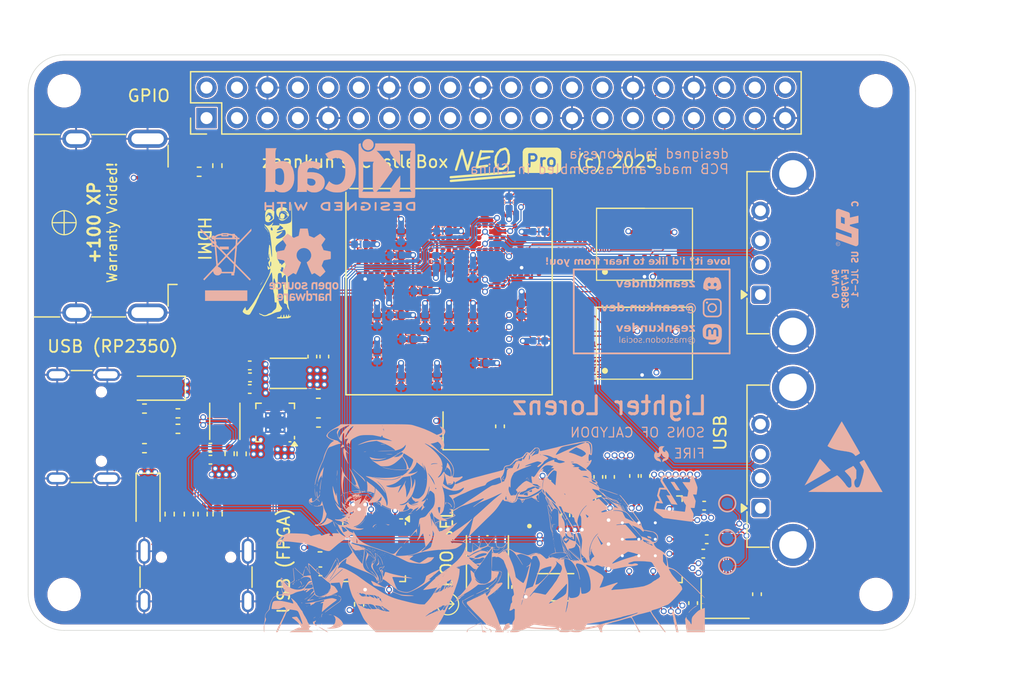
<source format=kicad_pcb>
(kicad_pcb (version 20241229) (generator "pcbnew") (generator_version "9.0")
  (layers (0 "F.Cu" signal) (4 "In1.Cu" signal) (6 "In2.Cu" signal) (2 "B.Cu" signal) (13 "F.Paste" user) (15 "B.Paste" user) (5 "F.SilkS" user "F.Silkscreen") (7 "B.SilkS" user "B.Silkscreen") (1 "F.Mask" user) (3 "B.Mask" user) (25 "Edge.Cuts" user))
  (net 0 "")
  (net 1 "GND")
  (net 2 "+5V")
  (net 3 "+3V3")
  (net 4 "+1V2")
  (net 5 "+1V1")
  (net 6 "/Microcontroller/VREG_AVDD")
  (net 7 "Net-(U3-XIN)")
  (net 8 "Net-(U3-XOUT)")
  (net 9 "VBUSA")
  (net 10 "VBUSB")
  (net 11 "Net-(J1-D+-PadA6)")
  (net 14 "Net-(J1-CC1)")
  (net 15 "Net-(J1-CC2)")
  (net 16 "Net-(J1-D--PadA7)")
  (net 17 "Net-(J2-CC1)")
  (net 18 "Net-(J2-D--PadA7)")
  (net 19 "Net-(J2-CC2)")
  (net 21 "Net-(J2-D+-PadA6)")
  (net 24 "Net-(U1-SW1)")
  (net 25 "Net-(U1-SW2)")
  (net 26 "/Microcontroller/VREG_LX")
  (net 27 "MCU_D-")
  (net 28 "MCU_D+")
  (net 29 "FTDI_D-")
  (net 30 "FTDI_D+")
  (net 31 "Net-(U1-FB1)")
  (net 32 "Net-(U1-FB2)")
  (net 33 "Net-(R14-Pad1)")
  (net 34 "/Microcontroller/FLASH_CS")
  (net 35 "Net-(U3-RUN)")
  (net 36 "Net-(U3-SWCLK)")
  (net 37 "Net-(U3-SWD)")
  (net 41 "/Peripherals/RAM1_DQ5")
  (net 42 "/Peripherals/RAM1_CS")
  (net 43 "/Peripherals/RAM1_DQ2")
  (net 49 "/Peripherals/RAM1_DQ3")
  (net 55 "/Peripherals/RAM1_CK")
  (net 56 "/Peripherals/RAM0_DQ1")
  (net 57 "/Peripherals/RAM1_RST")
  (net 67 "/Peripherals/RAM0_DQ0")
  (net 69 "/Peripherals/RAM0_DQ2")
  (net 80 "/Peripherals/RAM0_CK")
  (net 82 "/Peripherals/RAM0_DQ6")
  (net 83 "/Peripherals/RAM1_DQ1")
  (net 84 "/Peripherals/RAM0_DQ3")
  (net 85 "/Peripherals/RAM1_DQ7")
  (net 88 "/Peripherals/RAM1_DQ4")
  (net 91 "/Peripherals/RAM0_CS")
  (net 97 "/Peripherals/RAM1_DQ6")
  (net 98 "/Peripherals/RAM1_DQ0")
  (net 100 "/Peripherals/RAM0_DQ5")
  (net 101 "/Peripherals/RAM0_DQ4")
  (net 107 "/Peripherals/RAM0_RST")
  (net 113 "/Peripherals/RAM0_DQ7")
  (net 118 "/Microcontroller/FLASH_SD1")
  (net 121 "/Microcontroller/FLASH_CLK")
  (net 122 "/Microcontroller/FLASH_SD3")
  (net 123 "/Microcontroller/FLASH_SD2")
  (net 128 "/Microcontroller/FLASH_SD0")
  (net 132 "/Miscellaneous/OSC_OUT")
  (net 133 "HDMI_D1+")
  (net 134 "HDMI_CK+")
  (net 135 "HDMI_CK-")
  (net 136 "HDMI_D2-")
  (net 137 "HDMI_D0+")
  (net 138 "HDMI_D0-")
  (net 139 "HDMI_D2+")
  (net 140 "HDMI_D1-")
  (net 221 "Net-(U7-VCCD)")
  (net 222 "Net-(U7-~{XRES})")
  (net 223 "Net-(U7-WAKEUP)")
  (net 225 "/Miscellaneous/FPGA_TDO")
  (net 226 "/Miscellaneous/FPGA_TDI")
  (net 227 "/Miscellaneous/FPGA_TCK")
  (net 230 "/Miscellaneous/FPGA_TMS")
  (net 249 "/Peripherals/USB1_D-")
  (net 250 "/Peripherals/USB1_D+")
  (net 251 "/Peripherals/USB2_D-")
  (net 252 "/Peripherals/USB2_D+")
  (net 253 "Net-(J5-HPD)")
  (net 254 "HDMI_SDA")
  (net 255 "HDMI_SCL")
  (net 256 "HDMI_HPD")
  (net 257 "/Microcontroller/P19")
  (net 258 "FPGA_MISO")
  (net 259 "/Microcontroller/P22")
  (net 260 "FPGA_CS")
  (net 261 "/Microcontroller/P24")
  (net 262 "/Microcontroller/P17")
  (net 263 "/Microcontroller/P20")
  (net 264 "/Microcontroller/P12")
  (net 265 "/Microcontroller/P14")
  (net 266 "/Microcontroller/P8")
  (net 267 "/Microcontroller/P21")
  (net 268 "/Microcontroller/P9")
  (net 269 "/Microcontroller/P11")
  (net 270 "/Microcontroller/P16")
  (net 271 "/Microcontroller/P18")
  (net 272 "/Microcontroller/P10")
  (net 273 "FPGA_MOSI")
  (net 274 "/Microcontroller/P23")
  (net 275 "/Microcontroller/P25")
  (net 276 "FPGA_SCK")
  (net 277 "/Microcontroller/P13")
  (net 279 "PB14")
  (net 280 "PA11")
  (net 281 "PA12")
  (net 282 "PA13")
  (net 283 "PA10")
  (net 284 "PB10")
  (net 285 "PA14")
  (net 286 "PB12")
  (footprint "Capacitor_SMD:C_0402_1005Metric" (layer "F.Cu") (at 151.475 77.12 90)
    (property "Reference" "C24" (hide yes))
    (property "Value" "100n")
  )
  (footprint "Resistor_SMD:R_0402_1005Metric" (layer "F.Cu") (at 124.34 83.0725)
    (property "Reference" "R16" (hide yes))
    (property "Value" "10k")
  )
  (footprint "Resistor_SMD:R_0402_1005Metric" (layer "F.Cu") (at 109.7 74.8)
    (property "Reference" "R2" (hide yes))
    (property "Value" "5.1k")
  )
  (footprint "Capacitor_SMD:C_0402_1005Metric" (layer "F.Cu") (at 130.1 87.8225 -90)
    (property "Reference" "C49" (hide yes))
    (property "Value" "100n")
  )
  (footprint "Connector_Video:HDMI_A_Molex_208658-1001_Horizontal" (layer "F.Cu") (at 107.435 56.25 180)
    (property "Reference" "J5" (hide yes))
    (property "Value" "HDMI_A")
  )
  (footprint "Connector_PinHeader_2.54mm:PinHeader_2x20_P2.54mm_Vertical" (layer "F.Cu") (at 114.875 47.275 90)
    (property "Reference" "J6" (hide yes))
    (property "Value" "Conn_02x20_Odd_Even")
  )
  (footprint "Capacitor_SMD:C_0402_1005Metric" (layer "F.Cu") (at 145.8 80.4 90)
    (property "Reference" "C6" (hide yes))
    (property "Value" "4.7u")
  )
  (footprint "MountingHole:MountingHole_2.5mm" (layer "F.Cu") (at 170.7 45)
    (property "Reference" "H2" (hide yes))
    (property "Value" "MountingHole")
  )
  (footprint "Resistor_SMD:R_0402_1005Metric" (layer "F.Cu") (at 115.8 80.3 90)
    (property "Reference" "R4" (hide yes))
    (property "Value" "5.1k")
  )
  (footprint "HyperRAM:W955K8MBYA" (layer "F.Cu") (at 151.4 66.05 90)
    (property "Reference" "U6" (hide yes))
    (property "Value" "W955K8MBYA")
  )
  (footprint "Connector_USB:USB_C_Receptacle_GCT_USB4105-xx-A_16P_TopMnt_Horizontal" (layer "F.Cu") (at 103.5 73 -90)
    (property "Reference" "J1" (hide yes))
    (property "Value" "USB_RP2350A")
  )
  (footprint "Resistor_SMD:R_0402_1005Metric" (layer "F.Cu") (at 109.7 71.5)
    (property "Reference" "R1" (hide yes))
    (property "Value" "5.1k")
  )
  (footprint "Inductor_SMD:L_Changjiang_FNR252010S" (layer "F.Cu") (at 116.4 72.5625 90)
    (property "Reference" "L1" (hide yes))
    (property "Value" "2.2uH")
  )
  (footprint "Capacitor_SMD:C_0402_1005Metric" (layer "F.Cu") (at 115.2 74.7625 180)
    (property "Reference" "C4" (hide yes))
    (property "Value" "10uF")
  )
  (footprint "Resistor_SMD:R_0402_1005Metric" (layer "F.Cu") (at 112.49 71.9)
    (property "Reference" "R5" (hide yes))
    (property "Value" "27")
  )
  (footprint "Connector_USB:USB_A_Connfly_DS1095" (layer "F.Cu") (at 161.0675 79.8 90)
    (property "Reference" "J3" (hide yes))
    (property "Value" "USB_A")
  )
  (footprint "Crystal:Crystal_SMD_3225-4Pin_3.2x2.5mm" (layer "F.Cu") (at 158.125 87.345)
    (property "Reference" "Y1" (hide yes))
    (property "Value" "12MHz")
  )
  (footprint "Capacitor_SMD:C_0402_1005Metric" (layer "F.Cu") (at 115.2 75.7625 180)
    (property "Reference" "C7" (hide yes))
    (property "Value" "0.1uF")
  )
  (footprint "Connector_USB:USB_A_Connfly_DS1095" (layer "F.Cu") (at 161.0675 62 90)
    (property "Reference" "J4" (hide yes))
    (property "Value" "USB_A")
  )
  (footprint "Resistor_SMD:R_0402_1005Metric" (layer "F.Cu") (at 115.78 51.24 -90)
    (property "Reference" "R17" (hide yes))
    (property "Value" "100k")
  )
  (footprint "Capacitor_SMD:C_0402_1005Metric" (layer "F.Cu") (at 130.6 78.8425 90)
    (property "Reference" "C48" (hide yes))
    (property "Value" "100n")
  )
  (footprint "Capacitor_SMD:C_0402_1005Metric" (layer "F.Cu") (at 148.125 87.465 -90)
    (property "Reference" "C27" (hide yes))
    (property "Value" "100n")
  )
  (footprint "Capacitor_SMD:C_0402_1005Metric" (layer "F.Cu") (at 118.48 67.9 180)
    (property "Reference" "C3" (hide yes))
    (property "Value" "10u")
  )
  (footprint "Capacitor_SMD:C_0402_1005Metric" (layer "F.Cu") (at 152.125 87.445 -90)
    (property "Reference" "C26" (hide yes))
    (property "Value" "100n")
  )
  (footprint "Inductor_SMD:L_Changjiang_FNR252010S" (layer "F.Cu") (at 121.7 68.5625 180)
    (property "Reference" "L2" (hide yes))
    (property "Value" "2.2uH")
  )
  (footprint "Resistor_SMD:R_0402_1005Metric" (layer "F.Cu") (at 124.2 70.2625 180)
    (property "Reference" "R13" (hide yes))
    (property "Value" "500k")
  )
  (footprint "Connector_USB:USB_C_Receptacle_GCT_USB4105-xx-A_16P_TopMnt_Horizontal" (layer "F.Cu") (at 114 86.5)
    (property "Reference" "J2" (hide yes))
    (property "Value" "USB_FPGA")
  )
  (footprint "Diode_SMD:D_SOD-123" (layer "F.Cu") (at 110 79.25 -90)
    (property "Reference" "D2" (hide yes))
    (property "Value" "1N5819HW-7-F")
  )
  (footprint "MountingHole:MountingHole_2.5mm" (layer "F.Cu") (at 103 45)
    (property "Reference" "H3" (hide yes))
    (property "Value" "MountingHole")
  )
  (footprint "Button_Switch_SMD:SW_Push_1P1T_NO_Vertical_Wuerth_434133025816" (layer "F.Cu") (at 138.3 84.3 -90)
    (property "Reference" "SW1" (hide yes))
    (property "Value" "SW_Push")
  )
  (footprint "Resistor_SMD:R_0402_1005Metric" (layer "F.Cu") (at 117.8 75.2725 90)
    (property "Reference" "R9" (hide yes))
    (property "Value" "150k")
  )
  (footprint "RP2350_60QFN_minimal:RP2350-QFN-60-1EP_7x7_P0.4mm_EP3.4x3.4mm_ThermalVias" (layer "F.Cu") (at 150.925 82.4 90)
    (property "Reference" "U3" (hide yes))
    (property "Value" "RP2350_60QFN")
  )
  (footprint "Resistor_SMD:R_0402_1005Metric" (layer "F.Cu") (at 116.8 75.2625 90)
    (property "Reference" "R12" (hide yes))
    (property "Value" "680k")
  )
  (footprint "Capacitor_SMD:C_0402_1005Metric" (layer "F.Cu") (at 118.48 69.87 180)
    (property "Reference" "C1" (hide yes))
    (property "Value" "10u")
  )
  (footprint "Resistor_SMD:R_0402_1005Metric" (layer "F.Cu") (at 143.41 77.9)
    (property "Reference" "R11" (hide yes))
    (property "Value" "33")
  )
  (footprint "Resistor_SMD:R_0402_1005Metric" (layer "F.Cu") (at 112.49 73.19)
    (property "Reference" "R6" (hide yes))
    (property "Value" "27")
  )
  (footprint "Capacitor_SMD:C_0402_1005Metric" (layer "F.Cu") (at 124.7 67.1625 90)
    (property "Reference" "C8" (hide yes))
    (property "Value" "0.1uF")
  )
  (footprint "Capacitor_SMD:C_0402_1005Metric" (layer "F.Cu") (at 118.5 68.9 180)
    (property "Reference" "C2" (hide yes))
    (property "Value" "10u")
  )
  (footprint "Capacitor_SMD:C_0402_1005Metric" (layer "F.Cu") (at 156.375 79.6)
    (property "Reference" "C25" (hide yes))
    (property "Value" "100n")
  )
  (footprint "Capacitor_SMD:C_0402_1005Metric" (layer "F.Cu") (at 147.55 77.2 90)
    (property "Reference" "C28" (hide yes))
    (property "Value" "100n")
  )
  (footprint "MountingHole:MountingHole_2.5mm" (layer "F.Cu") (at 103 87)
    (property "Reference" "H4" (hide yes))
    (property "Value" "MountingHole")
  )
  (footprint "Resistor_SMD:R_0402_1005Metric" (layer "F.Cu") (at 114.55 80.3 90)
    (property "Reference" "R7" (hide yes))
    (property "Value" "27")
  )
  (footprint "Capacitor_SMD:C_0402_1005Metric" (layer "F.Cu") (at 144.8 80.4 90)
    (property "Reference" "C18" (hide yes))
    (property "Value" "4.7u")
  )
  (footprint "Capacitor_SMD:C_0402_1005Metric" (layer "F.Cu") (at 145.35 77.9)
    (property "Reference" "C20" (hide yes))
    (property "Value" "4.7u")
  )
  (footprint "Resistor_SMD:R_0402_1005Metric" (layer "F.Cu") (at 137.735 87.85)
    (property "Reference" "R14" (hide yes))
    (property "Value" "1k")
  )
  (footprint "LOGO" (layer "F.Cu") (at 120 59)
    (property "Reference" "G***" (hide yes))
    (property "Value" "LOGO" (hide yes))
  )
  (footprint "Capacitor_SMD:C_0402_1005Metric" (layer "F.Cu") (at 156.3 83.6)
    (property "Reference" "C29" (hide yes))
    (property "Value" "100n")
  )
  (footprint "Oscillator:Oscillator_SMD_Abracon_ASE-4Pin_3.2x2.5mm" (layer "F.Cu") (at 136.5 73.35)
    (property "Reference" "X1" (hide yes))
    (property "Value" "ASE-50MHz")
  )
  (footprint "Capacitor_SMD:C_0402_1005Metric" (layer "F.Cu") (at 150.53 77.12 90)
    (property "Reference" "C19" (hide yes))
    (property "Value" "100n")
  )
  (footprint "Package_DFN_QFN:WQFN-20-1EP_3x3mm_P0.4mm_EP1.7x1.7mm_ThermalVias" (layer "F.Cu") (at 120.6 72.6625 180)
    (property "Reference" "U1" (hide yes))
    (property "Value" "EA3036")
  )
  (footprint "Capacitor_SMD:C_0402_1005Metric" (layer "F.Cu") (at 139.35 72.98 -90)
    (property "Reference" "C47" (hide yes))
    (property "Value" "15p")
  )
  (footprint "MountingHole:MountingHole_2.5mm" (layer "F.Cu") (at 170.7 87)
    (property "Reference" "H1" (hide yes))
    (property "Value" "MountingHole")
  )
  (footprint "Diode_SMD:D_SOD-123" (layer "F.Cu") (at 110.75 69.8 180)
    (property "Reference" "D1" (hide yes))
    (property "Value" "1N5819HW-7-F")
  )
  (footprint "Capacitor_SMD:C_0402_1005Metric" (layer "F.Cu") (at 123.7 67.1625 90)
    (property "Reference" "C5" (hide yes))
    (property "Value" "10uF")
  )
  (footprint "Package_SON:Winbond_USON-8-1EP_3x2mm_P0.5mm_EP0.2x1.6mm" (layer "F.Cu") (at 144 86.4 180)
    (property "Reference" "U4" (hide yes))
    (property "Value" "ZD25WQ32CEIGR")
  )
  (footprint "Resistor_SMD:R_0402_1005Metric" (layer "F.Cu") (at 114.26 51.75 180)
    (property "Reference" "R18" (hide yes))
    (property "Value" "100k")
  )
  (footprint "Capacitor_SMD:C_0402_1005Metric" (layer "F.Cu") (at 124.37 85.0725 180)
    (property "Reference" "C50" (hide yes))
    (property "Value" "1u")
  )
  (footprint "Capacitor_SMD:C_0402_1005Metric" (layer "F.Cu") (at 160.78 86.98 -90)
    (property "Reference" "C32" (hide yes))
    (property "Value" "15p")
  )
  (footprint "Capacitor_SMD:C_0402_1005Metric" (layer "F.Cu") (at 148.525 77.2 90)
    (property "Reference" "C23" (hide yes))
    (property "Value" "100n")
  )
  (footprint "RP2350_60QFN_minimal:L_pol_2016" (layer "F.Cu") (at 143.1 80.4 90)
    (property "Reference" "L3" (hide yes))
    (property "Value" "3.3u")
  )
  (footprint "HyperRAM:W955K8MBYA" (layer "F.Cu") (at 151.4 57.8 90)
    (property "Reference" "U5" (hide yes))
    (property "Value" "W955K8MBYA")
  )
  (footprint "Capacitor_SMD:C_0402_1005Metric" (layer "F.Cu") (at 156.59 82.4)
    (property "Reference" "C21" (hide yes))
    (property "Value" "100n")
  )
  (footprint "Resistor_SMD:R_0402_1005Metric" (layer "F.Cu") (at 111.8 80.3 90)
    (property "Reference" "R3" (hide yes))
    (property "Value" "5.1k")
  )
  (footprint "Resistor_SMD:R_0402_1005Metric" (layer "F.Cu") (at 127.6 87.8225 90)
    (property "Reference" "R15" (hide yes))
    (property "Value" "10k")
  )
  (footprint "Package_DFN_QFN:QFN-32-1EP_5x5mm_P0.5mm_EP3.45x3.45mm" (layer "F.Cu") (at 128.85 83.3125 -90)
    (property "Reference" "U7" (hide yes))
    (property "Value" "CY7C65215-32LTXI")
  )
  (footprint "Capacitor_SMD:C_0402_1005Metric" (layer "F.Cu") (at 140.7 86.38 90)
    (property "Reference" "C30" (hide yes))
    (property "Value" "100n")
  )
  (footprint "Capacitor_SMD:C_0402_1005Metric" (layer "F.Cu") (at 155.455 87.72 90)
    (property "Reference" "C31" (hide yes))
    (property "Value" "15p")
  )
  (footprint "Capacitor_SMD:C_0402_1005Metric" (layer "F.Cu") (at 150.13 87.47 -90)
    (property "Reference" "C22" (hide yes))
    (property "Value" "4.7u")
  )
  (footprint "Package_BGA:BGA-256_17.0x17.0mm_Layout16x16_P1.0mm_Ball0.5mm_Pad0.4mm_NSMD" (layer "F.Cu") (at 135.1 61.75)
    (property "Reference" "U2" (hide yes))
    (property "Value" "XC6SLX9-FTG256")
  )
  (footprint "Resistor_SMD:R_0402_1005Metric" (layer "F.Cu") (at 124.21 72.6625 180)
    (property "Reference" "R10" (hide yes))
    (property "Value" "500k")
  )
  (footprint "Resistor_SMD:R_0402_1005Metric" (layer "F.Cu") (at 113.4 80.3 90)
    (property "Reference" "R8" (hide yes))
    (property "Value" "27")
  )
  (footprint "Capacitor_SMD:C_0402_1005Metric" (layer "B.Cu") (at 137.1 64.2 -90)
    (property "Reference" "C37" (hide yes))
    (property "Value" "4.7u")
  )
  (footprint "LOGO" (layer "B.Cu") (at 139 81.5 180)
    (property "Reference" "G***" (hide yes))
    (property "Value" "LOGO" (hide yes))
  )
  (footprint "Capacitor_SMD:C_0402_1005Metric" (layer "B.Cu") (at 129.1 64.1 -90)
    (property "Reference" "C14" (hide yes))
    (property "Value" "100u")
  )
  (footprint "Capacitor_SMD:C_0402_1005Metric" (layer "B.Cu") (at 134 59.2 90)
    (property "Reference" "C10" (hide yes))
    (property "Value" "4.7u")
  )
  (footprint "Capacitor_SMD:C_0402_1005Metric" (layer "B.Cu") (at 134.55 56.7 180)
    (property "Reference" "C34" (hide yes))
    (property "Value" "4.7u")
  )
  (footprint "Symbol:KiCad-Logo2_5mm_SilkScreen" (layer "B.Cu") (at 126 52 180)
    (property "Reference" "REF**" (hide yes))
    (property "Value" "KiCad-Logo2_5mm_SilkScreen" (hide yes))
  )
  (footprint "Capacitor_SMD:C_0402_1005Metric" (layer "B.Cu") (at 142.6 56.75)
    (property "Reference" "C36" (hide yes))
    (property "Value" "100u")
  )
  (footprint "Capacitor_SMD:C_0402_1005Metric" (layer "B.Cu") (at 135.1 59.2 90)
    (property "Reference" "C9" (hide yes))
    (property "Value" "100u")
  )
  (footprint "TestPoint:TestPoint_Pad_D1.0mm" (layer "B.Cu") (at 158.3 84.6 180)
    (property "Reference" "TP2" (hide yes))
    (property "Value" "TestPoint")
  )
  (footprint "Capacitor_SMD:C_0402_1005Metric" (layer "B.Cu") (at 131.1 69.2 -90)
    (property "Reference" "C16" (hide yes))
    (property "Value" "0.47u")
  )
  (footprint "Capacitor_SMD:C_0402_1005Metric" (layer "B.Cu") (at 132.65 61.7 180)
    (property "Reference" "C13" (hide yes))
    (property "Value" "0.47u")
  )
  (footprint "Capacitor_SMD:C_0402_1005Metric" (layer "B.Cu") (at 141.15 63.3 -90)
    (property "Reference" "C38" (hide yes))
    (property "Value" "0.47u")
  )
  (footprint "Capacitor_SMD:C_0402_1005Metric" (layer "B.Cu") (at 133.1 64.15 -90)
    (property "Reference" "C11" (hide yes))
    (property "Value" "4.7u")
  )
  (footprint "LOGO" (layer "B.Cu") (at 157.05 65.3 180)
    (property "Reference" "G***" (hide yes))
    (property "Value" "LOGO" (hide yes))
  )
  (footprint "Capacitor_SMD:C_0402_1005Metric" (layer "B.Cu") (at 130.1 61.1 90)
    (property "Reference" "C42" (hide yes))
    (property "Value" "100u")
  )
  (footprint "Capacitor_SMD:C_0402_1005Metric" (layer "B.Cu") (at 127.7 57.8 180)
    (property "Reference" "C44" (hide yes))
    (property "Value" "4.7u")
  )
  (footprint "Capacitor_SMD:C_0402_1005Metric" (layer "B.Cu") (at 129.1 67.08 -90)
    (property "Reference" "C41" (hide yes))
    (property "Value" "4.7u")
  )
  (footprint "Capacitor_SMD:C_0402_1005Metric" (layer "B.Cu") (at 140.1 54.3 90)
    (property "Reference" "C35" (hide yes))
    (property "Value" "100u")
  )
  (footprint "Capacitor_SMD:C_0402_1005Metric" (layer "B.Cu") (at 134.1 69.08 -90)
    (property "Reference" "C40" (hide yes))
    (property "Value" "0.47u")
  )
  (footprint "LOGO" (layer "B.Cu") (at 154 79 180)
    (property "Reference" "G***" (hide yes))
    (property "Value" "LOGO" (hide yes))
  )
  (footprint "Capacitor_SMD:C_0402_1005Metric" (layer "B.Cu") (at 130.7 63.7 180)
    (property "Reference" "C43" (hide yes))
    (property "Value" "100u")
  )
  (footprint "Symbol:WEEE-Logo_4.2x6mm_SilkScreen" (layer "B.Cu") (at 116.5 59.5 180)
    (property "Reference" "REF**" (hide yes))
    (property "Value" "WEEE-Logo_4.2x6mm_SilkScreen" (hide yes))
  )
  (footprint "LOGO" (layer "B.Cu") (at 157.05 63.1 180)
    (property "Reference" "G***" (hide yes))
    (property "Value" "LOGO" (hide yes))
  )
  (footprint "Symbol:ESD-Logo_6.6x6mm_SilkScreen" (layer "B.Cu") (at 168 75.5 180)
    (property "Reference" "REF**" (hide yes))
    (property "Value" "ESD-Logo_6.6x6mm_SilkScreen" (hide yes))
  )
  (footprint "Capacitor_SMD:C_0402_1005Metric" (layer "B.Cu") (at 135.1 64.15 -90)
    (property "Reference" "C12" (hide yes))
    (property "Value" "4.7u")
  )
  (footprint "Capacitor_SMD:C_0402_1005Metric" (layer "B.Cu") (at 142.6 65.85)
    (property "Reference" "C39" (hide yes))
    (property "Value" "0.47u")
  )
  (footprint "Capacitor_SMD:C_0402_1005Metric" (layer "B.Cu") (at 131.7 65.7 180)
    (property "Reference" "C15" (hide yes))
    (property "Value" "4.7u")
  )
  (footprint "Capacitor_SMD:C_0402_1005Metric" (layer "B.Cu") (at 131.1 57.1 -90)
    (property "Reference" "C33" (hide yes))
    (property "Value" "0.47u")
  )
  (footprint "TestPoint:TestPoint_Pad_D1.0mm" (layer "B.Cu") (at 158.3 82.3 180)
    (property "Reference" "TP3" (hide yes))
    (property "Value" "TestPoint")
  )
  (footprint "Symbol:OSHW-Logo_5.7x6mm_SilkScreen" (layer "B.Cu") (at 123 59.5 180)
    (property "Reference" "REF**" (hide yes))
    (property "Value" "OSHW-Logo_5.7x6mm_SilkScreen" (hide yes))
  )
  (footprint "Capacitor_SMD:C_0402_1005Metric" (layer "B.Cu") (at 137.75 67.7 180)
    (property "Reference" "C17" (hide yes))
    (property "Value" "0.47u")
  )
  (footprint "LOGO" (layer "B.Cu") (at 157.05 61.1 180)
    (property "Reference" "G***" (hide yes))
    (property "Value" "LOGO" (hide yes))
  )
  (footprint "TestPoint:TestPoint_Pad_D1.0mm" (layer "B.Cu") (at 158.3 79.4 180)
    (property "Reference" "TP1" (hide yes))
    (property "Value" "RUN")
  )
  (footprint "Capacitor_SMD:C_0402_1005Metric" (layer "B.Cu") (at 130.7 58.7 180)
    (property "Reference" "C45" (hide yes))
    (property "Value" "0.47u")
  )
  (footprint "LOGO" (layer "B.Cu") (at 168.3 56.4 -90)
    (property "Reference" "G***" (hide yes))
    (property "Value" "LOGO" (hide yes))
  )
  (footprint "Capacitor_SMD:C_0402_1005Metric" (layer "B.Cu") (at 137.1 60.1 -90)
    (property "Reference" "C46" (hide yes))
    (property "Value" "0.47u")
  )
  (gr_line (start 139.017645 50.495314) (end 138.97 50.94) (stroke (width 0.2)) (layer "F.SilkS"))
  (gr_line (start 138.97 50.94) (end 139.033527 51.273514) (stroke (width 0.2)) (layer "F.SilkS"))
  (gr_line (start 140.065833 50.320616) (end 139.970543 49.987102) (stroke (width 0.2)) (layer "F.SilkS"))
  (gr_line (start 137.76788 50.030393) (end 137.402602 51.380332) (stroke (width 0.2)) (layer "F.SilkS"))
  (gr_line (start 139.398805 49.939457) (end 139.192343 50.1618) (stroke (width 0.2)) (layer "F.SilkS"))
  (gr_line (start 135.5 87.8) (end 135.1 88.2) (stroke (width 0.1)) (layer "F.SilkS"))
  (gr_poly (pts (xy 144.1 49.8) (xy 144.312132 49.887868) (xy 144.4 50.1) (xy 141.3 50.1) (xy 141.387868 49.887868) (xy 141.6 49.8)) (stroke (width 0.1)) (fill yes) (layer "F.SilkS"))
  (gr_line (start 135.2525 52.513536) (end 140.5275 52.086464) (stroke (width 0.2)) (layer "F.SilkS"))
  (gr_line (start 140.081715 50.527078) (end 140.065833 50.320616) (stroke (width 0.2)) (layer "F.SilkS"))
  (gr_line (start 139.367041 51.511739) (end 139.589384 51.495857) (stroke (width 0.2)) (layer "F.SilkS"))
  (gr_arc (start 141.6 51.8) (mid 141.387868 51.712132) (end 141.3 51.5) (stroke (width 0.1)) (layer "F.SilkS"))
  (gr_line (start 139.827609 51.321159) (end 140.018188 51.067053) (stroke (width 0.2)) (layer "F.SilkS"))
  (gr_arc (start 144.1 49.8) (mid 144.312132 49.887868) (end 144.4 50.1) (stroke (width 0.1)) (layer "F.SilkS"))
  (gr_line (start 139.7482 49.828286) (end 139.398805 49.939457) (stroke (width 0.2)) (layer "F.SilkS"))
  (gr_line (start 134.4 87.8) (end 135.5 87.8) (stroke (width 0.1)) (layer "F.SilkS"))
  (gr_line (start 135.683774 51.573847) (end 136.183774 49.963847) (stroke (width 0.2)) (layer "F.SilkS"))
  (gr_line (start 135.5 87.8) (end 135.1 87.4) (stroke (width 0.1)) (layer "F.SilkS"))
  (gr_line (start 137.402602 51.380332) (end 138.276092 51.253279) (stroke (width 0.2)) (layer "F.SilkS"))
  (gr_circle (center 103 56) (end 104 56) (stroke (width 0.1)) (fill no) (layer "F.SilkS"))
  (gr_line (start 135.1 87.4) (end 135.5 87.8) (stroke (width 0.1)) (layer "F.SilkS"))
  (gr_line (start 139.208225 51.448212) (end 139.367041 51.511739) (stroke (width 0.2)) (layer "F.SilkS"))
  (gr_line (start 102 56) (end 104 56) (stroke (width 0.1)) (layer "F.SilkS"))
  (gr_line (start 140.081715 50.84471) (end 140.081715 50.527078) (stroke (width 0.2)) (layer "F.SilkS"))
  (gr_poly (pts (xy 141.3 50.1) (xy 141.6 50.1) (xy 141.6 51.5) (xy 141.3 51.5)) (stroke (width 0.1)) (fill yes) (layer "F.SilkS"))
  (gr_circle (center 135 87.8) (end 135.9 87.8) (stroke (width 0.1)) (fill no) (layer "F.SilkS"))
  (gr_line (start 137.585241 50.705362) (end 138.453774 50.533847) (stroke (width 0.2)) (layer "F.SilkS"))
  (gr_arc (start 141.3 50.1) (mid 141.387868 49.887868) (end 141.6 49.8) (stroke (width 0.1)) (layer "F.SilkS"))
  (gr_line (start 140.018188 51.067053) (end 140.081715 50.84471) (stroke (width 0.2)) (layer "F.SilkS"))
  (gr_line (start 144.1 51.8) (end 141.6 51.8) (stroke (width 0.1)) (layer "F.SilkS"))
  (gr_poly (pts (xy 141.3 51.5) (xy 144.4 51.5) (xy 144.312132 51.712132) (xy 144.1 51.8) (xy 141.6 51.8) (xy 141.387868 51.712132)) (stroke (width 0.1)) (fill yes) (layer "F.SilkS"))
  (gr_line (start 141.6 49.8) (end 144.1 49.8) (stroke (width 0.1)) (layer "F.SilkS"))
  (gr_line (start 144.4 50.1) (end 144.4 51.5) (stroke (width 0.1)) (layer "F.SilkS"))
  (gr_line (start 135.24 52.21) (end 140.515 51.782928) (stroke (width 0.2)) (layer "F.SilkS"))
  (gr_line (start 139.192343 50.1618) (end 139.017645 50.495314) (stroke (width 0.2)) (layer "F.SilkS"))
  (gr_line (start 103 55) (end 103 57) (stroke (width 0.1)) (layer "F.SilkS"))
  (gr_line (start 136.640284 51.570912) (end 137.053206 50.157446) (stroke (width 0.2)) (layer "F.SilkS"))
  (gr_line (start 139.033527 51.273514) (end 139.208225 51.448212) (stroke (width 0.2)) (layer "F.SilkS"))
  (gr_arc (start 144.4 51.5) (mid 144.312132 51.712132) (end 144.1 51.8) (stroke (width 0.1)) (layer "F.SilkS"))
  (gr_line (start 141.3 51.5) (end 141.3 50.1) (stroke (width 0.1)) (layer "F.SilkS"))
  (gr_line (start 136.183774 49.963847) (end 136.640284 51.570912) (stroke (width 0.2)) (layer "F.SilkS"))
  (gr_line (start 137.894933 50.062157) (end 138.736659 50.062157) (stroke (width 0.2)) (layer "F.SilkS"))
  (gr_line (start 139.970543 49.987102) (end 139.811727 49.828286) (stroke (width 0.2)) (layer "F.SilkS"))
  (gr_poly (pts (xy 144.1 50.1) (xy 144.4 50.1) (xy 144.4 51.5) (xy 144.1 51.5)) (stroke (width 0.1)) (fill yes) (layer "F.SilkS"))
  (gr_line (start 139.589384 51.495857) (end 139.827609 51.321159) (stroke (width 0.2)) (layer "F.SilkS"))
  (gr_line (start 145.5 59.9) (end 158.5 59.9) (stroke (width 0.15)) (layer "B.SilkS"))
  (gr_poly (pts (xy 152.76 75.97) (xy 152.64 75.89) (xy 152.52 75.87) (xy 152.4 75.82) (xy 152.3 75.72) (xy 152.23 75.61) (xy 152.2 75.5) (xy 152.2 75.37) (xy 152.22 75.28) (xy 152.3 75.13) (xy 152.35 75.08) (xy 152.42 75.02) (xy 152.41 75.07) (xy 152.41 75.14) (xy 152.43 75.18) (xy 152.49 75.21) (xy 152.54 75.21) (xy 152.6 75.18) (xy 152.62 75.14) (xy 152.62 75.07) (xy 152.58 74.89) (xy 152.59 74.8) (xy 152.62 74.73) (xy 152.69 74.68) (xy 152.76 74.64) (xy 152.88 74.63) (xy 153.09 74.65) (xy 153.04 74.68) (xy 152.98 74.73) (xy 152.94 74.78) (xy 152.91 74.83) (xy 152.9 74.89) (xy 152.91 74.98) (xy 152.94 75.04) (xy 152.99 75.09) (xy 153.08 75.12) (xy 153.14 75.08) (xy 153.14 75.02) (xy 153.12 74.95) (xy 153.24 75.03) (xy 153.33 75.11) (xy 153.4 75.25) (xy 153.43 75.38) (xy 153.42 75.53) (xy 153.38 75.67) (xy 153.27 75.78) (xy 153.12 75.85) (xy 153.02 75.88) (xy 152.89 75.97) (xy 152.89 75.83) (xy 152.92 75.73) (xy 153.01 75.67) (xy 153.1 75.63) (xy 153.19 75.6) (xy 153.1 75.59) (xy 153 75.54) (xy 152.91 75.46) (xy 152.86 75.36) (xy 152.82 75.22) (xy 152.78 75.32) (xy 152.74 75.41) (xy 152.7 75.48) (xy 152.62 75.55) (xy 152.54 75.56) (xy 152.44 75.58) (xy 152.53 75.63) (xy 152.65 75.69) (xy 152.72 75.77) (xy 152.75 75.86) (xy 152.76 75.96)) (fill yes) (layer "B.SilkS"))
  (gr_line (start 158.5 66.899999) (end 145.5 66.899999) (stroke (width 0.15)) (layer "B.SilkS"))
  (gr_line (start 158.5 59.9) (end 158.5 66.899999) (stroke (width 0.15)) (layer "B.SilkS"))
  (gr_line (start 145.5 66.899999) (end 145.5 59.9) (stroke (width 0.15)) (layer "B.SilkS"))
  (gr_line (start 171 90) (end 103 90) (stroke (width 0.05)) (layer "Edge.Cuts"))
  (gr_line (start 103 42) (end 171 42) (stroke (width 0.05)) (layer "Edge.Cuts"))
  (gr_arc (start 171 42) (mid 173.12132 42.87868) (end 174 45) (stroke (width 0.05)) (layer "Edge.Cuts"))
  (gr_line (start 174 45) (end 174 87) (stroke (width 0.05)) (layer "Edge.Cuts"))
  (gr_arc (start 103 90) (mid 100.87868 89.12132) (end 100 87) (stroke (width 0.05)) (layer "Edge.Cuts"))
  (gr_arc (start 100 45) (mid 100.87868 42.87868) (end 103 42) (stroke (width 0.05)) (layer "Edge.Cuts"))
  (gr_line (start 100 87) (end 100 45) (stroke (width 0.05)) (layer "Edge.Cuts"))
  (gr_arc (start 174 87) (mid 173.12132 89.12132) (end 171 90) (stroke (width 0.05)) (layer "Edge.Cuts"))
  (gr_text "Pro" (at 141.43 51.43 0) (layer "F.SilkS" knockout) (effects (font (size 1 1) (thickness 0.2) (bold yes)) (justify left bottom)))
  (gr_text "USB (RP2350)" (at 101.5 66.9 0) (layer "F.SilkS") (effects (font (size 1 1)) (justify left bottom)))
  (gr_text "USB (FPGA)" (at 121.9 88.7 90) (layer "F.SilkS") (effects (font (size 1 1)) (justify left bottom)))
  (gr_text "BOOTSEL" (at 135.5 86.5 90) (layer "F.SilkS") (effects (font (size 1 1)) (justify left bottom)))
  (gr_text "+100 XP" (at 105.5 56 90) (layer "F.SilkS") (effects (font (size 1 1) (thickness 0.2) (bold yes))))
  (gr_text "GPIO" (at 108.2 46 0) (layer "F.SilkS") (effects (font (size 1 1)) (justify left bottom)))
  (gr_text "USB" (at 158.3 75.1 90) (layer "F.SilkS") (effects (font (size 1 1)) (justify left bottom)))
  (gr_text "zeankun's CastleBox" (at 119.4 51.5 0) (layer "F.SilkS") (effects (font (size 1 1)) (justify left bottom)))
  (gr_text "Warranty Voided!" (at 107 56 90) (layer "F.SilkS") (effects (font (size 0.8 0.8) (thickness 0.125))))
  (gr_text "HDMI" (at 114.1 55.4 270) (layer "F.SilkS") (effects (font (size 1 1)) (justify left bottom)))
  (gr_text "(c) 2025" (at 145.6 51.5 0) (layer "F.SilkS") (effects (font (size 1 1)) (justify left bottom)))
  (gr_text "zeankundev" (at 155.65 64.8 0) (layer "B.SilkS") (effects (font (size 0.7 0.7) (thickness 0.14) (bold yes)) (justify left mirror)))
  (gr_text "FIRE" (at 156.5 75.25 0) (layer "B.SilkS") (effects (font (size 0.8 0.8) (thickness 0.1)) (justify left mirror)))
  (gr_text "zeankundev" (at 155.65 61.1 0) (layer "B.SilkS") (effects (font (size 0.7 0.7) (thickness 0.14) (bold yes)) (justify left mirror)))
  (gr_text "C" (at 169.26 54.09 90) (layer "B.SilkS") (effects (font (size 0.5 0.5) (thickness 0.125)) (justify left bottom mirror)))
  (gr_text "love it? i'd like to hear from you!" (at 158.57 59.6 0) (layer "B.SilkS") (effects (font (size 0.6 0.6) (thickness 0.15) (bold yes)) (justify left bottom mirror)))
  (gr_text "@zeankun.dev" (at 155.75 63.1 0) (layer "B.SilkS") (effects (font (size 0.7 0.7) (thickness 0.14) (bold yes)) (justify left mirror)))
  (gr_text "designed in Indonesia\nPCB made and assembled in China" (at 158.5 52 0) (layer "B.SilkS") (effects (font (size 0.8 0.8) (thickness 0.1)) (justify left bottom mirror)))
  (gr_text "Lighter Lorenz" (at 156.75 71.25 0) (layer "B.SilkS") (effects (font (size 1.5 1.5) (thickness 0.25) (bold yes)) (justify left mirror)))
  (gr_text "@mastodon.social" (at 155.65 65.8 0) (layer "B.SilkS") (effects (font (size 0.5 0.5) (thickness 0.0875)) (justify left mirror)))
  (gr_text "SONS OF CALYDON" (at 156.5 73.5 0) (layer "B.SilkS") (effects (font (size 0.8 0.8) (thickness 0.1)) (justify left mirror)))
  (gr_text "US" (at 169.25 58.28 90) (layer "B.SilkS") (effects (font (size 0.5 0.5) (thickness 0.125)) (justify left bottom mirror)))
  (gr_text "94V-0\nE479892\nJLC-1" (at 168.15 59.78 90) (layer "B.SilkS") (effects (font (size 0.5 0.5) (thickness 0.11) (bold yes)) (justify left mirror)))
  (segment (start 141.6 60.2) (end 141.15 59.75) (width 0.3) (layer "F.Cu") (net 1))
  (segment (start 151.4 68.5) (end 151.2 68.7) (width 0.3) (layer "F.Cu") (net 1))
  (segment (start 151.4 68.05) (end 151.4 68.5) (width 0.3) (layer "F.Cu") (net 1))
  (segment (start 129.125 68.055) (end 129.1 68.03) (width 0.1) (layer "F.Cu") (net 1))
  (segment (start 151.4 59.8) (end 151.4 60.5) (width 0.3) (layer "F.Cu") (net 1))
  (segment (start 128.6 60.2) (end 128.1 60.7) (width 0.3) (layer "F.Cu") (net 1))
  (via (at 141.15 59.75) (size 0.5) (drill 0.3) (layers "F.Cu" "B.Cu") (net 1))
  (via (at 151.4 60.5) (size 0.5) (drill 0.3) (layers "F.Cu" "B.Cu") (net 1))
  (via (at 128.1 60.7) (size 0.5) (drill 0.3) (layers "F.Cu" "B.Cu") (net 1))
  (via (at 151.2 68.7) (size 0.5) (drill 0.3) (layers "F.Cu" "B.Cu") (net 1))
  (segment (start 128.1 85.75) (end 128.1 86.6) (width 0.2) (layer "F.Cu") (net 2))
  (segment (start 110.72 52.25) (end 108.8 52.25) (width 0.3) (layer "F.Cu") (net 2))
  (via (at 113.2 69.8) (size 0.5) (drill 0.3) (layers "F.Cu" "B.Cu") (net 2))
  (via (at 119.8 68.4) (size 0.5) (drill 0.3) (layers "F.Cu" "B.Cu") (net 2))
  (via (at 119.8 70.2) (size 0.5) (drill 0.3) (layers "F.Cu" "B.Cu") (net 2))
  (via (at 122 75.5) (size 0.5) (drill 0.3) (layers "F.Cu" "B.Cu") (net 2))
  (via (at 122 74.9) (size 0.5) (drill 0.3) (layers "F.Cu" "B.Cu") (net 2))
  (via (at 121.4 75.5) (size 0.5) (drill 0.3) (layers "F.Cu" "B.Cu") (net 2))
  (via (at 120.8 75.5) (size 0.5) (drill 0.3) (layers "F.Cu" "B.Cu") (net 2))
  (via (at 128.1 86.6) (size 0.5) (drill 0.3) (layers "F.Cu" "B.Cu") (net 2))
  (via (at 119.4 74.1) (size 0.5) (drill 0.3) (layers "F.Cu" "B.Cu") (net 2))
  (via (at 109.4 76.8) (size 0.5) (drill 0.3) (layers "F.Cu" "B.Cu") (net 2))
  (via (at 119.4 75.3) (size 0.5) (drill 0.3) (layers "F.Cu" "B.Cu") (net 2))
  (via (at 110.6 76.8) (size 0.5) (drill 0.3) (layers "F.Cu" "B.Cu") (net 2))
  (via (at 113.2 70.4) (size 0.5) (drill 0.3) (layers "F.Cu" "B.Cu") (net 2))
  (via (at 119.8 69.6) (size 0.5) (drill 0.3) (layers "F.Cu" "B.Cu") (net 2))
  (via (at 110 76.8) (size 0.5) (drill 0.3) (layers "F.Cu" "B.Cu") (net 2))
  (via (at 118.8 74.7) (size 0.5) (drill 0.3) (layers "F.Cu" "B.Cu") (net 2))
  (via (at 119.8 67.8) (size 0.5) (drill 0.3) (layers "F.Cu" "B.Cu") (net 2))
  (via (at 113.2 69.2) (size 0.5) (drill 0.3) (layers "F.Cu" "B.Cu") (net 2))
  (via (at 118.8 75.3) (size 0.5) (drill 0.3) (layers "F.Cu" "B.Cu") (net 2))
  (via (at 121.4 74.9) (size 0.5) (drill 0.3) (layers "F.Cu" "B.Cu") (net 2))
  (via (at 108.8 52.25) (size 0.5) (drill 0.3) (layers "F.Cu" "B.Cu") (net 2))
  (via (at 119.8 69) (size 0.5) (drill 0.3) (layers "F.Cu" "B.Cu") (net 2))
  (via (at 120.8 74.9) (size 0.5) (drill 0.3) (layers "F.Cu" "B.Cu") (net 2))
  (via (at 118.8 74.1) (size 0.5) (drill 0.3) (layers "F.Cu" "B.Cu") (net 2))
  (via (at 119.4 74.7) (size 0.5) (drill 0.3) (layers "F.Cu" "B.Cu") (net 2))
  (segment (start 136.6 57.2) (end 136.1 56.7) (width 0.2) (layer "F.Cu") (net 3))
  (segment (start 150.14 56.8) (end 150.05 56.71) (width 0.3) (layer "F.Cu") (net 3))
  (segment (start 127.6 88.3325) (end 126.8325 88.3325) (width 0.3) (layer "F.Cu") (net 3))
  (segment (start 148.125 78.9625) (end 148.125 78.255) (width 0.2) (layer "F.Cu") (net 3))
  (segment (start 139.6 68.2) (end 139.1 67.7) (width 0.2) (layer "F.Cu") (net 3))
  (segment (start 141.16 86.86) (end 141.5 87.2) (width 0.2) (layer "F.Cu") (net 3))
  (segment (start 128.6 57.3) (end 129.1 57.8) (width 0.3) (layer "F.Cu") (net 3))
  (segment (start 136.6 66.2) (end 136.1 65.7) (width 0.2) (layer "F.Cu") (net 3))
  (segment (start 131.1 60.7) (end 130.6 60.2) (width 0.2) (layer "F.Cu") (net 3))
  (segment (start 135.45 72.525) (end 134.025 72.525) (width 0.5) (layer "F.Cu") (net 3))
  (segment (start 135.45 74.175) (end 135.45 72.525) (width 0.5) (layer "F.Cu") (net 3))
  (segment (start 130.6 68.2) (end 131.1 67.7) (width 0.2) (layer "F.Cu") (net 3))
  (segment (start 132.6 64.2) (end 132.1 63.7) (width 0.2) (layer "F.Cu") (net 3))
  (segment (start 148.125 78.9625) (end 148.525 78.9625) (width 0.2) (layer "F.Cu") (net 3))
  (segment (start 141.6 66.2) (end 141.25 65.85) (width 0.3) (layer "F.Cu") (net 3))
  (segment (start 148.525 78.9625) (end 148.525 77.68) (width 0.2) (layer "F.Cu") (net 3))
  (segment (start 130.1 87.3425) (end 130.1 86.6) (width 0.2) (layer "F.Cu") (net 3))
  (segment (start 147.4875 82.4) (end 147.4875 82.8) (width 0.2) (layer "F.Cu") (net 3))
  (segment (start 123.83 83.0725) (end 123.0275 83.0725) (width 0.3) (layer "F.Cu") (net 3))
  (segment (start 148.125 85.8375) (end 148.125 86.985) (width 0.2) (layer "F.Cu") (net 3))
  (segment (start 152.4 59.8) (end 152.4 60.2) (width 0.3) (layer "F.Cu") (net 3))
  (segment (start 134.1 58.7) (end 134.1 57.7) (width 0.2) (layer "F.Cu") (net 3))
  (segment (start 135.6 64.2) (end 136.1 64.7) (width 0.2) (layer "F.Cu") (net 3))
  (segment (start 132.6 61.2) (end 132.1 60.7) (width 0.2) (layer "F.Cu") (net 3))
  (segment (start 130.6 80) (end 130.6 79.3225) (width 0.2) (layer "F.Cu") (net 3))
  (segment (start 153.75 79.6) (end 153.475 79.875) (width 0.2) (layer "F.Cu") (net 3))
  (segment (start 136.1 55.7) (end 136.1 56.7) (width 0.2) (layer "F.Cu") (net 3))
  (segment (start 150.4 65.05) (end 150.8 65.05) (width 0.3) (layer "F.Cu") (net 3))
  (segment (start 140.1 62.75) (end 139.6 63.25) (width 0.2) (layer "F.Cu") (net 3))
  (segment (start 126.8325 88.3325) (end 126.8 88.3) (width 0.3) (layer "F.Cu") (net 3))
  (segment (start 141.6 62.2) (end 141.15 61.75) (width 0.3) (layer "F.Cu") (net 3))
  (segment (start 148.125 85.8375) (end 148.125 85.125) (width 0.2) (layer "F.Cu") (net 3))
  (segment (start 137.1 62.7) (end 139.1 62.7) (width 0.2) (layer "F.Cu") (net 3))
  (segment (start 155.82 83.6) (end 154.3625 83.6) (width 0.2) (layer "F.Cu") (net 3))
  (segment (start 130.1 86.6) (end 130.1 85.75) (width 0.2) (layer "F.Cu") (net 3))
  (segment (start 136.1 64.7) (end 136.1 65.7) (width 0.2) (layer "F.Cu") (net 3))
  (segment (start 148.125 78.255) (end 147.55 77.68) (width 0.2) (layer "F.Cu") (net 3))
  (segment (start 150.925 78.9625) (end 150.925 78.15) (width 0.2) (layer "F.Cu") (net 3))
  (segment (start 154.3625 83.6) (end 153.475 83.6) (width 0.2) (layer "F.Cu") (net 3))
  (segment (start 133.1 65.7) (end 136.1 65.7) (width 0.2) (layer "F.Cu") (net 3))
  (segment (start 152.125 85.8375) (end 152.125 86.965) (width 0.2) (layer "F.Cu") (net 3))
  (segment (start 133.6 57.2) (end 134.1 56.7) (width 0.2) (layer "F.Cu") (net 3))
  (segment (start 141.6 57.2) (end 141.15 56.75) (width 0.3) (layer "F.Cu") (net 3))
  (segment (start 139.6 63.2) (end 139.1 62.7) (width 0.2) (layer "F.Cu") (net 3))
  (segment (start 134.1 57.7) (end 133.6 57.2) (width 0.2) (layer "F.Cu") (net 3))
  (segment (start 147.4875 82.8) (end 148.4 82.8) (width 0.2) (layer "F.Cu") (net 3))
  (segment (start 154.3625 79.6) (end 153.75 79.6) (width 0.2) (layer "F.Cu") (net 3))
  (segment (start 152.125 85.8375) (end 152.125 85.05) (width 0.2) (layer "F.Cu") (net 3))
  (segment (start 130.6 80.875) (end 130.6 80) (width 0.2) (layer "F.Cu") (net 3))
  (segment (start 128.6 57.25) (end 128.6 57.3) (width 0.3) (layer "F.Cu") (net 3))
  (segment (start 128.6 62.2) (end 129.1 62.7) (width 0.2) (layer "F.Cu") (net 3))
  (segment (start 148.125 85.125) (end 148.175 85.075) (width 0.2) (layer "F.Cu") (net 3))
  (segment (start 154.3625 79.6) (end 155.895 79.6) (width 0.2) (layer "F.Cu") (net 3))
  (segment (start 142.575 87.15) (end 141.55 87.15) (width 0.2) (layer "F.Cu") (net 3))
  (segment (start 136.6 60.2) (end 137.6 59.2) (width 0.2) (layer "F.Cu") (net 3))
  (segment (start 135.6 55.2) (end 136.1 55.7) (width 0.2) (layer "F.Cu") (net 3))
  (segment (start 147.4875 80.8) (end 148.4 80.8) (width 0.2) (layer "F.Cu") (net 3))
  (segment (start 132.1 60.7) (end 131.1 60.7) (width 0.2) (layer "F.Cu") (net 3))
  (segment (start 141.55 87.15) (end 141.5 87.2) (width 0.2) (layer "F.Cu") (net 3))
  (segment (start 150.4 56.8) (end 150.14 56.8) (width 0.3) (layer "F.Cu") (net 3))
  (segment (start 130.6 55.2) (end 131.1 55.7) (width 0.2) (layer "F.Cu") (net 3))
  (segment (start 142.9 77.9) (end 142.9 77.1) (width 0.3) (layer "F.Cu") (net 3))
  (segment (start 153.4 65.05) (end 153.95 65.05) (width 0.3) (layer "F.Cu") (net 3))
  (segment (start 134.6 59.2) (end 134.1 58.7) (width 0.2) (layer "F.Cu") (net 3))
  (segment (start 152.4 68.484314) (end 152.392157 68.492157) (width 0.3) (layer "F.Cu") (net 3))
  (segment (start 152.4 60.2) (end 152.1 60.5) (width 0.3) (layer "F.Cu") (net 3))
  (segment (start 139.6 55.2) (end 140.1 55.7) (width 0.2) (layer "F.Cu") (net 3))
  (segment (start 132.1 60.7) (end 132.1 58.7) (width 0.2) (layer "F.Cu") (net 3))
  (segment (start 148.525 78.9625) (end 148.525 79.8) (width 0.2) (layer "F.Cu") (net 3))
  (segment (start 134.6 68.2) (end 134.1 67.7) (width 0.2) (layer "F.Cu") (net 3))
  (segment (start 150.925 78.9625) (end 150.925 79.8) (width 0.2) (layer "F.Cu") (net 3))
  (segment (start 134.1 56.7) (end 136.1 56.7) (width 0.2) (layer "F.Cu") (net 3))
  (segment (start 136.6 62.2) (end 137.1 62.7) (width 0.2) (layer "F.Cu") (net 3))
  (segment (start 153.95 65.05) (end 154 65.1) (width 0.3) (layer "F.Cu") (net 3))
  (segment (start 139.6 60.25) (end 140.1 60.75) (width 0.2) (layer "F.Cu") (net 3))
  (segment (start 150.925 78.15) (end 151.475 77.6) (width 0.2) (layer "F.Cu") (net 3))
  (segment (start 133.6 66.2) (end 133.1 65.7) (width 0.2) (layer "F.Cu") (net 3))
  (segment (start 148.175 85.075) (end 148.4 84.85) (width 0.2) (layer "F.Cu") (net 3))
  (segment (start 140.7 86.86) (end 141.16 86.86) (width 0.2) (layer "F.Cu") (net 3))
  (segment (start 153.4 56.8) (end 153.9 56.8) (width 0.3) (layer "F.Cu") (net 3))
  (segment (start 123.0275 83.0725) (end 123 83.1) (width 0.3) (layer "F.Cu") (net 3))
  (segment (start 128.6 66.2) (end 129.1 65.7) (width 0.2) (layer "F.Cu") (net 3))
  (segment (start 131.6 58.2) (end 132.1 58.7) (width 0.2) (layer "F.Cu") (net 3))
  (segment (start 137.6 59.2) (end 137.1 58.7) (width 0.2) (layer "F.Cu") (net 3))
  (segment (start 130.6 63.2) (end 130.1 62.7) (width 0.2) (layer "F.Cu") (net 3))
  (segment (start 152.4 68.05) (end 152.4 68.484314) (width 0.3) (layer "F.Cu") (net 3))
  (segment (start 140.1 60.75) (end 140.1 62.75) (width 0.2) (layer "F.Cu") (net 3))
  (via (at 141.15 56.75) (size 0.5) (drill 0.3) (layers "F.Cu" "B.Cu") (net 3))
  (via (at 129.1 65.7) (size 0.5) (drill 0.3) (layers "F.Cu" "B.Cu") (net 3))
  (via (at 148.525 79.8) (size 0.5) (drill 0.3) (layers "F.Cu" "B.Cu") (net 3))
  (via (at 132.1 63.7) (size 0.5) (drill 0.3) (layers "F.Cu" "B.Cu") (net 3))
  (via (at 131.1 67.7) (size 0.5) (drill 0.3) (layers "F.Cu" "B.Cu") (net 3))
  (via (at 150.8 65.05) (size 0.5) (drill 0.3) (layers "F.Cu" "B.Cu") (net 3))
  (via (at 115.9 77) (size 0.5) (drill 0.3) (layers "F.Cu" "B.Cu") (net 3))
  (via (at 139.1 67.7) (size 0.5) (drill 0.3) (layers "F.Cu" "B.Cu") (net 3))
  (via (at 154 65.1) (size 0.5) (drill 0.3) (layers "F.Cu" "B.Cu") (net 3))
  (via (at 152.1 60.5) (size 0.5) (drill 0.3) (layers "F.Cu" "B.Cu") (net 3))
  (via (at 115.6 76.5) (size 0.5) (drill 0.3) (layers "F.Cu" "B.Cu") (net 3))
  (via (at 142.9 77.1) (size 0.5) (drill 0.3) (layers "F.Cu" "B.Cu") (net 3))
  (via (at 150.925 79.8) (size 0.5) (drill 0.3) (layers "F.Cu" "B.Cu") (net 3))
  (via (at 131.1 55.7) (size 0.5) (drill 0.3) (layers "F.Cu" "B.Cu") (net 3))
  (via (at 137.1 58.7) (size 0.5) (drill 0.3) (layers "F.Cu" "B.Cu") (net 3))
  (via (at 123 83.1) (size 0.5) (drill 0.3) (layers "F.Cu" "B.Cu") (net 3))
  (via (at 150.05 56.71) (size 0.5) (drill 0.3) (layers "F.Cu" "B.Cu") (net 3))
  (via (at 130.1 86.6) (size 0.5) (drill 0.3) (layers "F.Cu" "B.Cu") (net 3))
  (via (at 116.8 76.5) (size 0.5) (drill 0.3) (layers "F.Cu" "B.Cu") (net 3))
  (via (at 148.4 80.8) (size 0.5) (drill 0.3) (layers "F.Cu" "B.Cu") (net 3))
  (via (at 140.1 55.7) (size 0.5) (drill 0.3) (layers "F.Cu" "B.Cu") (net 3))
  (via (at 116.2 76.5) (size 0.5) (drill 0.3) (layers "F.Cu" "B.Cu") (net 3))
  (via (at 132.1 58.7) (size 0.5) (drill 0.3) (layers "F.Cu" "B.Cu") (net 3))
  (via (at 153.9 56.8) (size 0.5) (drill 0.3) (layers "F.Cu" "B.Cu") (net 3))
  (via (at 148.4 84.85) (size 0.5) (drill 0.3) (layers "F.Cu" "B.Cu") (net 3))
  (via (at 129.1 57.8) (size 0.5) (drill 0.3) (layers "F.Cu" "B.Cu") (net 3))
  (via (at 130.1 62.7) (size 0.5) (drill 0.3) (layers "F.Cu" "B.Cu") (net 3))
  (via (at 141.25 65.85) (size 0.5) (drill 0.3) (layers "F.Cu" "B.Cu") (net 3))
  (via (at 126.8 88.3) (size 0.5) (drill 0.3) (layers "F.Cu" "B.Cu") (net 3))
  (via (at 129.1 62.7) (size 0.5) (drill 0.3) (layers "F.Cu" "B.Cu") (net 3))
  (via (at 152.392157 68.492157) (size 0.5) (drill 0.3) (layers "F.Cu" "B.Cu") (net 3))
  (via (at 141.5 87.2) (size 0.5) (drill 0.3) (layers "F.Cu" "B.Cu") (net 3))
  (via (at 134.025 72.525) (size 0.5) (drill 0.3) (layers "F.Cu" "B.Cu") (net 3))
  (via (at 117.1 77) (size 0.5) (drill 0.3) (layers "F.Cu" "B.Cu") (net 3))
  (via (at 153.475 83.6) (size 0.5) (drill 0.3) (layers "F.Cu" "B.Cu") (net 3))
  (via (at 148.4 82.8) (size 0.5) (drill 0.3) (layers "F.Cu" "B.Cu") (net 3))
  (via (at 133.1 65.7) (size 0.5) (drill 0.3) (layers "F.Cu" "B.Cu") (net 3))
  (via (at 141.15 61.75) (size 0.5) (drill 0.3) (layers "F.Cu" "B.Cu") (net 3))
  (via (at 130.6 80) (size 0.5) (drill 0.3) (layers "F.Cu" "B.Cu") (net 3))
  (via (at 134.1 67.7) (size 0.5) (drill 0.3) (layers "F.Cu" "B.Cu") (net 3))
  (via (at 115.3 77) (size 0.5) (drill 0.3) (layers "F.Cu" "B.Cu") (net 3))
  (via (at 137.1 62.7) (size 0.5) (drill 0.3) (layers "F.Cu" "B.Cu") (net 3))
  (via (at 152.125 85.05) (size 0.5) (drill 0.3) (layers "F.Cu" "B.Cu") (net 3))
  (via (at 116.5 77) (size 0.5) (drill 0.3) (layers "F.Cu" "B.Cu") (net 3))
  (via (at 153.475 79.875) (size 0.5) (drill 0.3) (layers "F.Cu" "B.Cu") (net 3))
  (via (at 136.1 56.7) (size 0.5) (drill 0.3) (layers "F.Cu" "B.Cu") (net 3))
  (segment (start 142.12 65.85) (end 141.25 65.85) (width 0.5) (layer "B.Cu") (net 3))
  (segment (start 134.1 68.6) (end 134.1 67.7) (width 0.5) (layer "B.Cu") (net 3))
  (segment (start 132.1 58.7) (end 131.18 58.7) (width 0.5) (layer "B.Cu") (net 3))
  (segment (start 131.1 56.62) (end 131.1 55.7) (width 0.5) (layer "B.Cu") (net 3))
  (segment (start 137.1 62.7) (end 137.1 63.72) (width 0.5) (layer "B.Cu") (net 3))
  (segment (start 138.23 67.7) (end 139.1 67.7) (width 0.5) (layer "B.Cu") (net 3))
  (segment (start 135.03 56.7) (end 136.1 56.7) (width 0.5) (layer "B.Cu") (net 3))
  (segment (start 137.1 59.62) (end 137.1 58.7) (width 0.5) (layer "B.Cu") (net 3))
  (segment (start 130.1 62.7) (end 130.1 61.58) (width 0.5) (layer "B.Cu") (net 3))
  (segment (start 140.1 54.78) (end 140.1 55.7) (width 0.5) (layer "B.Cu") (net 3))
  (segment (start 141.15 56.75) (end 142.12 56.75) (width 0.5) (layer "B.Cu") (net 3))
  (segment (start 141.15 62.82) (end 141.15 61.75) (width 0.5) (layer "B.Cu") (net 3))
  (segment (start 133.1 65.7) (end 132.18 65.7) (width 0.5) (layer "B.Cu") (net 3))
  (segment (start 129.1 66.6) (end 129.1 65.7) (width 0.5) (layer "B.Cu") (net 3))
  (segment (start 131.18 63.7) (end 132.1 63.7) (width 0.5) (layer "B.Cu") (net 3))
  (segment (start 129.1 57.8) (end 128.18 57.8) (width 0.5) (layer "B.Cu") (net 3))
  (segment (start 131.1 67.7) (end 131.1 68.72) (width 0.5) (layer "B.Cu") (net 3))
  (segment (start 129.1 63.62) (end 129.1 62.7) (width 0.5) (layer "B.Cu") (net 3))
  (segment (start 134.6 63.2) (end 133.6 62.2) (width 0.2) (layer "F.Cu") (net 4))
  (segment (start 133.6 62.2) (end 133.1 62.7) (width 0.2) (layer "F.Cu") (net 4))
  (segment (start 136.6 63.2) (end 135.6 62.2) (width 0.2) (layer "F.Cu") (net 4))
  (segment (start 135.6 62.2) (end 135.1 62.7) (width 0.2) (layer "F.Cu") (net 4))
  (segment (start 133.6 60.2) (end 134 60.6) (width 0.2) (layer "F.Cu") (net 4))
  (segment (start 134.6 61.2) (end 134.1 61.7) (width 0.2) (layer "F.Cu") (net 4))
  (segment (start 135.6 60.2) (end 135.1 60.7) (width 0.2) (layer "F.Cu") (net 4))
  (segment (start 136.6 61.2) (end 135.6 62.2) (width 0.2) (layer "F.Cu") (net 4))
  (via (at 124.1 68.3) (size 0.5) (drill 0.3) (layers "F.Cu" "B.Cu") (net 4))
  (via (at 124.7 68.3) (size 0.5) (drill 0.3) (layers "F.Cu" "B.Cu") (net 4))
  (via (at 134.1 61.7) (size 0.5) (drill 0.3) (layers "F.Cu" "B.Cu") (net 4))
  (via (at 123.5 69.5) (size 0.5) (drill 0.3) (layers "F.Cu" "B.Cu") (net 4))
  (via (at 135.1 60.7) (size 0.5) (drill 0.3) (layers "F.Cu" "B.Cu") (net 4))
  (via (at 135.1 62.7) (size 0.5) (drill 0.3) (layers "F.Cu" "B.Cu") (net 4))
  (via (at 123.5 68.9) (size 0.5) (drill 0.3) (layers "F.Cu" "B.Cu") (net 4))
  (via (at 124.7 68.9) (size 0.5) (drill 0.3) (layers "F.Cu" "B.Cu") (net 4))
  (via (at 133.1 62.7) (size 0.5) (drill 0.3) (layers "F.Cu" "B.Cu") (net 4))
  (via (at 124.1 69.5) (size 0.5) (drill 0.3) (layers "F.Cu" "B.Cu") (net 4))
  (via (at 124.1 68.9) (size 0.5) (drill 0.3) (layers "F.Cu" "B.Cu") (net 4))
  (via (at 123.5 68.3) (size 0.5) (drill 0.3) (layers "F.Cu" "B.Cu") (net 4))
  (via (at 134 60.6) (size 0.5) (drill 0.3) (layers "F.Cu" "B.Cu") (net 4))
  (via (at 124.7 69.5) (size 0.5) (drill 0.3) (layers "F.Cu" "B.Cu") (net 4))
  (segment (start 135.1 62.7) (end 135.1 63.67) (width 0.5) (layer "B.Cu") (net 4))
  (segment (start 133.1 62.7) (end 133.1 63.67) (width 0.5) (layer "B.Cu") (net 4))
  (segment (start 135.1 60.7) (end 135.1 59.68) (width 0.5) (layer "B.Cu") (net 4))
  (segment (start 134.1 61.7) (end 133.13 61.7) (width 0.5) (layer "B.Cu") (net 4))
  (segment (start 134 60.6) (end 134 59.68) (width 0.5) (layer "B.Cu") (net 4))
  (segment (start 150.474 79.650997) (end 150.324997 79.8) (width 0.2) (layer "F.Cu") (net 5))
  (segment (start 150.125 85.8375) (end 150.125 86.985) (width 0.2) (layer "F.Cu") (net 5))
  (segment (start 150.525 77.605) (end 150.53 77.6) (width 0.2) (layer "F.Cu") (net 5))
  (segment (start 150.125 86.985) (end 150.13 86.99) (width 0.2) (layer "F.Cu") (net 5))
  (segment (start 150.525 78.9625) (end 150.525 79.562189) (width 0.2) (layer "F.Cu") (net 5))
  (segment (start 150.13 85.8425) (end 150.125 85.8375) (width 0.2) (layer "F.Cu") (net 5))
  (segment (start 150.125 85.8375) (end 150.125 85.05) (width 0.2) (layer "F.Cu") (net 5))
  (segment (start 154.3625 82.4) (end 153.475 82.4) (width 0.2) (layer "F.Cu") (net 5))
  (segment (start 150.474 79.613189) (end 150.474 79.650997) (width 0.2) (layer "F.Cu") (net 5))
  (segment (start 150.525 78.9625) (end 150.525 77.605) (width 0.2) (layer "F.Cu") (net 5))
  (segment (start 150.525 79.562189) (end 150.474 79.613189) (width 0.2) (layer "F.Cu") (net 5))
  (segment (start 154.3625 82.4) (end 156.11 82.4) (width 0.2) (layer "F.Cu") (net 5))
  (via (at 145.6 81.6) (size 0.5) (drill 0.3) (layers "F.Cu" "B.Cu") (net 5))
  (via (at 153.475 82.4) (size 0.5) (drill 0.3) (layers "F.Cu" "B.Cu") (net 5))
  (via (at 144.4 81.59) (size 0.5) (drill 0.3) (layers "F.Cu" "B.Cu") (net 5))
  (via (at 150.324997 79.8) (size 0.5) (drill 0.3) (layers "F.Cu" "B.Cu") (net 5))
  (via (at 146.18 81.6) (size 0.5) (drill 0.3) (layers "F.Cu" "B.Cu") (net 5))
  (via (at 145 81.59) (size 0.5) (drill 0.3) (layers "F.Cu" "B.Cu") (net 5))
  (via (at 150.125 85.05) (size 0.5) (drill 0.3) (layers "F.Cu" "B.Cu") (net 5))
  (segment (start 146.8 79.6) (end 146.1 78.9) (width 0.1) (layer "F.Cu") (net 6))
  (segment (start 144.4 77.9) (end 144.87 77.9) (width 0.1) (layer "F.Cu") (net 6))
  (segment (start 146.1 78.9) (end 145 78.9) (width 0.1) (layer "F.Cu") (net 6))
  (segment (start 144.4 78.3) (end 144.4 77.9) (width 0.1) (layer "F.Cu") (net 6))
  (segment (start 143.92 77.9) (end 144.4 77.9) (width 0.1) (layer "F.Cu") (net 6))
  (segment (start 145 78.9) (end 144.4 78.3) (width 0.1) (layer "F.Cu") (net 6))
  (segment (start 147.4875 79.6) (end 146.8 79.6) (width 0.1) (layer "F.Cu") (net 6))
  (segment (start 155.1 83.2) (end 155.161 83.139) (width 0.1) (layer "F.Cu") (net 7))
  (segment (start 157.02 88.2) (end 157.025 88.195) (width 0.1) (layer "F.Cu") (net 7))
  (segment (start 157.305 88.195) (end 157.025 88.195) (width 0.1) (layer "F.Cu") (net 7))
  (segment (start 155.1 83.2) (end 154.3625 83.2) (width 0.1) (layer "F.Cu") (net 7))
  (segment (start 158.1 87.4) (end 157.305 88.195) (width 0.1) (layer "F.Cu") (net 7))
  (segment (start 155.161 83.139) (end 157.439 83.139) (width 0.1) (layer "F.Cu") (net 7))
  (segment (start 157.439 83.139) (end 158.1 83.8) (width 0.1) (layer "F.Cu") (net 7))
  (segment (start 158.1 83.8) (end 158.1 87.4) (width 0.1) (layer "F.Cu") (net 7))
  (segment (start 155.455 88.2) (end 157.02 88.2) (width 0.1) (layer "F.Cu") (net 7))
  (segment (start 157.522257 82.938) (end 158.301 83.716744) (width 0.1) (layer "F.Cu") (net 8))
  (segment (start 158.301 83.716744) (end 158.301 84.8) (width 0.1) (layer "F.Cu") (net 8))
  (segment (start 158.301 84.8) (end 159.225 85.724) (width 0.1) (layer "F.Cu") (net 8))
  (segment (start 159.23 86.5) (end 159.225 86.495) (width 0.1) (layer "F.Cu") (net 8))
  (segment (start 155.062 82.8) (end 155.2 82.938) (width 0.1) (layer "F.Cu") (net 8))
  (segment (start 159.225 85.724) (end 159.225 86.495) (width 0.1) (layer "F.Cu") (net 8))
  (segment (start 160.78 86.5) (end 159.23 86.5) (width 0.1) (layer "F.Cu") (net 8))
  (segment (start 155.2 82.938) (end 157.522257 82.938) (width 0.1) (layer "F.Cu") (net 8))
  (segment (start 154.3625 82.8) (end 155.062 82.8) (width 0.1) (layer "F.Cu") (net 8))
  (segment (start 107.9 72.75) (end 107.18 72.75) (width 0.1) (layer "F.Cu") (net 11))
  (segment (start 111.55 72.75) (end 111.98 73.18) (width 0.1) (layer "F.Cu") (net 11))
  (segment (start 111.98 73.18) (end 111.98 73.19) (width 0.1) (layer "F.Cu") (net 11))
  (segment (start 108.1 73.6) (end 108.1 72.95) (width 0.1) (layer "F.Cu") (net 11))
  (segment (start 107.95 73.75) (end 108.1 73.6) (width 0.1) (layer "F.Cu") (net 11))
  (segment (start 107.18 72.75) (end 111.55 72.75) (width 0.1) (layer "F.Cu") (net 11))
  (segment (start 107.18 73.75) (end 107.95 73.75) (width 0.1) (layer "F.Cu") (net 11))
  (segment (start 108.1 72.95) (end 107.9 72.75) (width 0.1) (layer "F.Cu") (net 11))
  (segment (start 107.18 71.75) (end 108.94 71.75) (width 0.1) (layer "F.Cu") (net 14))
  (segment (start 108.94 71.75) (end 109.19 71.5) (width 0.1) (layer "F.Cu") (net 14))
  (segment (start 107.18 74.75) (end 109.14 74.75) (width 0.1) (layer "F.Cu") (net 15))
  (segment (start 109.14 74.75) (end 109.19 74.8) (width 0.1) (layer "F.Cu") (net 15))
  (segment (start 107.18 73.25) (end 106.45 73.25) (width 0.1) (layer "F.Cu") (net 16))
  (segment (start 106.2 72.5) (end 106.45 72.25) (width 0.1) (layer "F.Cu") (net 16))
  (segment (start 106.2 73) (end 106.2 72.5) (width 0.1) (layer "F.Cu") (net 16))
  (segment (start 106.45 73.25) (end 106.2 73) (width 0.1) (layer "F.Cu") (net 16))
  (segment (start 111.63 72.25) (end 111.98 71.9) (width 0.1) (layer "F.Cu") (net 16))
  (segment (start 107.18 72.25) (end 111.63 72.25) (width 0.1) (layer "F.Cu") (net 16))
  (segment (start 106.45 72.25) (end 107.18 72.25) (width 0.1) (layer "F.Cu") (net 16))
  (segment (start 111.8 81.5) (end 111.8 80.81) (width 0.1) (layer "F.Cu") (net 17))
  (segment (start 112.75 82.05) (end 112.4 81.7) (width 0.1) (layer "F.Cu") (net 17))
  (segment (start 112.75 82.82) (end 112.75 82.05) (width 0.1) (layer "F.Cu") (net 17))
  (segment (start 112.4 81.7) (end 112 81.7) (width 0.1) (layer "F.Cu") (net 17))
  (segment (start 112 81.7) (end 111.8 81.5) (width 0.1) (layer "F.Cu") (net 17))
  (segment (start 113.15 81.35) (end 113.35 81.55) (width 0.1) (layer "F.Cu") (net 18))
  (segment (start 112.9 81.35) (end 113.15 81.35) (width 0.1) (layer "F.Cu") (net 18))
  (segment (start 114.1 81.85) (end 114.1 81.26) (width 0.1) (layer "F.Cu") (net 18))
  (segment (start 112.65 80.4) (end 112.65 81.1) (width 0.1) (layer "F.Cu") (net 18))
  (segment (start 114.1 81.26) (end 114.55 80.81) (width 0.1) (layer "F.Cu") (net 18))
  (segment (start 114.25 82) (end 114.1 81.85) (width 0.1) (layer "F.Cu") (net 18))
  (segment (start 113.35 81.55) (end 113.35 81.85) (width 0.1) (layer "F.Cu") (net 18))
  (segment (start 112.65 81.1) (end 112.9 81.35) (width 0.1) (layer "F.Cu") (net 18))
  (segment (start 112.75 80.3) (end 112.65 80.4) (width 0.1) (layer "F.Cu") (net 18))
  (segment (start 113.25 81.95) (end 113.25 82.82) (width 0.1) (layer "F.Cu") (net 18))
  (segment (start 113.35 81.85) (end 113.25 81.95) (width 0.1) (layer "F.Cu") (net 18))
  (segment (start 114.25 80.3) (end 112.75 80.3) (width 0.1) (layer "F.Cu") (net 18))
  (segment (start 114.55 80.6) (end 114.25 80.3) (width 0.1) (layer "F.Cu") (net 18))
  (segment (start 114.55 80.81) (end 114.55 80.6) (width 0.1) (layer "F.Cu") (net 18))
  (segment (start 114.25 82.82) (end 114.25 82) (width 0.1) (layer "F.Cu") (net 18))
  (segment (start 115.75 82.82) (end 115.75 80.86) (width 0.1) (layer "F.Cu") (net 19))
  (segment (start 115.75 80.86) (end 115.8 80.81) (width 0.1) (layer "F.Cu") (net 19))
  (segment (start 113.75 83.5) (end 114 83.75) (width 0.1) (layer "F.Cu") (net 21))
  (segment (start 114 83.75) (end 114.5 83.75) (width 0.1) (layer "F.Cu") (net 21))
  (segment (start 114.5 83.75) (end 114.75 83.5) (width 0.1) (layer "F.Cu") (net 21))
  (segment (start 113.75 81.95) (end 113.85 81.85) (width 0.1) (layer "F.Cu") (net 21))
  (segment (start 113.75 82.82) (end 113.75 81.95) (width 0.1) (layer "F.Cu") (net 21))
  (segment (start 114.75 83.5) (end 114.75 82.82) (width 0.1) (layer "F.Cu") (net 21))
  (segment (start 113.75 82.82) (end 113.75 83.5) (width 0.1) (layer "F.Cu") (net 21))
  (segment (start 113.85 81.85) (end 113.85 81.26) (width 0.1) (layer "F.Cu") (net 21))
  (segment (start 113.85 81.26) (end 113.4 80.81) (width 0.1) (layer "F.Cu") (net 21))
  (segment (start 114.394425 72.42) (end 114.594425 72.22) (width 0.1) (layer "F.Cu") (net 27))
  (segment (start 146.773222 81.675) (end 146.173222 82.275) (width 0.1) (layer "F.Cu") (net 27))
  (segment (start 113.57 72.42) (end 114.394425 72.42) (width 0.1) (layer "F.Cu") (net 27))
  (segment (start 147.4875 81.6) (end 147.15 81.6) (width 0.1) (layer "F.Cu") (net 27))
  (segment (start 147.15 81.6) (end 147.075 81.675) (width 0.1) (layer "F.Cu") (net 27))
  (segment (start 113 71.9) (end 113.05 71.9) (width 0.1) (layer "F.Cu") (net 27))
  (segment (start 147.075 81.675) (end 146.773222 81.675) (width 0.1) (layer "F.Cu") (net 27))
  (segment (start 142.862417 82.275) (end 142.662417 82.075) (width 0.1) (layer "F.Cu") (net 27))
  (segment (start 146.173222 82.275) (end 142.862417 82.275) (width 0.1) (layer "F.Cu") (net 27))
  (segment (start 113.05 71.9) (end 113.57 72.42) (width 0.1) (layer "F.Cu") (net 27))
  (via (at 114.594425 72.22) (size 0.5) (drill 0.3) (layers "F.Cu" "B.Cu") (net 27))
  (via (at 142.662417 82.075) (size 0.5) (drill 0.3) (layers "F.Cu" "B.Cu") (net 27))
  (segment (start 117.312611 74.164167) (end 116.551778 74.925) (width 0.1) (layer "B.Cu") (net 27))
  (segment (start 117.312611 73.235833) (end 117.312611 74.164167) (width 0.1) (layer "B.Cu") (net 27))
  (segment (start 116.496778 72.42) (end 117.312611 73.235833) (width 0.1) (layer "B.Cu") (net 27))
  (segment (start 125.451778 82.275) (end 142.462417 82.275) (width 0.1) (layer "B.Cu") (net 27))
  (segment (start 116.551778 74.925) (end 114.451778 74.925) (width 0.1) (layer "B.Cu") (net 27))
  (segment (start 113.625 75.751778) (end 113.625 78.048222) (width 0.1) (layer "B.Cu") (net 27))
  (segment (start 114.451778 74.925) (end 113.625 75.751778) (width 0.1) (layer "B.Cu") (net 27))
  (segment (start 122.851778 79.675) (end 125.451778 82.275) (width 0.1) (layer "B.Cu") (net 27))
  (segment (start 114.594425 72.22) (end 114.794425 72.42) (width 0.1) (layer "B.Cu") (net 27))
  (segment (start 115.251778 79.675) (end 122.851778 79.675) (width 0.1) (layer "B.Cu") (net 27))
  (segment (start 114.794425 72.42) (end 116.496778 72.42) (width 0.1) (layer "B.Cu") (net 27))
  (segment (start 142.462417 82.275) (end 142.662417 82.075) (width 0.1) (layer "B.Cu") (net 27))
  (segment (start 113.625 78.048222) (end 115.251778 79.675) (width 0.1) (layer "B.Cu") (net 27))
  (segment (start 114.394425 72.67) (end 114.594425 72.87) (width 0.1) (layer "F.Cu") (net 28))
  (segment (start 147.15 82) (end 147.075 81.925) (width 0.1) (layer "F.Cu") (net 28))
  (segment (start 147.075 81.925) (end 146.876778 81.925) (width 0.1) (layer "F.Cu") (net 28))
  (segment (start 142.862417 82.525) (end 142.662417 82.725) (width 0.1) (layer "F.Cu") (net 28))
  (segment (start 113.05 73.19) (end 113.57 72.67) (width 0.1) (layer "F.Cu") (net 28))
  (segment (start 113.57 72.67) (end 114.394425 72.67) (width 0.1) (layer "F.Cu") (net 28))
  (segment (start 146.276778 82.525) (end 142.862417 82.525) (width 0.1) (layer "F.Cu") (net 28))
  (segment (start 147.4875 82) (end 147.15 82) (width 0.1) (layer "F.Cu") (net 28))
  (segment (start 113 73.19) (end 113.05 73.19) (width 0.1) (layer "F.Cu") (net 28))
  (segment (start 146.876778 81.925) (end 146.276778 82.525) (width 0.1) (layer "F.Cu") (net 28))
  (via (at 142.662417 82.725) (size 0.5) (drill 0.3) (layers "F.Cu" "B.Cu") (net 28))
  (via (at 114.594425 72.87) (size 0.5) (drill 0.3) (layers "F.Cu" "B.Cu") (net 28))
  (segment (start 114.348222 74.675) (end 113.375 75.648222) (width 0.1) (layer "B.Cu") (net 28))
  (segment (start 116.448222 74.675) (end 114.348222 74.675) (width 0.1) (layer "B.Cu") (net 28))
  (segment (start 114.594425 72.87) (end 114.794425 72.67) (width 0.1) (layer "B.Cu") (net 28))
  (segment (start 142.462417 82.525) (end 142.662417 82.725) (width 0.1) (layer "B.Cu") (net 28))
  (segment (start 125.348222 82.525) (end 142.462417 82.525) (width 0.1) (layer "B.Cu") (net 28))
  (segment (start 113.375 78.151778) (end 115.148222 79.925) (width 0.1) (layer "B.Cu") (net 28))
  (segment (start 115.148222 79.925) (end 122.748222 79.925) (width 0.1) (layer "B.Cu") (net 28))
  (segment (start 113.375 75.648222) (end 113.375 78.151778) (width 0.1) (layer "B.Cu") (net 28))
  (segment (start 122.748222 79.925) (end 125.348222 82.525) (width 0.1) (layer "B.Cu") (net 28))
  (segment (start 117.1 74.023222) (end 116.448222 74.675) (width 0.1) (layer "B.Cu") (net 28))
  (segment (start 116.393222 72.67) (end 117.1 73.376778) (width 0.1) (layer "B.Cu") (net 28))
  (segment (start 114.794425 72.67) (end 116.393222 72.67) (width 0.1) (layer "B.Cu") (net 28))
  (segment (start 117.1 73.376778) (end 117.1 74.023222) (width 0.1) (layer "B.Cu") (net 28))
  (segment (start 119.548222 78.225) (end 120.425 79.101778) (width 0.1) (layer "F.Cu") (net 29))
  (segment (start 114.55 79.309999) (end 114.175 78.934999) (width 0.1) (layer "F.Cu") (net 29))
  (segment (start 125.631249 84.4375) (end 125.756249 84.5625) (width 0.1) (layer "F.Cu") (net 29))
  (segment (start 114.175 78.934999) (end 114.175 78.501778) (width 0.1) (layer "F.Cu") (net 29))
  (segment (start 125.756249 84.5625) (end 126.4125 84.5625) (width 0.1) (layer "F.Cu") (net 29))
  (segment (start 114.175 78.501778) (end 114.451778 78.225) (width 0.1) (layer "F.Cu") (net 29))
  (segment (start 120.425 83.351778) (end 121.510722 84.4375) (width 0.1) (layer "F.Cu") (net 29))
  (segment (start 121.510722 84.4375) (end 125.631249 84.4375) (width 0.1) (layer "F.Cu") (net 29))
  (segment (start 120.425 79.101778) (end 120.425 83.351778) (width 0.1) (layer "F.Cu") (net 29))
  (segment (start 114.451778 78.225) (end 119.548222 78.225) (width 0.1) (layer "F.Cu") (net 29))
  (segment (start 114.55 79.79) (end 114.55 79.309999) (width 0.1) (layer "F.Cu") (net 29))
  (segment (start 125.631249 84.1875) (end 125.756249 84.0625) (width 0.1) (layer "F.Cu") (net 30))
  (segment (start 125.756249 84.0625) (end 126.4125 84.0625) (width 0.1) (layer "F.Cu") (net 30))
  (segment (start 113.925 78.398222) (end 114.348222 77.975) (width 0.1) (layer "F.Cu") (net 30))
  (segment (start 114.348222 77.975) (end 119.651778 77.975) (width 0.1) (layer "F.Cu") (net 30))
  (segment (start 121.614278 84.1875) (end 125.631249 84.1875) (width 0.1) (layer "F.Cu") (net 30))
  (segment (start 113.925 78.934999) (end 113.925 78.398222) (width 0.1) (layer "F.Cu") (net 30))
  (segment (start 113.55 79.309999) (end 113.925 78.934999) (width 0.1) (layer "F.Cu") (net 30))
  (segment (start 120.675 83.248222) (end 121.614278 84.1875) (width 0.1) (layer "F.Cu") (net 30))
  (segment (start 120.675 78.998222) (end 120.675 83.248222) (width 0.1) (layer "F.Cu") (net 30))
  (segment (start 119.651778 77.975) (end 120.675 78.998222) (width 0.1) (layer "F.Cu") (net 30))
  (segment (start 113.55 79.79) (end 113.55 79.309999) (width 0.1) (layer "F.Cu") (net 30))
  (segment (start 117.79 74.7525) (end 117.8 74.7625) (width 0.1) (layer "F.Cu") (net 31))
  (segment (start 117.8 73.4) (end 117.8 74.7625) (width 0.1) (layer "F.Cu") (net 31))
  (segment (start 116.8 74.7525) (end 117.79 74.7525) (width 0.1) (layer "F.Cu") (net 31))
  (segment (start 118.1375 73.0625) (end 117.8 73.4) (width 0.1) (layer "F.Cu") (net 31))
  (segment (start 119.1375 73.0625) (end 118.1375 73.0625) (width 0.1) (layer "F.Cu") (net 31))
  (segment (start 123.69 72.6525) (end 123.7 72.6625) (width 0.1) (layer "F.Cu") (net 32))
  (segment (start 123.69 70.2625) (end 123.69 72.6525) (width 0.1) (layer "F.Cu") (net 32))
  (segment (start 122.0625 72.6625) (end 123.7 72.6625) (width 0.1) (layer "F.Cu") (net 32))
  (segment (start 137.225 87.85) (end 137.225 82.225) (width 0.1) (layer "F.Cu") (net 33))
  (segment (start 144.05 87.85) (end 138.245 87.85) (width 0.1) (layer "F.Cu") (net 34))
  (segment (start 145.425 87.15) (end 144.75 87.15) (width 0.1) (layer "F.Cu") (net 34))
  (segment (start 146.627 85.448) (end 146.627 86.748) (width 0.1) (layer "F.Cu") (net 34))
  (segment (start 146.875 85.2) (end 146.627 85.448) (width 0.1) (layer "F.Cu") (net 34))
  (segment (start 146.627 86.748) (end 146.225 87.15) (width 0.1) (layer "F.Cu") (net 34))
  (segment (start 146.225 87.15) (end 145.425 87.15) (width 0.1) (layer "F.Cu") (net 34))
  (segment (start 147.4875 85.2) (end 146.875 85.2) (width 0.1) (layer "F.Cu") (net 34))
  (segment (start 144.75 87.15) (end 144.05 87.85) (width 0.1) (layer "F.Cu") (net 34))
  (segment (start 154.3625 81.2) (end 159.2 81.2) (width 0.1) (layer "F.Cu") (net 35))
  (segment (start 159.2 81.2) (end 159.3 81.1) (width 0.1) (layer "F.Cu") (net 35))
  (via (at 159.3 81.1) (size 0.5) (drill 0.3) (layers "F.Cu" "B.Cu") (net 35))
  (segment (start 159.3 81.1) (end 159.3 80.4) (width 0.1) (layer "B.Cu") (net 35))
  (segment (start 159.3 80.4) (end 158.3 79.4) (width 0.1) (layer "B.Cu") (net 35))
  (segment (start 155.1 82) (end 155.3 81.8) (width 0.1) (layer "F.Cu") (net 36))
  (segment (start 159.6 81.8) (end 159.9 82.1) (width 0.1) (layer "F.Cu") (net 36))
  (segment (start 158 81.8) (end 159.6 81.8) (width 0.1) (layer "F.Cu") (net 36))
  (segment (start 155.3 81.8) (end 158.1 81.8) (width 0.1) (layer "F.Cu") (net 36))
  (segment (start 154.3625 82) (end 155.1 82) (width 0.1) (layer "F.Cu") (net 36))
  (segment (start 158.1 81.8) (end 158 81.8) (width 0.1) (layer "F.Cu") (net 36))
  (via (at 159.9 82.1) (size 0.5) (drill 0.3) (layers "F.Cu" "B.Cu") (net 36))
  (segment (start 159.3 84.6) (end 158.3 84.6) (width 0.1) (layer "B.Cu") (net 36))
  (segment (start 159.9 84) (end 159.3 84.6) (width 0.1) (layer "B.Cu") (net 36))
  (segment (start 159.9 82.1) (end 159.9 84) (width 0.1) (layer "B.Cu") (net 36))
  (segment (start 159.579923 81.6) (end 159.857088 81.322835) (width 0.1) (layer "F.Cu") (net 37))
  (segment (start 154.3625 81.6) (end 159.579923 81.6) (width 0.1) (layer "F.Cu") (net 37))
  (via (at 159.857088 81.322835) (size 0.5) (drill 0.3) (layers "F.Cu" "B.Cu") (net 37))
  (segment (start 158.879923 82.3) (end 158.3 82.3) (width 0.1) (layer "B.Cu") (net 37))
  (segment (start 159.857088 81.322835) (end 158.879923 82.3) (width 0.1) (layer "B.Cu") (net 37))
  (segment (start 148.52 68.03) (end 148.52 67.93) (width 0.1) (layer "F.Cu") (net 41))
  (segment (start 148.72 67.93) (end 148.72 68.03) (width 0.1) (layer "F.Cu") (net 41))
  (segment (start 148.92 68.03) (end 148.92 67.93) (width 0.1) (layer "F.Cu") (net 41))
  (segment (start 148.64 68.11) (end 148.6 68.11) (width 0.1) (layer "F.Cu") (net 41))
  (segment (start 149.8 68.35) (end 149.8 68.05) (width 0.1) (layer "F.Cu") (net 41))
  (segment (start 150.6 68.65) (end 150.1 68.65) (width 0.1) (layer "F.Cu") (net 41))
  (segment (start 149.24 67.85) (end 149.2 67.85) (width 0.1) (layer "F.Cu") (net 41))
  (segment (start 150.008962 68.558962) (end 149.8 68.35) (width 0.1) (layer "F.Cu") (net 41))
  (segment (start 148.232698 67.85) (end 142 67.85) (width 0.1) (layer "F.Cu") (net 41))
  (segment (start 149.04 68.11) (end 149 68.11) (width 0.1) (layer "F.Cu") (net 41))
  (segment (start 150.9 68.35) (end 150.6 68.65) (width 0.1) (layer "F.Cu") (net 41))
  (segment (start 152.2 66.55) (end 151.9 66.85) (width 0.1) (layer "F.Cu") (net 41))
  (segment (start 151.9 67.35) (end 151.7 67.55) (width 0.1) (layer "F.Cu") (net 41))
  (segment (start 148.44 67.85) (end 148.4 67.85) (width 0.1) (layer "F.Cu") (net 41))
  (segment (start 148.4 67.85) (end 148.232698 67.85) (width 0.1) (layer "F.Cu") (net 41))
  (segment (start 151.2 67.55) (end 150.9 67.85) (width 0.1) (layer "F.Cu") (net 41))
  (segment (start 149.8 68.05) (end 149.623223 67.873223) (width 0.1) (layer "F.Cu") (net 41))
  (segment (start 153.2 66.55) (end 152.2 66.55) (width 0.1) (layer "F.Cu") (net 41))
  (segment (start 149.44 68.11) (end 149.4 68.11) (width 0.1) (layer "F.Cu") (net 41))
  (segment (start 151.9 66.85) (end 151.9 67.35) (width 0.1) (layer "F.Cu") (net 41))
  (segment (start 150.9 67.85) (end 150.9 68.35) (width 0.1) (layer "F.Cu") (net 41))
  (segment (start 149.52 67.93) (end 149.52 68.03) (width 0.1) (layer "F.Cu") (net 41))
  (segment (start 148.84 67.85) (end 148.8 67.85) (width 0.1) (layer "F.Cu") (net 41))
  (segment (start 153.4 66.05) (end 153.4 66.35) (width 0.1) (layer "F.Cu") (net 41))
  (segment (start 151.7 67.55) (end 151.2 67.55) (width 0.1) (layer "F.Cu") (net 41))
  (segment (start 150.1 68.65) (end 150.008962 68.558962) (width 0.1) (layer "F.Cu") (net 41))
  (segment (start 149.623223 67.873223) (end 149.6 67.85) (width 0.1) (layer "F.Cu") (net 41))
  (segment (start 153.4 66.35) (end 153.2 66.55) (width 0.1) (layer "F.Cu") (net 41))
  (segment (start 149.32 68.03) (end 149.32 67.93) (width 0.1) (layer "F.Cu") (net 41))
  (segment (start 142 67.85) (end 141.6 68.25) (width 0.1) (layer "F.Cu") (net 41))
  (segment (start 149.12 67.93) (end 149.12 68.03) (width 0.1) (layer "F.Cu") (net 41))
  (arc (start 148.72 68.03) (mid 148.696569 68.086569) (end 148.64 68.11) (width 0.1) (layer "F.Cu") (net 41))
  (arc (start 148.6 68.11) (mid 148.543431 68.086569) (end 148.52 68.03) (width 0.1) (layer "F.Cu") (net 41))
  (arc (start 149.2 67.85) (mid 149.143431 67.873431) (end 149.12 67.93) (width 0.1) (layer "F.Cu") (net 41))
  (arc (start 149.32 67.93) (mid 149.296569 67.873431) (end 149.24 67.85) (width 0.1) (layer "F.Cu") (net 41))
  (arc (start 148.52 67.93) (mid 148.496569 67.873431) (end 148.44 67.85) (width 0.1) (layer "F.Cu") (net 41))
  (arc (start 148.8 67.85) (mid 148.743431 67.873431) (end 148.72 67.93) (width 0.1) (layer "F.Cu") (net 41))
  (arc (start 149.4 68.11) (mid 149.343431 68.086569) (end 149.32 68.03) (width 0.1) (layer "F.Cu") (net 41))
  (arc (start 148.92 67.93) (mid 148.896569 67.873431) (end 148.84 67.85) (width 0.1) (layer "F.Cu") (net 41))
  (arc (start 149 68.11) (mid 148.943431 68.086569) (end 148.92 68.03) (width 0.1) (layer "F.Cu") (net 41))
  (arc (start 149.52 68.03) (mid 149.496569 68.086569) (end 149.44 68.11) (width 0.1) (layer "F.Cu") (net 41))
  (arc (start 149.6 67.85) (mid 149.543431 67.873431) (end 149.52 67.93) (width 0.1) (layer "F.Cu") (net 41))
  (arc (start 149.12 68.03) (mid 149.096569 68.086569) (end 149.04 68.11) (width 0.1) (layer "F.Cu") (net 41))
  (segment (start 148.5 66.55) (end 142.9 66.55) (width 0.1) (layer "F.Cu") (net 42))
  (segment (start 149 66.05) (end 148.5 66.55) (width 0.1) (layer "F.Cu") (net 42))
  (segment (start 142.9 66.55) (end 142.6 66.25) (width 0.1) (layer "F.Cu") (net 42))
  (segment (start 149.4 66.05) (end 149 66.05) (width 0.1) (layer "F.Cu") (net 42))
  (segment (start 145.94 65.89) (end 145.9 65.89) (width 0.1) (layer "F.Cu") (net 43))
  (segment (start 146.82 66.23) (end 146.82 66.15) (width 0.1) (layer "F.Cu") (net 43))
  (segment (start 146.94 66.31) (end 146.9 66.31) (width 0.1) (layer "F.Cu") (net 43))
  (segment (start 151.4 65.05) (end 150.751 65.699) (width 0.1) (layer "F.Cu") (net 43))
  (segment (start 145.62 66.23) (end 145.62 66.15) (width 0.1) (layer "F.Cu") (net 43))
  (segment (start 147.14 65.89) (end 147.1 65.89) (width 0.1) (layer "F.Cu") (net 43))
  (segment (start 148.651 65.699) (end 148.2 66.15) (width 0.1) (layer "F.Cu") (net 43))
  (segment (start 145.14 65.89) (end 145.1 65.89) (width 0.1) (layer "F.Cu") (net 43))
  (segment (start 144.82 66.23) (end 144.82 66.15) (width 0.1) (layer "F.Cu") (net 43))
  (segment (start 147.22 66.15) (end 147.22 65.97) (width 0.1) (layer "F.Cu") (net 43))
  (segment (start 145.34 66.31) (end 145.3 66.31) (width 0.1) (layer "F.Cu") (net 43))
  (segment (start 146.42 66.23) (end 146.42 66.15) (width 0.1) (layer "F.Cu") (net 43))
  (segment (start 145.42 66.15) (end 145.42 66.23) (width 0.1) (layer "F.Cu") (net 43))
  (segment (start 144.94 66.31) (end 144.9 66.31) (width 0.1) (layer "F.Cu") (net 43))
  (segment (start 145.54 65.89) (end 145.5 65.89) (width 0.1) (layer "F.Cu") (net 43))
  (segment (start 146.82 66.15) (end 146.82 65.97) (width 0.1) (layer "F.Cu") (net 43))
  (segment (start 147.22 66.23) (end 147.22 66.15) (width 0.1) (layer "F.Cu") (net 43))
  (segment (start 146.62 65.97) (end 146.62 66.15) (width 0.1) (layer "F.Cu") (net 43))
  (segment (start 144.345136 66.15) (end 144.2 66.15) (width 0.1) (layer "F.Cu") (net 43))
  (segment (start 150.751 65.699) (end 148.651 65.699) (width 0.1) (layer "F.Cu") (net 43))
  (segment (start 144.74 65.89) (end 144.7 65.89) (width 0.1) (layer "F.Cu") (net 43))
  (segment (start 144.62 65.97) (end 144.62 66.07) (width 0.1) (layer "F.Cu") (net 43))
  (segment (start 146.22 66.15) (end 146.22 66.23) (width 0.1) (layer "F.Cu") (net 43))
  (segment (start 146.34 65.89) (end 146.3 65.89) (width 0.1) (layer "F.Cu") (net 43))
  (segment (start 144.54 66.15) (end 144.5 66.15) (width 0.1) (layer "F.Cu") (net 43))
  (segment (start 144.2 66.15) (end 143.749 65.699) (width 0.1) (layer "F.Cu") (net 43))
  (segment (start 145.62 66.15) (end 145.62 65.97) (width 0.1) (layer "F.Cu") (net 43))
  (segment (start 145.82 65.97) (end 145.82 66.15) (width 0.1) (layer "F.Cu") (net 43))
  (segment (start 146.14 66.31) (end 146.1 66.31) (width 0.1) (layer "F.Cu") (net 43))
  (segment (start 146.22 65.97) (end 146.22 66.15) (width 0.1) (layer "F.Cu") (net 43))
  (segment (start 145.22 66.23) (end 145.22 66.15) (width 0.1) (layer "F.Cu") (net 43))
  (segment (start 148.2 66.15) (end 147.5 66.15) (width 0.1) (layer "F.Cu") (net 43))
  (segment (start 146.02 66.23) (end 146.02 66.15) (width 0.1) (layer "F.Cu") (net 43))
  (segment (start 144.82 66.07) (end 144.82 65.97) (width 0.1) (layer "F.Cu") (net 43))
  (segment (start 146.74 65.89) (end 146.7 65.89) (width 0.1) (layer "F.Cu") (net 43))
  (segment (start 145.02 65.97) (end 145.02 66.15) (width 0.1) (layer "F.Cu") (net 43))
  (segment (start 145.02 66.15) (end 145.02 66.23) (width 0.1) (layer "F.Cu") (net 43))
  (segment (start 146.42 66.15) (end 146.42 65.97) (width 0.1) (layer "F.Cu") (net 43))
  (segment (start 147.02 66.15) (end 147.02 66.23) (width 0.1) (layer "F.Cu") (net 43))
  (segment (start 145.42 65.97) (end 145.42 66.15) (width 0.1) (layer "F.Cu") (net 43))
  (segment (start 144.5 66.15) (end 144.345136 66.15) (width 0.1) (layer "F.Cu") (net 43))
  (segment (start 146.54 66.31) (end 146.5 66.31) (width 0.1) (layer "F.Cu") (net 43))
  (segment (start 142.049 65.699) (end 141.6 65.25) (width 0.1) (layer "F.Cu") (net 43))
  (segment (start 144.82 66.15) (end 144.82 66.07) (width 0.1) (layer "F.Cu") (net 43))
  (segment (start 146.62 66.15) (end 146.62 66.23) (width 0.1) (layer "F.Cu") (net 43))
  (segment (start 147.02 65.97) (end 147.02 66.15) (width 0.1) (layer "F.Cu") (net 43))
  (segment (start 147.34 66.31) (end 147.3 66.31) (width 0.1) (layer "F.Cu") (net 43))
  (segment (start 145.82 66.15) (end 145.82 66.23) (width 0.1) (layer "F.Cu") (net 43))
  (segment (start 145.22 66.15) (end 145.22 65.97) (width 0.1) (layer "F.Cu") (net 43))
  (segment (start 145.74 66.31) (end 145.7 66.31) (width 0.1) (layer "F.Cu") (net 43))
  (segment (start 143.749 65.699) (end 142.049 65.699) (width 0.1) (layer "F.Cu") (net 43))
  (segment (start 146.02 66.15) (end 146.02 65.97) (width 0.1) (layer "F.Cu") (net 43))
  (arc (start 144.62 66.07) (mid 144.596569 66.126569) (end 144.54 66.15) (width 0.1) (layer "F.Cu") (net 43))
  (arc (start 146.02 65.97) (mid 145.996569 65.913431) (end 145.94 65.89) (width 0.1) (layer "F.Cu") (net 43))
  (arc (start 145.42 66.23) (mid 145.396569 66.286569) (end 145.34 66.31) (width 0.1) (layer "F.Cu") (net 43))
  (arc (start 145.82 66.23) (mid 145.796569 66.286569) (end 145.74 66.31) (width 0.1) (layer "F.Cu") (net 43))
  (arc (start 145.9 65.89) (mid 145.843431 65.913431) (end 145.82 65.97) (width 0.1) (layer "F.Cu") (net 43))
  (arc (start 145.5 65.89) (mid 145.443431 65.913431) (end 145.42 65.97) (width 0.1) (layer "F.Cu") (net 43))
  (arc (start 145.22 65.97) (mid 145.196569 65.913431) (end 145.14 65.89) (width 0.1) (layer "F.Cu") (net 43))
  (arc (start 147.22 65.97) (mid 147.196569 65.913431) (end 147.14 65.89) (width 0.1) (layer "F.Cu") (net 43))
  (arc (start 144.9 66.31) (mid 144.843431 66.286569) (end 144.82 66.23) (width 0.1) (layer "F.Cu") (net 43))
  (arc (start 147.3 66.31) (mid 147.243431 66.286569) (end 147.22 66.23) (width 0.1) (layer "F.Cu") (net 43))
  (arc (start 146.9 66.31) (mid 146.843431 66.286569) (end 146.82 66.23) (width 0.1) (layer "F.Cu") (net 43))
  (arc (start 146.3 65.89) (mid 146.243431 65.913431) (end 146.22 65.97) (width 0.1) (layer "F.Cu") (net 43))
  (arc (start 144.7 65.89) (mid 144.643431 65.913431) (end 144.62 65.97) (width 0.1) (layer "F.Cu") (net 43))
  (arc (start 146.7 65.89) (mid 146.643431 65.913431) (end 146.62 65.97) (width 0.1) (layer "F.Cu") (net 43))
  (arc (start 147.1 65.89) (mid 147.043431 65.913431) (end 147.02 65.97) (width 0.1) (layer "F.Cu") (net 43))
  (arc (start 145.62 65.97) (mid 145.596569 65.913431) (end 145.54 65.89) (width 0.1) (layer "F.Cu") (net 43))
  (arc (start 147.5 66.15) (mid 147.443431 66.173431) (end 147.42 66.23) (width 0.1) (layer "F.Cu") (net 43))
  (arc (start 145.3 66.31) (mid 145.243431 66.286569) (end 145.22 66.23) (width 0.1) (layer "F.Cu") (net 43))
  (arc (start 147.42 66.23) (mid 147.396569 66.286569) (end 147.34 66.31) (width 0.1) (layer "F.Cu") (net 43))
  (arc (start 144.82 65.97) (mid 144.796569 65.913431) (end 144.74 65.89) (width 0.1) (layer "F.Cu") (net 43))
  (arc (start 145.7 66.31) (mid 145.643431 66.286569) (end 145.62 66.23) (width 0.1) (layer "F.Cu") (net 43))
  (arc (start 145.02 66.23) (mid 144.996569 66.286569) (end 144.94 66.31) (width 0.1) (layer "F.Cu") (net 43))
  (arc (start 146.42 65.97) (mid 146.396569 65.913431) (end 146.34 65.89) (width 0.1) (layer "F.Cu") (net 43))
  (arc (start 146.1 66.31) (mid 146.043431 66.286569) (end 146.02 66.23) (width 0.1) (layer "F.Cu") (net 43))
  (arc (start 146.5 66.31) (mid 146.443431 66.286569) (end 146.42 66.23) (width 0.1) (layer "F.Cu") (net 43))
  (arc (start 145.1 65.89) (mid 145.043431 65.913431) (end 145.02 65.97) (width 0.1) (layer "F.Cu") (net 43))
  (arc (start 146.62 66.23) (mid 146.596569 66.286569) (end 146.54 66.31) (width 0.1) (layer "F.Cu") (net 43))
  (arc (start 146.82 65.97) (mid 146.796569 65.913431) (end 146.74 65.89) (width 0.1) (layer "F.Cu") (net 43))
  (arc (start 146.22 66.23) (mid 146.196569 66.286569) (end 146.14 66.31) (width 0.1) (layer "F.Cu") (net 43))
  (arc (start 147.02 66.23) (mid 146.996569 66.286569) (end 146.94 66.31) (width 0.1) (layer "F.Cu") (net 43))
  (segment (start 145.14 65.57) (end 145.1 65.57) (width 0.1) (layer "F.Cu") (net 49))
  (segment (start 143.62 65.01) (end 143.62 65.25) (width 0.1) (layer "F.Cu") (net 49))
  (segment (start 143.94 65.52) (end 143.9 65.52) (width 0.1) (layer "F.Cu") (net 49))
  (segment (start 145.22 65.33) (end 145.22 65.49) (width 0.1) (layer "F.Cu") (net 49))
  (segment (start 144.02 65.25) (end 144.02 65.44) (width 0.1) (layer "F.Cu") (net 49))
  (segment (start 143.090644 65.25) (end 142.6 65.25) (width 0.1) (layer "F.Cu") (net 49))
  (segment (start 145.02 65.25) (end 145.02 65.01) (width 0.1) (layer "F.Cu") (net 49))
  (segment (start 143.62 65.25) (end 143.62 65.33) (width 0.1) (layer "F.Cu") (net 49))
  (segment (start 143.54 65.47) (end 143.5 65.47) (width 0.1) (layer "F.Cu") (net 49))
  (segment (start 149.9 64.95) (end 149.9 65.15) (width 0.1) (layer "F.Cu") (net 49))
  (segment (start 150.2 64.65) (end 149.9 64.95) (width 0.1) (layer "F.Cu") (net 49))
  (segment (start 143.62 65.33) (end 143.62 65.39) (width 0.1) (layer "F.Cu") (net 49))
  (segment (start 144.94 64.93) (end 144.9 64.93) (width 0.1) (layer "F.Cu") (net 49))
  (segment (start 149.9 65.15) (end 149.6 65.45) (width 0.1) (layer "F.Cu") (net 49))
  (segment (start 144.62 65.25) (end 144.62 65.01) (width 0.1) (layer "F.Cu") (net 49))
  (segment (start 144.34 65.57) (end 144.3 65.57) (width 0.1) (layer "F.Cu") (net 49))
  (segment (start 144.62 65.49) (end 144.62 65.25) (width 0.1) (layer "F.Cu") (net 49))
  (segment (start 143.82 65.25) (end 143.82 65.01) (width 0.1) (layer "F.Cu") (net 49))
  (segment (start 145.02 65.49) (end 145.02 65.33) (width 0.1) (layer "F.Cu") (net 49))
  (segment (start 143.3 65.25) (end 143.090644 65.25) (width 0.1) (layer "F.Cu") (net 49))
  (segment (start 144.82 65.01) (end 144.82 65.25) (width 0.1) (layer "F.Cu") (net 49))
  (segment (start 144.82 65.25) (end 144.82 65.49) (width 0.1) (layer "F.Cu") (net 49))
  (segment (start 144.42 65.25) (end 144.42 65.49) (width 0.1) (layer "F.Cu") (net 49))
  (segment (start 144.14 64.93) (end 144.1 64.93) (width 0.1) (layer "F.Cu") (net 49))
  (segment (start 145.8 65.45) (end 145.6 65.25) (width 0.1) (layer "F.Cu") (net 49))
  (segment (start 144.22 65.25) (end 144.22 65.01) (width 0.1) (layer "F.Cu") (net 49))
  (segment (start 144.42 65.01) (end 144.42 65.25) (width 0.1) (layer "F.Cu") (net 49))
  (segment (start 143.42 65.39) (end 143.42 65.33) (width 0.1) (layer "F.Cu") (net 49))
  (segment (start 144.22 65.49) (end 144.22 65.25) (width 0.1) (layer "F.Cu") (net 49))
  (segment (start 144.02 65.01) (end 144.02 65.25) (width 0.1) (layer "F.Cu") (net 49))
  (segment (start 144.54 64.93) (end 144.5 64.93) (width 0.1) (layer "F.Cu") (net 49))
  (segment (start 149.6 65.45) (end 145.8 65.45) (width 0.1) (layer "F.Cu") (net 49))
  (segment (start 145.02 65.33) (end 145.02 65.25) (width 0.1) (layer "F.Cu") (net 49))
  (segment (start 152 64.65) (end 150.2 64.65) (width 0.1) (layer "F.Cu") (net 49))
  (segment (start 143.74 64.93) (end 143.7 64.93) (width 0.1) (layer "F.Cu") (net 49))
  (segment (start 143.82 65.44) (end 143.82 65.25) (width 0.1) (layer "F.Cu") (net 49))
  (segment (start 144.74 65.57) (end 144.7 65.57) (width 0.1) (layer "F.Cu") (net 49))
  (segment (start 145.6 65.25) (end 145.3 65.25) (width 0.1) (layer "F.Cu") (net 49))
  (segment (start 152.4 65.05) (end 152 64.65) (width 0.1) (layer "F.Cu") (net 49))
  (segment (start 143.34 65.25) (end 143.3 65.25) (width 0.1) (layer "F.Cu") (net 49))
  (arc (start 145.22 65.49) (mid 145.196569 65.546569) (end 145.14 65.57) (width 0.1) (layer "F.Cu") (net 49))
  (arc (start 145.1 65.57) (mid 145.043431 65.546569) (end 145.02 65.49) (width 0.1) (layer "F.Cu") (net 49))
  (arc (start 145.3 65.25) (mid 145.243431 65.273431) (end 145.22 65.33) (width 0.1) (layer "F.Cu") (net 49))
  (arc (start 144.82 65.49) (mid 144.796569 65.546569) (end 144.74 65.57) (width 0.1) (layer "F.Cu") (net 49))
  (arc (start 143.7 64.93) (mid 143.643431 64.953431) (end 143.62 65.01) (width 0.1) (layer "F.Cu") (net 49))
  (arc (start 144.3 65.57) (mid 144.243431 65.546569) (end 144.22 65.49) (width 0.1) (layer "F.Cu") (net 49))
  (arc (start 145.02 65.01) (mid 144.996569 64.953431) (end 144.94 64.93) (width 0.1) (layer "F.Cu") (net 49))
  (arc (start 143.62 65.39) (mid 143.596569 65.446569) (end 143.54 65.47) (width 0.1) (layer "F.Cu") (net 49))
  (arc (start 144.5 64.93) (mid 144.443431 64.953431) (end 144.42 65.01) (width 0.1) (layer "F.Cu") (net 49))
  (arc (start 143.42 65.33) (mid 143.396569 65.273431) (end 143.34 65.25) (width 0.1) (layer "F.Cu") (net 49))
  (arc (start 144.02 65.44) (mid 143.996569 65.496569) (end 143.94 65.52) (width 0.1) (layer "F.Cu") (net 49))
  (arc (start 144.62 65.01) (mid 144.596569 64.953431) (end 144.54 64.93) (width 0.1) (layer "F.Cu") (net 49))
  (arc (start 143.9 65.52) (mid 143.843431 65.496569) (end 143.82 65.44) (width 0.1) (layer "F.Cu") (net 49))
  (arc (start 144.42 65.49) (mid 144.396569 65.546569) (end 144.34 65.57) (width 0.1) (layer "F.Cu") (net 49))
  (arc (start 144.22 65.01) (mid 144.196569 64.953431) (end 144.14 64.93) (width 0.1) (layer "F.Cu") (net 49))
  (arc (start 144.1 64.93) (mid 144.043431 64.953431) (end 144.02 65.01) (width 0.1) (layer "F.Cu") (net 49))
  (arc (start 144.9 64.93) (mid 144.843431 64.953431) (end 144.82 65.01) (width 0.1) (layer "F.Cu") (net 49))
  (arc (start 143.82 65.01) (mid 143.796569 64.953431) (end 143.74 64.93) (width 0.1) (layer "F.Cu") (net 49))
  (arc (start 143.5 65.47) (mid 143.443431 65.446569) (end 143.42 65.39) (width 0.1) (layer "F.Cu") (net 49))
  (arc (start 144.7 65.57) (mid 144.643431 65.546569) (end 144.62 65.49) (width 0.1) (layer "F.Cu") (net 49))
  (segment (start 149.9 66.55) (end 148.9 66.55) (width 0.1) (layer "F.Cu") (net 55))
  (segment (start 150.4 67.05) (end 149.9 66.55) (width 0.1) (layer "F.Cu") (net 55))
  (segment (start 148.9 66.55) (end 148.2 67.25) (width 0.1) (layer "F.Cu") (net 55))
  (segment (start 148.2 67.25) (end 142.6 67.25) (width 0.1) (layer "F.Cu") (net 55))
  (segment (start 145.573338 60.07) (end 145.573338 60.17) (width 0.1) (layer "F.Cu") (net 56))
  (segment (start 145.773338 60.43) (end 145.773338 60.25) (width 0.1) (layer "F.Cu") (net 56))
  (segment (start 152.9 60.45) (end 152.3 61.05) (width 0.1) (layer "F.Cu") (net 56))
  (segment (start 146.093338 59.99) (end 146.053338 59.99) (width 0.1) (layer "F.Cu") (net 56))
  (segment (start 152.4 58.8) (end 152.9 59.3) (width 0.1) (layer "F.Cu") (net 56))
  (segment (start 145.493338 60.25) (end 145.453338 60.25) (width 0.1) (layer "F.Cu") (net 56))
  (segment (start 148.5 61.05) (end 147.7 60.25) (width 0.1) (layer "F.Cu") (net 56))
  (segment (start 146.573338 60.43) (end 146.573338 60.33) (width 0.1) (layer "F.Cu") (net 56))
  (segment (start 146.573338 60.33) (end 146.573338 60.25) (width 0.1) (layer "F.Cu") (net 56))
  (segment (start 145.973338 60.25) (end 145.973338 60.43) (width 0.1) (layer "F.Cu") (net 56))
  (segment (start 146.173338 60.43) (end 146.173338 60.25) (width 0.1) (layer "F.Cu") (net 56))
  (segment (start 152.9 59.3) (end 152.9 60.45) (width 0.1) (layer "F.Cu") (net 56))
  (segment (start 146.293338 60.51) (end 146.253338 60.51) (width 0.1) (layer "F.Cu") (net 56))
  (segment (start 146.693338 60.51) (end 146.653338 60.51) (width 0.1) (layer "F.Cu") (net 56))
  (segment (start 146.773338 60.33) (end 146.773338 60.43) (width 0.1) (layer "F.Cu") (net 56))
  (segment (start 145.773338 60.25) (end 145.773338 60.17) (width 0.1) (layer "F.Cu") (net 56))
  (segment (start 145.693338 59.99) (end 145.653338 59.99) (width 0.1) (layer "F.Cu") (net 56))
  (segment (start 145.973338 60.07) (end 145.973338 60.25) (width 0.1) (layer "F.Cu") (net 56))
  (segment (start 146.373338 60.17) (end 146.373338 60.25) (width 0.1) (layer "F.Cu") (net 56))
  (segment (start 146.573338 60.25) (end 146.573338 60.17) (width 0.1) (layer "F.Cu") (net 56))
  (segment (start 146.373338 60.25) (end 146.373338 60.43) (width 0.1) (layer "F.Cu") (net 56))
  (segment (start 146.493338 60.09) (end 146.453338 60.09) (width 0.1) (layer "F.Cu") (net 56))
  (segment (start 152.3 61.05) (end 148.5 61.05) (width 0.1) (layer "F.Cu") (net 56))
  (segment (start 145.773338 60.17) (end 145.773338 60.07) (width 0.1) (layer "F.Cu") (net 56))
  (segment (start 145.453338 60.25) (end 145.358609 60.25) (width 0.1) (layer "F.Cu") (net 56))
  (segment (start 145.893338 60.51) (end 145.853338 60.51) (width 0.1) (layer "F.Cu") (net 56))
  (segment (start 145.358609 60.25) (end 142.6 60.25) (width 0.1) (layer "F.Cu") (net 56))
  (segment (start 146.173338 60.25) (end 146.173338 60.07) (width 0.1) (layer "F.Cu") (net 56))
  (segment (start 147.7 60.25) (end 146.853338 60.25) (width 0.1) (layer "F.Cu") (net 56))
  (arc (start 146.773338 60.43) (mid 146.749907 60.486569) (end 146.693338 60.51) (width 0.1) (layer "F.Cu") (net 56))
  (arc (start 145.973338 60.43) (mid 145.949907 60.486569) (end 145.893338 60.51) (width 0.1) (layer "F.Cu") (net 56))
  (arc (start 145.773338 60.07) (mid 145.749907 60.013431) (end 145.693338 59.99) (width 0.1) (layer "F.Cu") (net 56))
  (arc (start 145.853338 60.51) (mid 145.796769 60.486569) (end 145.773338 60.43) (width 0.1) (layer "F.Cu") (net 56))
  (arc (start 145.653338 59.99) (mid 145.596769 60.013431) (end 145.573338 60.07) (width 0.1) (layer "F.Cu") (net 56))
  (arc (start 146.253338 60.51) (mid 146.196769 60.486569) (end 146.173338 60.43) (width 0.1) (layer "F.Cu") (net 56))
  (arc (start 146.053338 59.99) (mid 145.996769 60.013431) (end 145.973338 60.07) (width 0.1) (layer "F.Cu") (net 56))
  (arc (start 146.853338 60.25) (mid 146.796769 60.273431) (end 146.773338 60.33) (width 0.1) (layer "F.Cu") (net 56))
  (arc (start 146.453338 60.09) (mid 146.396769 60.113431) (end 146.373338 60.17) (width 0.1) (layer "F.Cu") (net 56))
  (arc (start 146.653338 60.51) (mid 146.596769 60.486569) (end 146.573338 60.43) (width 0.1) (layer "F.Cu") (net 56))
  (arc (start 145.573338 60.17) (mid 145.549907 60.226569) (end 145.493338 60.25) (width 0.1) (layer "F.Cu") (net 56))
  (arc (start 146.573338 60.17) (mid 146.549907 60.113431) (end 146.493338 60.09) (width 0.1) (layer "F.Cu") (net 56))
  (arc (start 146.373338 60.43) (mid 146.349907 60.486569) (end 146.293338 60.51) (width 0.1) (layer "F.Cu") (net 56))
  (arc (start 146.173338 60.07) (mid 146.149907 60.013431) (end 146.093338 59.99) (width 0.1) (layer "F.Cu") (net 56))
  (segment (start 149.4 65.05) (end 146.3 65.05) (width 0.1) (layer "F.Cu") (net 57))
  (segment (start 145.5 64.25) (end 142.6 64.25) (width 0.1) (layer "F.Cu") (net 57))
  (segment (start 146.3 65.05) (end 145.5 64.25) (width 0.1) (layer "F.Cu") (net 57))
  (segment (start 145.14156 58.25) (end 145.14156 58.175) (width 0.1) (layer "F.Cu") (net 67))
  (segment (start 147.74156 58.175) (end 147.74156 58.25) (width 0.1) (layer "F.Cu") (net 67))
  (segment (start 144.46656 58.4) (end 144.41656 58.4) (width 0.1) (layer "F.Cu") (net 67))
  (segment (start 147.26656 58.4) (end 147.21656 58.4) (width 0.1) (layer "F.Cu") (net 67))
  (segment (start 147.14156 58.25) (end 147.14156 58.175) (width 0.1) (layer "F.Cu") (net 67))
  (segment (start 147.14156 58.325) (end 147.14156 58.25) (width 0.1) (layer "F.Cu") (net 67))
  (segment (start 148.14156 58.25) (end 148.14156 58.325) (width 0.1) (layer "F.Cu") (net 67))
  (segment (start 146.94156 58.175) (end 146.94156 58.25) (width 0.1) (layer "F.Cu") (net 67))
  (segment (start 152.4 57.8) (end 151.95 58.25) (width 0.1) (layer "F.Cu") (net 67))
  (segment (start 147.46656 58.1) (end 147.41656 58.1) (width 0.1) (layer "F.Cu") (net 67))
  (segment (start 144.26656 58.1) (end 144.21656 58.1) (width 0.1) (layer "F.Cu") (net 67))
  (segment (start 145.66656 58.4) (end 145.61656 58.4) (width 0.1) (layer "F.Cu") (net 67))
  (segment (start 145.86656 58.1) (end 145.81656 58.1) (width 0.1) (layer "F.Cu") (net 67))
  (segment (start 147.94156 58.25) (end 147.94156 58.175) (width 0.1) (layer "F.Cu") (net 67))
  (segment (start 147.94156 58.325) (end 147.94156 58.25) (width 0.1) (layer "F.Cu") (net 67))
  (segment (start 146.34156 58.25) (end 146.34156 58.175) (width 0.1) (layer "F.Cu") (net 67))
  (segment (start 147.66656 58.4) (end 147.61656 58.4) (width 0.1) (layer "F.Cu") (net 67))
  (segment (start 147.86656 58.1) (end 147.81656 58.1) (width 0.1) (layer "F.Cu") (net 67))
  (segment (start 147.34156 58.25) (end 147.34156 58.325) (width 0.1) (layer "F.Cu") (net 67))
  (segment (start 146.86656 58.4) (end 146.81656 58.4) (width 0.1) (layer "F.Cu") (net 67))
  (segment (start 148.34156 58.25) (end 148.34156 58.175) (width 0.1) (layer "F.Cu") (net 67))
  (segment (start 144.54156 58.175) (end 144.54156 58.25) (width 0.1) (layer "F.Cu") (net 67))
  (segment (start 146.94156 58.25) (end 146.94156 58.325) (width 0.1) (layer "F.Cu") (net 67))
  (segment (start 148.46656 58.4) (end 148.41656 58.4) (width 0.1) (layer "F.Cu") (net 67))
  (segment (start 144.86656 58.4) (end 144.81656 58.4) (width 0.1) (layer "F.Cu") (net 67))
  (segment (start 146.34156 58.325) (end 146.34156 58.25) (width 0.1) (layer "F.Cu") (net 67))
  (segment (start 146.66656 58.1) (end 146.61656 58.1) (width 0.1) (layer "F.Cu") (net 67))
  (segment (start 144.74156 58.25) (end 144.74156 58.175) (width 0.1) (layer "F.Cu") (net 67))
  (segment (start 148.26656 58.1) (end 148.21656 58.1) (width 0.1) (layer "F.Cu") (net 67))
  (segment (start 145.46656 58.1) (end 145.41656 58.1) (width 0.1) (layer "F.Cu") (net 67))
  (segment (start 145.94156 58.25) (end 145.94156 58.175) (width 0.1) (layer "F.Cu") (net 67))
  (segment (start 146.14156 58.25) (end 146.14156 58.325) (width 0.1) (layer "F.Cu") (net 67))
  (segment (start 145.34156 58.25) (end 145.34156 58.325) (width 0.1) (layer "F.Cu") (net 67))
  (segment (start 145.14156 58.325) (end 145.14156 58.25) (width 0.1) (layer "F.Cu") (net 67))
  (segment (start 144.66656 58.1) (end 144.61656 58.1) (width 0.1) (layer "F.Cu") (net 67))
  (segment (start 145.54156 58.325) (end 145.54156 58.25) (width 0.1) (layer "F.Cu") (net 67))
  (segment (start 146.74156 58.25) (end 146.74156 58.175) (width 0.1) (layer "F.Cu") (net 67))
  (segment (start 144.34156 58.25) (end 144.34156 58.175) (width 0.1) (layer "F.Cu") (net 67))
  (segment (start 144.54156 58.25) (end 144.54156 58.325) (width 0.1) (layer "F.Cu") (net 67))
  (segment (start 145.06656 58.1) (end 145.01656 58.1) (width 0.1) (layer "F.Cu") (net 67))
  (segment (start 145.26656 58.4) (end 145.21656 58.4) (width 0.1) (layer "F.Cu") (net 67))
  (segment (start 151.95 58.25) (end 148.61656 58.25) (width 0.1) (layer "F.Cu") (net 67))
  (segment (start 145.74156 58.25) (end 145.74156 58.325) (width 0.1) (layer "F.Cu") (net 67))
  (segment (start 146.54156 58.25) (end 146.54156 58.325) (width 0.1) (layer "F.Cu") (net 67))
  (segment (start 146.46656 58.4) (end 146.41656 58.4) (width 0.1) (layer "F.Cu") (net 67))
  (segment (start 147.06656 58.1) (end 147.01656 58.1) (width 0.1) (layer "F.Cu") (net 67))
  (segment (start 144.94156 58.25) (end 144.94156 58.325) (width 0.1) (layer "F.Cu") (net 67))
  (segment (start 148.06656 58.4) (end 148.01656 58.4) (width 0.1) (layer "F.Cu") (net 67))
  (segment (start 146.26656 58.1) (end 146.21656 58.1) (width 0.1) (layer "F.Cu") (net 67))
  (segment (start 148.14156 58.175) (end 148.14156 58.25) (width 0.1) (layer "F.Cu") (net 67))
  (segment (start 146.74156 58.325) (end 146.74156 58.25) (width 0.1) (layer "F.Cu") (net 67))
  (segment (start 144.34156 58.325) (end 144.34156 58.25) (width 0.1) (layer "F.Cu") (net 67))
  (segment (start 144.94156 58.175) (end 144.94156 58.25) (width 0.1) (layer "F.Cu") (net 67))
  (segment (start 145.74156 58.175) (end 145.74156 58.25) (width 0.1) (layer "F.Cu") (net 67))
  (segment (start 146.54156 58.175) (end 146.54156 58.25) (width 0.1) (layer "F.Cu") (net 67))
  (segment (start 144.74156 58.325) (end 144.74156 58.25) (width 0.1) (layer "F.Cu") (net 67))
  (segment (start 144.06656 58.25) (end 144.01656 58.25) (width 0.1) (layer "F.Cu") (net 67))
  (segment (start 148.34156 58.325) (end 148.34156 58.25) (width 0.1) (layer "F.Cu") (net 67))
  (segment (start 146.06656 58.4) (end 146.01656 58.4) (width 0.1) (layer "F.Cu") (net 67))
  (segment (start 144.01656 58.25) (end 143.851128 58.25) (width 0.1) (layer "F.Cu") (net 67))
  (segment (start 145.54156 58.25) (end 145.54156 58.175) (width 0.1) (layer "F.Cu") (net 67))
  (segment (start 143.851128 58.25) (end 142.6 58.25) (width 0.1) (layer "F.Cu") (net 67))
  (segment (start 147.74156 58.25) (end 147.74156 58.325) (width 0.1) (layer "F.Cu") (net 67))
  (segment (start 145.34156 58.175) (end 145.34156 58.25) (width 0.1) (layer "F.Cu") (net 67))
  (segment (start 147.54156 58.325) (end 147.54156 58.25) (width 0.1) (layer "F.Cu") (net 67))
  (segment (start 147.34156 58.175) (end 147.34156 58.25) (width 0.1) (layer "F.Cu") (net 67))
  (segment (start 145.94156 58.325) (end 145.94156 58.25) (width 0.1) (layer "F.Cu") (net 67))
  (segment (start 147.54156 58.25) (end 147.54156 58.175) (width 0.1) (layer "F.Cu") (net 67))
  (segment (start 146.14156 58.175) (end 146.14156 58.25) (width 0.1) (layer "F.Cu") (net 67))
  (arc (start 146.14156 58.325) (mid 146.119593 58.378033) (end 146.06656 58.4) (width 0.1) (layer "F.Cu") (net 67))
  (arc (start 144.74156 58.175) (mid 144.719593 58.121967) (end 144.66656 58.1) (width 0.1) (layer "F.Cu") (net 67))
  (arc (start 145.34156 58.325) (mid 145.319593 58.378033) (end 145.26656 58.4) (width 0.1) (layer "F.Cu") (net 67))
  (arc (start 147.01656 58.1) (mid 146.963527 58.121967) (end 146.94156 58.175) (width 0.1) (layer "F.Cu") (net 67))
  (arc (start 145.21656 58.4) (mid 145.163527 58.378033) (end 145.14156 58.325) (width 0.1) (layer "F.Cu") (net 67))
  (arc (start 146.21656 58.1) (mid 146.163527 58.121967) (end 146.14156 58.175) (width 0.1) (layer "F.Cu") (net 67))
  (arc (start 146.94156 58.325) (mid 146.919593 58.378033) (end 146.86656 58.4) (width 0.1) (layer "F.Cu") (net 67))
  (arc (start 147.54156 58.175) (mid 147.519593 58.121967) (end 147.46656 58.1) (width 0.1) (layer "F.Cu") (net 67))
  (arc (start 144.94156 58.325) (mid 144.919593 58.378033) (end 144.86656 58.4) (width 0.1) (layer "F.Cu") (net 67))
  (arc (start 146.01656 58.4) (mid 145.963527 58.378033) (end 145.94156 58.325) (width 0.1) (layer "F.Cu") (net 67))
  (arc (start 144.21656 58.1) (mid 144.163527 58.121967) (end 144.14156 58.175) (width 0.1) (layer "F.Cu") (net 67))
  (arc (start 144.81656 58.4) (mid 144.763527 58.378033) (end 144.74156 58.325) (width 0.1) (layer "F.Cu") (net 67))
  (arc (start 148.54156 58.325) (mid 148.519593 58.378033) (end 148.46656 58.4) (width 0.1) (layer "F.Cu") (net 67))
  (arc (start 144.14156 58.175) (mid 144.119593 58.228033) (end 144.06656 58.25) (width 0.1) (layer "F.Cu") (net 67))
  (arc (start 147.14156 58.175) (mid 147.119593 58.121967) (end 147.06656 58.1) (width 0.1) (layer "F.Cu") (net 67))
  (arc (start 146.54156 58.325) (mid 146.519593 58.378033) (end 146.46656 58.4) (width 0.1) (layer "F.Cu") (net 67))
  (arc (start 144.34156 58.175) (mid 144.319593 58.121967) (end 144.26656 58.1) (width 0.1) (layer "F.Cu") (net 67))
  (arc (start 145.81656 58.1) (mid 145.763527 58.121967) (end 145.74156 58.175) (width 0.1) (layer "F.Cu") (net 67))
  (arc (start 147.21656 58.4) (mid 147.163527 58.378033) (end 147.14156 58.325) (width 0.1) (layer "F.Cu") (net 67))
  (arc (start 148.61656 58.25) (mid 148.563527 58.271967) (end 148.54156 58.325) (width 0.1) (layer "F.Cu") (net 67))
  (arc (start 148.41656 58.4) (mid 148.363527 58.378033) (end 148.34156 58.325) (width 0.1) (layer "F.Cu") (net 67))
  (arc (start 145.74156 58.325) (mid 145.719593 58.378033) (end 145.66656 58.4) (width 0.1) (layer "F.Cu") (net 67))
  (arc (start 146.34156 58.175) (mid 146.319593 58.121967) (end 146.26656 58.1) (width 0.1) (layer "F.Cu") (net 67))
  (arc (start 145.94156 58.175) (mid 145.919593 58.121967) (end 145.86656 58.1) (width 0.1) (layer "F.Cu") (net 67))
  (arc (start 146.81656 58.4) (mid 146.763527 58.378033) (end 146.74156 58.325) (width 0.1) (layer "F.Cu") (net 67))
  (arc (start 148.21656 58.1) (mid 148.163527 58.121967) (end 148.14156 58.175) (width 0.1) (layer "F.Cu") (net 67))
  (arc (start 146.61656 58.1) (mid 146.563527 58.121967) (end 146.54156 58.175) (width 0.1) (layer "F.Cu") (net 67))
  (arc (start 145.01656 58.1) (mid 144.963527 58.121967) (end 144.94156 58.175) (width 0.1) (layer "F.Cu") (net 67))
  (arc (start 144.41656 58.4) (mid 144.363527 58.378033) (end 144.34156 58.325) (width 0.1) (layer "F.Cu") (net 67))
  (arc (start 148.14156 58.325) (mid 148.119593 58.378033) (end 148.06656 58.4) (width 0.1) (layer "F.Cu") (net 67))
  (arc (start 148.01656 58.4) (mid 147.963527 58.378033) (end 147.94156 58.325) (width 0.1) (layer "F.Cu") (net 67))
  (arc (start 145.54156 58.175) (mid 145.519593 58.121967) (end 145.46656 58.1) (width 0.1) (layer "F.Cu") (net 67))
  (arc (start 147.81656 58.1) (mid 147.763527 58.121967) (end 147.74156 58.175) (width 0.1) (layer "F.Cu") (net 67))
  (arc (start 146.74156 58.175) (mid 146.719593 58.121967) (end 146.66656 58.1) (width 0.1) (layer "F.Cu") (net 67))
  (arc (start 144.61656 58.1) (mid 144.563527 58.121967) (end 144.54156 58.175) (width 0.1) (layer "F.Cu") (net 67))
  (arc (start 147.94156 58.175) (mid 147.919593 58.121967) (end 147.86656 58.1) (width 0.1) (layer "F.Cu") (net 67))
  (arc (start 146.41656 58.4) (mid 146.363527 58.378033) (end 146.34156 58.325) (width 0.1) (layer "F.Cu") (net 67))
  (arc (start 147.74156 58.325) (mid 147.719593 58.378033) (end 147.66656 58.4) (width 0.1) (layer "F.Cu") (net 67))
  (arc (start 145.61656 58.4) (mid 145.563527 58.378033) (end 145.54156 58.325) (width 0.1) (layer "F.Cu") (net 67))
  (arc (start 148.34156 58.175) (mid 148.319593 58.121967) (end 148.26656 58.1) (width 0.1) (layer "F.Cu") (net 67))
  (arc (start 145.14156 58.175) (mid 145.119593 58.121967) (end 145.06656 58.1) (width 0.1) (layer "F.Cu") (net 67))
  (arc (start 145.41656 58.1) (mid 145.363527 58.121967) (end 145.34156 58.175) (width 0.1) (layer "F.Cu") (net 67))
  (arc (start 147.61656 58.4) (mid 147.563527 58.378033) (end 147.54156 58.325) (width 0.1) (layer "F.Cu") (net 67))
  (arc (start 147.34156 58.325) (mid 147.319593 58.378033) (end 147.26656 58.4) (width 0.1) (layer "F.Cu") (net 67))
  (arc (start 147.41656 58.1) (mid 147.363527 58.121967) (end 147.34156 58.175) (width 0.1) (layer "F.Cu") (net 67))
  (arc (start 144.54156 58.325) (mid 144.519593 58.378033) (end 144.46656 58.4) (width 0.1) (layer "F.Cu") (net 67))
  (segment (start 151.05 57.15) (end 148.446963 57.15) (width 0.1) (layer "F.Cu") (net 69))
  (segment (start 144.36501 56.45) (end 144.32501 56.45) (width 0.1) (layer "F.Cu") (net 69))
  (segment (start 143.44501 56.53) (end 143.44501 56.75) (width 0.1) (layer "F.Cu") (net 69))
  (segment (start 144.44501 56.97) (end 144.44501 56.75) (width 0.1) (layer "F.Cu") (net 69))
  (segment (start 143.64501 56.97) (end 143.64501 56.75) (width 0.1) (layer "F.Cu") (net 69))
  (segment (start 144.84501 56.67) (end 144.84501 56.53) (width 0.1) (layer "F.Cu") (net 69))
  (segment (start 144.04501 56.75) (end 144.04501 56.53) (width 0.1) (layer "F.Cu") (net 69))
  (segment (start 147.246963 57.15) (end 147.195128 57.15) (width 0.1) (layer "F.Cu") (net 69))
  (segment (start 144.56501 57.05) (end 144.52501 57.05) (width 0.1) (layer "F.Cu") (net 69))
  (segment (start 143.96501 56.45) (end 143.92501 56.45) (width 0.1) (layer "F.Cu") (net 69))
  (segment (start 146.15 57.15) (end 146.1 57.15) (width 0.1) (layer "F.Cu") (net 69))
  (segment (start 143.56501 56.45) (end 143.52501 56.45) (width 0.1) (layer "F.Cu") (net 69))
  (segment (start 143.12501 56.75) (end 142.888443 56.75) (width 0.1) (layer "F.Cu") (net 69))
  (segment (start 147.296963 57.15) (end 147.246963 57.15) (width 0.1) (layer "F.Cu") (net 69))
  (segment (start 144.44501 56.75) (end 144.44501 56.53) (width 0.1) (layer "F.Cu") (net 69))
  (segment (start 146.1 57.15) (end 146.027372 57.15) (width 0.1) (layer "F.Cu") (net 69))
  (segment (start 147.696963 57.15) (end 147.646963 57.15) (width 0.1) (layer "F.Cu") (net 69))
  (segment (start 145.6 57.15) (end 145.2 56.75) (width 0.1) (layer "F.Cu") (net 69))
  (segment (start 143.24501 56.97) (end 143.24501 56.83) (width 0.1) (layer "F.Cu") (net 69))
  (segment (start 142.888443 56.75) (end 142.1 56.75) (width 0.1) (layer "F.Cu") (net 69))
  (segment (start 144.24501 56.53) (end 144.24501 56.75) (width 0.1) (layer "F.Cu") (net 69))
  (segment (start 147.896963 57) (end 147.846963 57) (width 0.1) (layer "F.Cu") (net 69))
  (segment (start 148.096963 57.15) (end 148.046963 57.15) (width 0.1) (layer "F.Cu") (net 69))
  (segment (start 144.64501 56.53) (end 144.64501 56.67) (width 0.1) (layer "F.Cu") (net 69))
  (segment (start 143.44501 56.83) (end 143.44501 56.97) (width 0.1) (layer "F.Cu") (net 69))
  (segment (start 144.24501 56.75) (end 144.24501 56.97) (width 0.1) (layer "F.Cu") (net 69))
  (segment (start 143.44501 56.75) (end 143.44501 56.83) (width 0.1) (layer "F.Cu") (net 69))
  (segment (start 145.2 56.75) (end 144.92501 56.75) (width 0.1) (layer "F.Cu") (net 69))
  (segment (start 146.35 57) (end 146.3 57) (width 0.1) (layer "F.Cu") (net 69))
  (segment (start 144.16501 57.05) (end 144.12501 57.05) (width 0.1) (layer "F.Cu") (net 69))
  (segment (start 142.1 56.75) (end 141.6 56.25) (width 0.1) (layer "F.Cu") (net 69))
  (segment (start 147.496963 57) (end 147.446963 57) (width 0.1) (layer "F.Cu") (net 69))
  (segment (start 144.64501 56.67) (end 144.64501 56.75) (width 0.1) (layer "F.Cu") (net 69))
  (segment (start 147.195128 57.15) (end 146.9 57.15) (width 0.1) (layer "F.Cu") (net 69))
  (segment (start 146.75 57) (end 146.7 57) (width 0.1) (layer "F.Cu") (net 69))
  (segment (start 151.4 56.8) (end 151.05 57.15) (width 0.1) (layer "F.Cu") (net 69))
  (segment (start 146.027372 57.15) (end 145.6 57.15) (width 0.1) (layer "F.Cu") (net 69))
  (segment (start 143.64501 56.75) (end 143.64501 56.53) (width 0.1) (layer "F.Cu") (net 69))
  (segment (start 143.76501 57.05) (end 143.72501 57.05) (width 0.1) (layer "F.Cu") (net 69))
  (segment (start 143.84501 56.75) (end 143.84501 56.97) (width 0.1) (layer "F.Cu") (net 69))
  (segment (start 143.84501 56.53) (end 143.84501 56.75) (width 0.1) (layer "F.Cu") (net 69))
  (segment (start 148.296963 57) (end 148.246963 57) (width 0.1) (layer "F.Cu") (net 69))
  (segment (start 146.55 57.15) (end 146.5 57.15) (width 0.1) (layer "F.Cu") (net 69))
  (segment (start 144.64501 56.75) (end 144.64501 56.97) (width 0.1) (layer "F.Cu") (net 69))
  (segment (start 143.36501 57.05) (end 143.32501 57.05) (width 0.1) (layer "F.Cu") (net 69))
  (segment (start 143.16501 56.75) (end 143.12501 56.75) (width 0.1) (layer "F.Cu") (net 69))
  (segment (start 144.04501 56.97) (end 144.04501 56.75) (width 0.1) (layer "F.Cu") (net 69))
  (segment (start 144.76501 56.45) (end 144.72501 56.45) (width 0.1) (layer "F.Cu") (net 69))
  (arc (start 146.7 57) (mid 146.646967 57.021967) (end 146.625 57.075) (width 0.1) (layer "F.Cu") (net 69))
  (arc (start 143.64501 56.53) (mid 143.621579 56.473431) (end 143.56501 56.45) (width 0.1) (layer "F.Cu") (net 69))
  (arc (start 143.52501 56.45) (mid 143.468441 56.473431) (end 143.44501 56.53) (width 0.1) (layer "F.Cu") (net 69))
  (arc (start 143.32501 57.05) (mid 143.268441 57.026569) (end 143.24501 56.97) (width 0.1) (layer "F.Cu") (net 69))
  (arc (start 147.446963 57) (mid 147.39393 57.021967) (end 147.371963 57.075) (width 0.1) (layer "F.Cu") (net 69))
  (arc (start 144.84501 56.53) (mid 144.821579 56.473431) (end 144.76501 56.45) (width 0.1) (layer "F.Cu") (net 69))
  (arc (start 144.44501 56.53) (mid 144.421579 56.473431) (end 144.36501 56.45) (width 0.1) (layer "F.Cu") (net 69))
  (arc (start 144.52501 57.05) (mid 144.468441 57.026569) (end 144.44501 56.97) (width 0.1) (layer "F.Cu") (net 69))
  (arc (start 147.371963 57.075) (mid 147.349996 57.128033) (end 147.296963 57.15) (width 0.1) (layer "F.Cu") (net 69))
  (arc (start 146.425 57.075) (mid 146.403033 57.021967) (end 146.35 57) (width 0.1) (layer "F.Cu") (net 69))
  (arc (start 148.171963 57.075) (mid 148.149996 57.128033) (end 148.096963 57.15) (width 0.1) (layer "F.Cu") (net 69))
  (arc (start 144.12501 57.05) (mid 144.068441 57.026569) (end 144.04501 56.97) (width 0.1) (layer "F.Cu") (net 69))
  (arc (start 146.3 57) (mid 146.246967 57.021967) (end 146.225 57.075) (width 0.1) (layer "F.Cu") (net 69))
  (arc (start 144.04501 56.53) (mid 144.021579 56.473431) (end 143.96501 56.45) (width 0.1) (layer "F.Cu") (net 69))
  (arc (start 143.72501 57.05) (mid 143.668441 57.026569) (end 143.64501 56.97) (width 0.1) (layer "F.Cu") (net 69))
  (arc (start 146.825 57.075) (mid 146.803033 57.021967) (end 146.75 57) (width 0.1) (layer "F.Cu") (net 69))
  (arc (start 146.9 57.15) (mid 146.846967 57.128033) (end 146.825 57.075) (width 0.1) (layer "F.Cu") (net 69))
  (arc (start 148.246963 57) (mid 148.19393 57.021967) (end 148.171963 57.075) (width 0.1) (layer "F.Cu") (net 69))
  (arc (start 144.72501 56.45) (mid 144.668441 56.473431) (end 144.64501 56.53) (width 0.1) (layer "F.Cu") (net 69))
  (arc (start 143.92501 56.45) (mid 143.868441 56.473431) (end 143.84501 56.53) (width 0.1) (layer "F.Cu") (net 69))
  (arc (start 146.5 57.15) (mid 146.446967 57.128033) (end 146.425 57.075) (width 0.1) (layer "F.Cu") (net 69))
  (arc (start 143.44501 56.97) (mid 143.421579 57.026569) (end 143.36501 57.05) (width 0.1) (layer "F.Cu") (net 69))
  (arc (start 143.84501 56.97) (mid 143.821579 57.026569) (end 143.76501 57.05) (width 0.1) (layer "F.Cu") (net 69))
  (arc (start 147.846963 57) (mid 147.79393 57.021967) (end 147.771963 57.075) (width 0.1) (layer "F.Cu") (net 69))
  (arc (start 144.92501 56.75) (mid 144.868441 56.726569) (end 144.84501 56.67) (width 0.1) (layer "F.Cu") (net 69))
  (arc (start 148.046963 57.15) (mid 147.99393 57.128033) (end 147.971963 57.075) (width 0.1) (layer "F.Cu") (net 69))
  (arc (start 144.32501 56.45) (mid 144.268441 56.473431) (end 144.24501 56.53) (width 0.1) (layer "F.Cu") (net 69))
  (arc (start 147.771963 57.075) (mid 147.749996 57.128033) (end 147.696963 57.15) (width 0.1) (layer "F.Cu") (net 69))
  (arc (start 144.64501 56.97) (mid 144.621579 57.026569) (end 144.56501 57.05) (width 0.1) (layer "F.Cu") (net 69))
  (arc (start 146.225 57.075) (mid 146.203033 57.128033) (end 146.15 57.15) (width 0.1) (layer "F.Cu") (net 69))
  (arc (start 147.646963 57.15) (mid 147.59393 57.128033) (end 147.571963 57.075) (width 0.1) (layer "F.Cu") (net 69))
  (arc (start 148.371963 57.075) (mid 148.349996 57.021967) (end 148.296963 57) (width 0.1) (layer "F.Cu") (net 69))
  (arc (start 148.446963 57.15) (mid 148.39393 57.128033) (end 148.371963 57.075) (width 0.1) (layer "F.Cu") (net 69))
  (arc (start 147.571963 57.075) (mid 147.549996 57.021967) (end 147.496963 57) (width 0.1) (layer "F.Cu") (net 69))
  (arc (start 144.24501 56.97) (mid 144.221579 57.026569) (end 144.16501 57.05) (width 0.1) (layer "F.Cu") (net 69))
  (arc (start 146.625 57.075) (mid 146.603033 57.128033) (end 146.55 57.15) (width 0.1) (layer "F.Cu") (net 69))
  (arc (start 147.971963 57.075) (mid 147.949996 57.021967) (end 147.896963 57) (width 0.1) (layer "F.Cu") (net 69))
  (arc (start 143.24501 56.83) (mid 143.221579 56.773431) (end 143.16501 56.75) (width 0.1) (layer "F.Cu") (net 69))
  (segment (start 149.95 59.25) (end 142.6 59.25) (width 0.1) (layer "F.Cu") (net 80))
  (segment (start 150.4 58.8) (end 149.95 59.25) (width 0.1) (layer "F.Cu") (net 80))
  (segment (start 153.4 58.8) (end 154.1 59.5) (width 0.1) (layer "F.Cu") (net 82))
  (segment (start 142.1 61.75) (end 141.6 61.25) (width 0.1) (layer "F.Cu") (net 82))
  (segment (start 153.4 61.75) (end 142.1 61.75) (width 0.1) (layer "F.Cu") (net 82))
  (segment (start 154.1 59.5) (end 154.1 61.05) (width 0.1) (layer "F.Cu") (net 82))
  (segment (start 154.1 61.05) (end 153.4 61.75) (width 0.1) (layer "F.Cu") (net 82))
  (segment (start 152.4 67.25) (end 151.9 67.75) (width 0.1) (layer "F.Cu") (net 83))
  (segment (start 146.421776 68.25) (end 146.421776 68.37) (width 0.1) (layer "F.Cu") (net 83))
  (segment (start 148.7 68.65) (end 148.3 68.25) (width 0.1) (layer "F.Cu") (net 83))
  (segment (start 147.221776 68.13) (end 147.221776 68.25) (width 0.1) (layer "F.Cu") (net 83))
  (segment (start 147.621776 68.25) (end 147.621776 68.37) (width 0.1) (layer "F.Cu") (net 83))
  (segment (start 147.621776 68.13) (end 147.621776 68.17) (width 0.1) (layer "F.Cu") (net 83))
  (segment (start 146.821776 68.25) (end 146.821776 68.37) (width 0.1) (layer "F.Cu") (net 83))
  (segment (start 146.621776 68.25) (end 146.621776 68.13) (width 0.1) (layer "F.Cu") (net 83))
  (segment (start 147.621776 68.17) (end 147.621776 68.25) (width 0.1) (layer "F.Cu") (net 83))
  (segment (start 145.541776 68.25) (end 145.501776 68.25) (width 0.1) (layer "F.Cu") (net 83))
  (segment (start 146.741776 68.45) (end 146.701776 68.45) (width 0.1) (layer "F.Cu") (net 83))
  (segment (start 145.821776 68.17) (end 145.821776 68.13) (width 0.1) (layer "F.Cu") (net 83))
  (segment (start 146.021776 68.25) (end 146.021776 68.37) (width 0.1) (layer "F.Cu") (net 83))
  (segment (start 147.021776 68.25) (end 147.021776 68.13) (width 0.1) (layer "F.Cu") (net 83))
  (segment (start 147.541776 68.45) (end 147.501776 68.45) (width 0.1) (layer "F.Cu") (net 83))
  (segment (start 146.821776 68.13) (end 146.821776 68.25) (width 0.1) (layer "F.Cu") (net 83))
  (segment (start 151.9 68.65) (end 151.3 69.25) (width 0.1) (layer "F.Cu") (net 83))
  (segment (start 146.221776 68.37) (end 146.221776 68.25) (width 0.1) (layer "F.Cu") (net 83))
  (segment (start 145.941776 68.45) (end 145.901776 68.45) (width 0.1) (layer "F.Cu") (net 83))
  (segment (start 147.741776 68.05) (end 147.701776 68.05) (width 0.1) (layer "F.Cu") (net 83))
  (segment (start 146.221776 68.25) (end 146.221776 68.13) (width 0.1) (layer "F.Cu") (net 83))
  (segment (start 147.821776 68.17) (end 147.821776 68.13) (width 0.1) (layer "F.Cu") (net 83))
  (segment (start 146.941776 68.05) (end 146.901776 68.05) (width 0.1) (layer "F.Cu") (net 83))
  (segment (start 146.621776 68.37) (end 146.621776 68.25) (width 0.1) (layer "F.Cu") (net 83))
  (segment (start 145.821776 68.25) (end 145.821776 68.17) (width 0.1) (layer "F.Cu") (net 83))
  (segment (start 148.3 68.25) (end 147.901776 68.25) (width 0.1) (layer "F.Cu") (net 83))
  (segment (start 146.421776 68.13) (end 146.421776 68.25) (width 0.1) (layer "F.Cu") (net 83))
  (segment (start 146.021776 68.13) (end 146.021776 68.25) (width 0.1) (layer "F.Cu") (net 83))
  (segment (start 145.298223 68.25) (end 142.6 68.25) (width 0.1) (layer "F.Cu") (net 83))
  (segment (start 147.221776 68.25) (end 147.221776 68.37) (width 0.1) (layer "F.Cu") (net 83))
  (segment (start 147.021776 68.37) (end 147.021776 68.25) (width 0.1) (layer "F.Cu") (net 83))
  (segment (start 147.141776 68.45) (end 147.101776 68.45) (width 0.1) (layer "F.Cu") (net 83))
  (segment (start 145.741776 68.05) (end 145.701776 68.05) (width 0.1) (layer "F.Cu") (net 83))
  (segment (start 148.7 69.05) (end 148.7 68.65) (width 0.1) (layer "F.Cu") (net 83))
  (segment (start 145.821776 68.37) (end 145.821776 68.25) (width 0.1) (layer "F.Cu") (net 83))
  (segment (start 146.141776 68.05) (end 146.101776 68.05) (width 0.1) (layer "F.Cu") (net 83))
  (segment (start 148.9 69.25) (end 148.7 69.05) (width 0.1) (layer "F.Cu") (net 83))
  (segment (start 145.501776 68.25) (end 145.298223 68.25) (width 0.1) (layer "F.Cu") (net 83))
  (segment (start 147.341776 68.05) (end 147.301776 68.05) (width 0.1) (layer "F.Cu") (net 83))
  (segment (start 152.4 67.05) (end 152.4 67.25) (width 0.1) (layer "F.Cu") (net 83))
  (segment (start 146.341776 68.45) (end 146.301776 68.45) (width 0.1) (layer "F.Cu") (net 83))
  (segment (start 145.621776 68.13) (end 145.621776 68.17) (width 0.1) (layer "F.Cu") (net 83))
  (segment (start 146.541776 68.05) (end 146.501776 68.05) (width 0.1) (layer "F.Cu") (net 83))
  (segment (start 151.9 67.75) (end 151.9 68.65) (width 0.1) (layer "F.Cu") (net 83))
  (segment (start 147.421776 68.37) (end 147.421776 68.25) (width 0.1) (layer "F.Cu") (net 83))
  (segment (start 147.421776 68.25) (end 147.421776 68.13) (width 0.1) (layer "F.Cu") (net 83))
  (segment (start 151.3 69.25) (end 148.9 69.25) (width 0.1) (layer "F.Cu") (net 83))
  (arc (start 147.021776 68.13) (mid 146.998345 68.073431) (end 146.941776 68.05) (width 0.1) (layer "F.Cu") (net 83))
  (arc (start 146.101776 68.05) (mid 146.045207 68.073431) (end 146.021776 68.13) (width 0.1) (layer "F.Cu") (net 83))
  (arc (start 146.701776 68.45) (mid 146.645207 68.426569) (end 146.621776 68.37) (width 0.1) (layer "F.Cu") (net 83))
  (arc (start 146.821776 68.37) (mid 146.798345 68.426569) (end 146.741776 68.45) (width 0.1) (layer "F.Cu") (net 83))
  (arc (start 147.221776 68.37) (mid 147.198345 68.426569) (end 147.141776 68.45) (width 0.1) (layer "F.Cu") (net 83))
  (arc (start 147.701776 68.05) (mid 147.645207 68.073431) (end 147.621776 68.13) (width 0.1) (layer "F.Cu") (net 83))
  (arc (start 146.421776 68.37) (mid 146.398345 68.426569) (end 146.341776 68.45) (width 0.1) (layer "F.Cu") (net 83))
  (arc (start 146.901776 68.05) (mid 146.845207 68.073431) (end 146.821776 68.13) (width 0.1) (layer "F.Cu") (net 83))
  (arc (start 147.301776 68.05) (mid 147.245207 68.073431) (end 147.221776 68.13) (width 0.1) (layer "F.Cu") (net 83))
  (arc (start 145.901776 68.45) (mid 145.845207 68.426569) (end 145.821776 68.37) (width 0.1) (layer "F.Cu") (net 83))
  (arc (start 146.621776 68.13) (mid 146.598345 68.073431) (end 146.541776 68.05) (width 0.1) (layer "F.Cu") (net 83))
  (arc (start 146.501776 68.05) (mid 146.445207 68.073431) (end 146.421776 68.13) (width 0.1) (layer "F.Cu") (net 83))
  (arc (start 146.301776 68.45) (mid 146.245207 68.426569) (end 146.221776 68.37) (width 0.1) (layer "F.Cu") (net 83))
  (arc (start 146.021776 68.37) (mid 145.998345 68.426569) (end 145.941776 68.45) (width 0.1) (layer "F.Cu") (net 83))
  (arc (start 147.421776 68.13) (mid 147.398345 68.073431) (end 147.341776 68.05) (width 0.1) (layer "F.Cu") (net 83))
  (arc (start 147.501776 68.45) (mid 147.445207 68.426569) (end 147.421776 68.37) (width 0.1) (layer "F.Cu") (net 83))
  (arc (start 145.821776 68.13) (mid 145.798345 68.073431) (end 145.741776 68.05) (width 0.1) (layer "F.Cu") (net 83))
  (arc (start 145.701776 68.05) (mid 145.645207 68.073431) (end 145.621776 68.13) (width 0.1) (layer "F.Cu") (net 83))
  (arc (start 146.221776 68.13) (mid 146.198345 68.073431) (end 146.141776 68.05) (width 0.1) (layer "F.Cu") (net 83))
  (arc (start 145.621776 68.17) (mid 145.598345 68.226569) (end 145.541776 68.25) (width 0.1) (layer "F.Cu") (net 83))
  (arc (start 147.101776 68.45) (mid 147.045207 68.426569) (end 147.021776 68.37) (width 0.1) (layer "F.Cu") (net 83))
  (arc (start 147.821776 68.13) (mid 147.798345 68.073431) (end 147.741776 68.05) (width 0.1) (layer "F.Cu") (net 83))
  (arc (start 147.901776 68.25) (mid 147.845207 68.226569) (end 147.821776 68.17) (width 0.1) (layer "F.Cu") (net 83))
  (arc (start 147.621776 68.37) (mid 147.598345 68.426569) (end 147.541776 68.45) (width 0.1) (layer "F.Cu") (net 83))
  (segment (start 143.7 57.25) (end 143.380377 57.25) (width 0.1) (layer "F.Cu") (net 84))
  (segment (start 146.675 57.349) (end 146.575 57.349) (width 0.1) (layer "F.Cu") (net 84))
  (segment (start 145.85 57.449) (end 145.8 57.449) (width 0.1) (layer "F.Cu") (net 84))
  (segment (start 144.14 57.25) (end 144.1 57.25) (width 0.1) (layer "F.Cu") (net 84))
  (segment (start 144.94 57.05) (end 144.9 57.05) (width 0.1) (layer "F.Cu") (net 84))
  (segment (start 146.725 57.449) (end 146.725 57.399) (width 0.1) (layer "F.Cu") (net 84))
  (segment (start 151.751 57.449) (end 151.501 57.449) (width 0.1) (layer "F.Cu") (net 84))
  (segment (start 152.4 56.8) (end 152.103026 57.096974) (width 0.1) (layer "F.Cu") (net 84))
  (segment (start 143.82 57.52) (end 143.82 57.33) (width 0.1) (layer "F.Cu") (net 84))
  (segment (start 146.05 57.599) (end 146 57.599) (width 0.1) (layer "F.Cu") (net 84))
  (segment (start 151.141 57.449) (end 151.101 57.449) (width 0.1) (layer "F.Cu") (net 84))
  (segment (start 144.82 57.33) (end 144.82 57.52) (width 0.1) (layer "F.Cu") (net 84))
  (segment (start 146.325 57.449) (end 146.325 57.399) (width 0.1) (layer "F.Cu") (net 84))
  (segment (start 148.45 57.599) (end 148.4 57.599) (width 0.1) (layer "F.Cu") (net 84))
  (segment (start 145.02 57.17) (end 145.02 57.13) (width 0.1) (layer "F.Cu") (net 84))
  (segment (start 147.475 57.349) (end 147.375 57.349) (width 0.1) (layer "F.Cu") (net 84))
  (segment (start 147.925 57.524) (end 147.925 57.449) (width 0.1) (layer "F.Cu") (net 84))
  (segment (start 150.741 57.449) (end 150.701 57.449) (width 0.1) (layer "F.Cu") (net 84))
  (segment (start 146.125 57.399) (end 146.125 57.449) (width 0.1) (layer "F.Cu") (net 84))
  (segment (start 146.45 57.599) (end 146.4 57.599) (width 0.1) (layer "F.Cu") (net 84))
  (segment (start 151.421 57.369) (end 151.421 57.309) (width 0.1) (layer "F.Cu") (net 84))
  (segment (start 144.62 57.52) (end 144.62 57.33) (width 0.1) (layer "F.Cu") (net 84))
  (segment (start 148.05 57.599) (end 148 57.599) (width 0.1) (layer "F.Cu") (net 84))
  (segment (start 151.221 57.309) (end 151.221 57.369) (width 0.1) (layer "F.Cu") (net 84))
  (segment (start 148.85 57.599) (end 148.8 57.599) (width 0.1) (layer "F.Cu") (net 84))
  (segment (start 150.821 57.589) (end 150.821 57.529) (width 0.1) (layer "F.Cu") (net 84))
  (segment (start 144.82 57.17) (end 144.82 57.33) (width 0.1) (layer "F.Cu") (net 84))
  (segment (start 146.525 57.399) (end 146.525 57.449) (width 0.1) (layer "F.Cu") (net 84))
  (segment (start 147.65 57.599) (end 147.6 57.599) (width 0.1) (layer "F.Cu") (net 84))
  (segment (start 147.525 57.449) (end 147.525 57.399) (width 0.1) (layer "F.Cu") (net 84))
  (segment (start 147.725 57.399) (end 147.725 57.449) (width 0.1) (layer "F.Cu") (net 84))
  (segment (start 145.299 57.449) (end 145.122223 57.272223) (width 0.1) (layer "F.Cu") (net 84))
  (segment (start 144.02 57.33) (end 144.02 57.52) (width 0.1) (layer "F.Cu") (net 84))
  (segment (start 147.05 57.449) (end 147 57.449) (width 0.1) (layer "F.Cu") (net 84))
  (segment (start 143.94 57.6) (end 143.9 57.6) (width 0.1) (layer "F.Cu") (net 84))
  (segment (start 148.275 57.349) (end 148.175 57.349) (width 0.1) (layer "F.Cu") (net 84))
  (segment (start 145.4 57.449) (end 145.299 57.449) (width 0.1) (layer "F.Cu") (net 84))
  (segment (start 150.701 57.449) (end 150.617376 57.449) (width 0.1) (layer "F.Cu") (net 84))
  (segment (start 147.525 57.524) (end 147.525 57.449) (width 0.1) (layer "F.Cu") (net 84))
  (segment (start 152.145452 57.365677) (end 152.117169 57.393961) (width 0.1) (layer "F.Cu") (net 84))
  (segment (start 148.325 57.524) (end 148.325 57.449) (width 0.1) (layer "F.Cu") (net 84))
  (segment (start 146.725 57.524) (end 146.725 57.449) (width 0.1) (layer "F.Cu") (net 84))
  (segment (start 152.103026 57.210112) (end 152.145453 57.252539) (width 0.1) (layer "F.Cu") (net 84))
  (segment (start 146.125 57.449) (end 146.125 57.524) (width 0.1) (layer "F.Cu") (net 84))
  (segment (start 151.021 57.529) (end 151.021 57.589) (width 0.1) (layer "F.Cu") (net 84))
  (segment (start 143.380377 57.25) (end 142.6 57.25) (width 0.1) (layer "F.Cu") (net 84))
  (segment (start 148.125 57.449) (end 148.125 57.524) (width 0.1) (layer "F.Cu") (net 84))
  (segment (start 144.42 57.33) (end 144.42 57.52) (width 0.1) (layer "F.Cu") (net 84))
  (segment (start 148.325 57.449) (end 148.325 57.399) (width 0.1) (layer "F.Cu") (net 84))
  (segment (start 152.004031 57.393962) (end 151.961605 57.351536) (width 0.1) (layer "F.Cu") (net 84))
  (segment (start 147.725 57.449) (end 147.725 57.524) (width 0.1) (layer "F.Cu") (net 84))
  (segment (start 145.45 57.449) (end 145.4 57.449) (width 0.1) (layer "F.Cu") (net 84))
  (segment (start 147.925 57.449) (end 147.925 57.399) (width 0.1) (layer "F.Cu") (net 84))
  (segment (start 144.74 57.6) (end 144.7 57.6) (width 0.1) (layer "F.Cu") (net 84))
  (segment (start 146.275 57.349) (end 146.175 57.349) (width 0.1) (layer "F.Cu") (net 84))
  (segment (start 144.34 57.6) (end 144.3 57.6) (width 0.1) (layer "F.Cu") (net 84))
  (segment (start 147.875 57.349) (end 147.775 57.349) (width 0.1) (layer "F.Cu") (net 84))
  (segment (start 150.617376 57.449) (end 149 57.449) (width 0.1) (layer "F.Cu") (net 84))
  (segment (start 147.25 57.599) (end 147.2 57.599) (width 0.1) (layer "F.Cu") (net 84))
  (segment (start 151.341 57.229) (end 151.301 57.229) (width 0.1) (layer "F.Cu") (net 84))
  (segment (start 144.82 57.13) (end 144.82 57.17) (width 0.1) (layer "F.Cu") (net 84))
  (segment (start 146.325 57.524) (end 146.325 57.449) (width 0.1) (layer "F.Cu") (net 84))
  (segment (start 143.74 57.25) (end 143.7 57.25) (width 0.1) (layer "F.Cu") (net 84))
  (segment (start 144.54 57.25) (end 144.5 57.25) (width 0.1) (layer "F.Cu") (net 84))
  (segment (start 150.941 57.669) (end 150.901 57.669) (width 0.1) (layer "F.Cu") (net 84))
  (segment (start 144.22 57.52) (end 144.22 57.33) (width 0.1) (layer "F.Cu") (net 84))
  (segment (start 148.125 57.399) (end 148.125 57.449) (width 0.1) (layer "F.Cu") (net 84))
  (segment (start 146.525 57.449) (end 146.525 57.524) (width 0.1) (layer "F.Cu") (net 84))
  (segment (start 148.65 57.449) (end 148.6 57.449) (width 0.1) (layer "F.Cu") (net 84))
  (segment (start 151.848469 57.351535) (end 151.820183 57.379818) (width 0.1) (layer "F.Cu") (net 84))
  (segment (start 145.65 57.599) (end 145.6 57.599) (width 0.1) (layer "F.Cu") (net 84))
  (segment (start 146.85 57.599) (end 146.8 57.599) (width 0.1) (layer "F.Cu") (net 84))
  (segment (start 151.820183 57.379818) (end 151.751 57.449) (width 0.1) (layer "F.Cu") (net 84))
  (segment (start 145.122223 57.272223) (end 145.1 57.25) (width 0.1) (layer "F.Cu") (net 84))
  (segment (start 147.325 57.449) (end 147.325 57.524) (width 0.1) (layer "F.Cu") (net 84))
  (segment (start 147.325 57.399) (end 147.325 57.449) (width 0.1) (layer "F.Cu") (net 84))
  (arc (start 147.925 57.399) (mid 147.910355 57.363645) (end 147.875 57.349) (width 0.1) (layer "F.Cu") (net 84))
  (arc (start 151.101 57.449) (mid 151.044431 57.472431) (end 151.021 57.529) (width 0.1) (layer "F.Cu") (net 84))
  (arc (start 147.375 57.349) (mid 147.339645 57.363645) (end 147.325 57.399) (width 0.1) (layer "F.Cu") (net 84))
  (arc (start 146.8 57.599) (mid 146.746967 57.577033) (end 146.725 57.524) (width 0.1) (layer "F.Cu") (net 84))
  (arc (start 146.925 57.524) (mid 146.903033 57.577033) (end 146.85 57.599) (width 0.1) (layer "F.Cu") (net 84))
  (arc (start 143.82 57.33) (mid 143.796569 57.273431) (end 143.74 57.25) (width 0.1) (layer "F.Cu") (net 84))
  (arc (start 145.8 57.449) (mid 145.746967 57.470967) (end 145.725 57.524) (width 0.1) (layer "F.Cu") (net 84))
  (arc (start 148.325 57.399) (mid 148.310355 57.363645) (end 148.275 57.349) (width 0.1) (layer "F.Cu") (net 84))
  (arc (start 147.2 57.599) (mid 147.146967 57.577033) (end 147.125 57.524) (width 0.1) (layer "F.Cu") (net 84))
  (arc (start 144.62 57.33) (mid 144.596569 57.273431) (end 144.54 57.25) (width 0.1) (layer "F.Cu") (net 84))
  (arc (start 145.02 57.13) (mid 144.996569 57.073431) (end 144.94 57.05) (width 0.1) (layer "F.Cu") (net 84))
  (arc (start 148 57.599) (mid 147.946967 57.577033) (end 147.925 57.524) (width 0.1) (layer "F.Cu") (net 84))
  (arc (start 146.125 57.524) (mid 146.103033 57.577033) (end 146.05 57.599) (width 0.1) (layer "F.Cu") (net 84))
  (arc (start 146.575 57.349) (mid 146.539645 57.363645) (end 146.525 57.399) (width 0.1) (layer "F.Cu") (net 84))
  (arc (start 147.525 57.399) (mid 147.510355 57.363645) (end 147.475 57.349) (width 0.1) (layer "F.Cu") (net 84))
  (arc (start 146.525 57.524) (mid 146.503033 57.577033) (end 146.45 57.599) (width 0.1) (layer "F.Cu") (net 84))
  (arc (start 152.103026 57.096974) (mid 152.079593 57.153544) (end 152.103026 57.210112) (width 0.1) (layer "F.Cu") (net 84))
  (arc (start 144.9 57.05) (mid 144.843431 57.073431) (end 144.82 57.13) (width 0.1) (layer "F.Cu") (net 84))
  (arc (start 151.501 57.449) (mid 151.444431 57.425569) (end 151.421 57.369) (width 0.1) (layer "F.Cu") (net 84))
  (arc (start 148.925 57.524) (mid 148.903033 57.577033) (end 148.85 57.599) (width 0.1) (layer "F.Cu") (net 84))
  (arc (start 147.6 57.599) (mid 147.546967 57.577033) (end 147.525 57.524) (width 0.1) (layer "F.Cu") (net 84))
  (arc (start 146.725 57.399) (mid 146.710355 57.363645) (end 146.675 57.349) (width 0.1) (layer "F.Cu") (net 84))
  (arc (start 146.4 57.599) (mid 146.346967 57.577033) (end 146.325 57.524) (width 0.1) (layer "F.Cu") (net 84))
  (arc (start 143.9 57.6) (mid 143.843431 57.576569) (end 143.82 57.52) (width 0.1) (layer "F.Cu") (net 84))
  (arc (start 147.125 57.524) (mid 147.103033 57.470967) (end 147.05 57.449) (width 0.1) (layer "F.Cu") (net 84))
  (arc (start 151.221 57.369) (mid 151.197569 57.425569) (end 151.141 57.449) (width 0.1) (layer "F.Cu") (net 84))
  (arc (start 144.5 57.25) (mid 144.443431 57.273431) (end 144.42 57.33) (width 0.1) (layer "F.Cu") (net 84))
  (arc (start 148.175 57.349) (mid 148.139645 57.363645) (end 148.125 57.399) (width 0.1) (layer "F.Cu") (net 84))
  (arc (start 145.1 57.25) (mid 145.043431 57.226569) (end 145.02 57.17) (width 0.1) (layer "F.Cu") (net 84))
  (arc (start 151.421 57.309) (mid 151.397569 57.252431) (end 151.341 57.229) (width 0.1) (layer "F.Cu") (net 84))
  (arc (start 145.525 57.524) (mid 145.503033 57.470967) (end 145.45 57.449) (width 0.1) (layer "F.Cu") (net 84))
  (arc (start 150.821 57.529) (mid 150.797569 57.472431) (end 150.741 57.449) (width 0.1) (layer "F.Cu") (net 84))
  (arc (start 144.02 57.52) (mid 143.996569 57.576569) (end 143.94 57.6) (width 0.1) (layer "F.Cu") (net 84))
  (arc (start 146.325 57.399) (mid 146.310355 57.363645) (end 146.275 57.349) (width 0.1) (layer "F.Cu") (net 84))
  (arc (start 148.125 57.524) (mid 148.103033 57.577033) (end 148.05 57.599) (width 0.1) (layer "F.Cu") (net 84))
  (arc (start 146 57.599) (mid 145.946967 57.577033) (end 145.925 57.524) (width 0.1) (layer "F.Cu") (net 84))
  (arc (start 148.4 57.599) (mid 148.346967 57.577033) (end 148.325 57.524) (width 0.1) (layer "F.Cu") (net 84))
  (arc (start 151.301 57.229) (mid 151.244431 57.252431) (end 151.221 57.309) (width 0.1) (layer "F.Cu") (net 84))
  (arc (start 152.145453 57.252539) (mid 152.168885 57.309107) (end 152.145452 57.365677) (width 0.1) (layer "F.Cu") (net 84))
  (arc (start 145.6 57.599) (mid 145.546967 57.577033) (end 145.525 57.524) (width 0.1) (layer "F.Cu") (net 84))
  (arc (start 147 57.449) (mid 146.946967 57.470967) (end 146.925 57.524) (width 0.1) (layer "F.Cu") (net 84))
  (arc (start 144.42 57.52) (mid 144.396569 57.576569) (end 144.34 57.6) (width 0.1) (layer "F.Cu") (net 84))
  (arc (start 144.1 57.25) (mid 144.043431 57.273431) (end 144.02 57.33) (width 0.1) (layer "F.Cu") (net 84))
  (arc (start 144.22 57.33) (mid 144.196569 57.273431) (end 144.14 57.25) (width 0.1) (layer "F.Cu") (net 84))
  (arc (start 145.725 57.524) (mid 145.703033 57.577033) (end 145.65 57.599) (width 0.1) (layer "F.Cu") (net 84))
  (arc (start 144.7 57.6) (mid 144.643431 57.576569) (end 144.62 57.52) (width 0.1) (layer "F.Cu") (net 84))
  (arc (start 148.8 57.599) (mid 148.746967 57.577033) (end 148.725 57.524) (width 0.1) (layer "F.Cu") (net 84))
  (arc (start 144.3 57.6) (mid 144.243431 57.576569) (end 144.22 57.52) (width 0.1) (layer "F.Cu") (net 84))
  (arc (start 150.901 57.669) (mid 150.844431 57.645569) (end 150.821 57.589) (width 0.1) (layer "F.Cu") (net 84))
  (arc (start 146.175 57.349) (mid 146.139645 57.363645) (end 146.125 57.399) (width 0.1) (layer "F.Cu") (net 84))
  (arc (start 147.325 57.524) (mid 147.303033 57.577033) (end 147.25 57.599) (width 0.1) (layer "F.Cu") (net 84))
  (arc (start 151.961605 57.351536) (mid 151.905036 57.328105) (end 151.848469 57.351535) (width 0.1) (layer "F.Cu") (net 84))
  (arc (start 144.82 57.52) (mid 144.796569 57.576569) (end 144.74 57.6) (width 0.1) (layer "F.Cu") (net 84))
  (arc (start 147.725 57.524) (mid 147.703033 57.577033) (end 147.65 57.599) (width 0.1) (layer "F.Cu") (net 84))
  (arc (start 152.117169 57.393961) (mid 152.0606 57.417393) (end 152.004031 57.393962) (width 0.1) (layer "F.Cu") (net 84))
  (arc (start 147.775 57.349) (mid 147.739645 57.363645) (end 147.725 57.399) (width 0.1) (layer "F.Cu") (net 84))
  (arc (start 145.925 57.524) (mid 145.903033 57.470967) (end 145.85 57.449) (width 0.1) (layer "F.Cu") (net 84))
  (arc (start 149 57.449) (mid 148.946967 57.470967) (end 148.925 57.524) (width 0.1) (layer "F.Cu") (net 84))
  (arc (start 148.6 57.449) (mid 148.546967 57.470967) (end 148.525 57.524) (width 0.1) (layer "F.Cu") (net 84))
  (arc (start 148.725 57.524) (mid 148.703033 57.470967) (end 148.65 57.449) (width 0.1) (layer "F.Cu") (net 84))
  (arc (start 151.021 57.589) (mid 150.997569 57.645569) (end 150.941 57.669) (width 0.1) (layer "F.Cu") (net 84))
  (arc (start 148.525 57.524) (mid 148.503033 57.577033) (end 148.45 57.599) (width 0.1) (layer "F.Cu") (net 84))
  (segment (start 147.308483 69.181) (end 147.268483 69.181) (width 0.1) (layer "F.Cu") (net 85))
  (segment (start 148.216744 69.451) (end 148.099 69.333257) (width 0.1) (layer "F.Cu") (net 85))
  (segment (start 147.816744 68.851) (end 147.468483 68.851) (width 0.1) (layer "F.Cu") (net 85))
  (segment (start 147.108483 68.851) (end 147.068483 68.851) (width 0.1) (layer "F.Cu") (net 85))
  (segment (start 146.708483 68.851) (end 146.668483 68.851) (width 0.1) (layer "F.Cu") (net 85))
  (segment (start 148.516743 69.751) (end 148.216744 69.451) (width 0.1) (layer "F.Cu") (net 85))
  (segment (start 146.788483 69.101) (end 146.788483 68.931) (width 0.1) (layer "F.Cu") (net 85))
  (segment (start 153.4 68.85) (end 152.499 69.751) (width 0.1) (layer "F.Cu") (net 85))
  (segment (start 146.908483 69.181) (end 146.868483 69.181) (width 0.1) (layer "F.Cu") (net 85))
  (segment (start 141.999 68.851) (end 141.6 69.25) (width 0.1) (layer "F.Cu") (net 85))
  (segment (start 146.268483 68.851) (end 146.1 68.851) (width 0.1) (layer "F.Cu") (net 85))
  (segment (start 152.499 69.751) (end 148.516743 69.751) (width 0.1) (layer "F.Cu") (net 85))
  (segment (start 148.099 69.333257) (end 148.099 69.133256) (width 0.1) (layer "F.Cu") (net 85))
  (segment (start 146.1 68.851) (end 141.999 68.851) (width 0.1) (layer "F.Cu") (net 85))
  (segment (start 146.308483 68.851) (end 146.268483 68.851) (width 0.1) (layer "F.Cu") (net 85))
  (segment (start 146.388483 69.101) (end 146.388483 68.931) (width 0.1) (layer "F.Cu") (net 85))
  (segment (start 147.388483 68.931) (end 147.388483 69.101) (width 0.1) (layer "F.Cu") (net 85))
  (segment (start 147.188483 69.101) (end 147.188483 68.931) (width 0.1) (layer "F.Cu") (net 85))
  (segment (start 153.4 68.05) (end 153.4 68.85) (width 0.1) (layer "F.Cu") (net 85))
  (segment (start 148.099 69.133256) (end 147.816744 68.851) (width 0.1) (layer "F.Cu") (net 85))
  (segment (start 146.508483 69.181) (end 146.468483 69.181) (width 0.1) (layer "F.Cu") (net 85))
  (segment (start 146.588483 68.931) (end 146.588483 69.101) (width 0.1) (layer "F.Cu") (net 85))
  (segment (start 146.988483 68.931) (end 146.988483 69.101) (width 0.1) (layer "F.Cu") (net 85))
  (arc (start 146.868483 69.181) (mid 146.811914 69.157569) (end 146.788483 69.101) (width 0.1) (layer "F.Cu") (net 85))
  (arc (start 146.788483 68.931) (mid 146.765052 68.874431) (end 146.708483 68.851) (width 0.1) (layer "F.Cu") (net 85))
  (arc (start 147.388483 69.101) (mid 147.365052 69.157569) (end 147.308483 69.181) (width 0.1) (layer "F.Cu") (net 85))
  (arc (start 147.188483 68.931) (mid 147.165052 68.874431) (end 147.108483 68.851) (width 0.1) (layer "F.Cu") (net 85))
  (arc (start 146.468483 69.181) (mid 146.411914 69.157569) (end 146.388483 69.101) (width 0.1) (layer "F.Cu") (net 85))
  (arc (start 147.068483 68.851) (mid 147.011914 68.874431) (end 146.988483 68.931) (width 0.1) (layer "F.Cu") (net 85))
  (arc (start 146.388483 68.931) (mid 146.365052 68.874431) (end 146.308483 68.851) (width 0.1) (layer "F.Cu") (net 85))
  (arc (start 146.668483 68.851) (mid 146.611914 68.874431) (end 146.588483 68.931) (width 0.1) (layer "F.Cu") (net 85))
  (arc (start 147.468483 68.851) (mid 147.411914 68.874431) (end 147.388483 68.931) (width 0.1) (layer "F.Cu") (net 85))
  (arc (start 146.588483 69.101) (mid 146.565052 69.157569) (end 146.508483 69.181) (width 0.1) (layer "F.Cu") (net 85))
  (arc (start 146.988483 69.101) (mid 146.965052 69.157569) (end 146.908483 69.181) (width 0.1) (layer "F.Cu") (net 85))
  (arc (start 147.268483 69.181) (mid 147.211914 69.157569) (end 147.188483 69.101) (width 0.1) (layer "F.Cu") (net 85))
  (segment (start 145.537518 62.95) (end 145.497518 62.95) (width 0.1) (layer "F.Cu") (net 88))
  (segment (start 144.100268 63.25) (end 142.6 63.25) (width 0.1) (layer "F.Cu") (net 88))
  (segment (start 146.017518 63.33) (end 146.017518 63.25) (width 0.1) (layer "F.Cu") (net 88))
  (segment (start 144.537518 63.55) (end 144.497518 63.55) (width 0.1) (layer "F.Cu") (net 88))
  (segment (start 144.297518 63.25) (end 144.100268 63.25) (width 0.1) (layer "F.Cu") (net 88))
  (segment (start 144.737518 62.95) (end 144.697518 62.95) (width 0.1) (layer "F.Cu") (net 88))
  (segment (start 145.617518 63.47) (end 145.617518 63.25) (width 0.1) (layer "F.Cu") (net 88))
  (segment (start 145.937518 62.95) (end 145.897518 62.95) (width 0.1) (layer "F.Cu") (net 88))
  (segment (start 144.617518 63.03) (end 144.617518 63.25) (width 0.1) (layer "F.Cu") (net 88))
  (segment (start 145.417518 63.03) (end 145.417518 63.25) (width 0.1) (layer "F.Cu") (net 88))
  (segment (start 144.617518 63.25) (end 144.617518 63.33) (width 0.1) (layer "F.Cu") (net 88))
  (segment (start 146.017518 63.25) (end 146.017518 63.03) (width 0.1) (layer "F.Cu") (net 88))
  (segment (start 146.217518 63.33) (end 146.217518 63.47) (width 0.1) (layer "F.Cu") (net 88))
  (segment (start 147.9 64.45) (end 146.7 63.25) (width 0.1) (layer "F.Cu") (net 88))
  (segment (start 145.417518 63.25) (end 145.417518 63.47) (width 0.1) (layer "F.Cu") (net 88))
  (segment (start 152.4 64.05) (end 152 64.45) (width 0.1) (layer "F.Cu") (net 88))
  (segment (start 144.617518 63.33) (end 144.617518 63.47) (width 0.1) (layer "F.Cu") (net 88))
  (segment (start 145.137518 62.95) (end 145.097518 62.95) (width 0.1) (layer "F.Cu") (net 88))
  (segment (start 145.017518 63.03) (end 145.017518 63.25) (width 0.1) (layer "F.Cu") (net 88))
  (segment (start 146.017518 63.47) (end 146.017518 63.33) (width 0.1) (layer "F.Cu") (net 88))
  (segment (start 145.337518 63.55) (end 145.297518 63.55) (width 0.1) (layer "F.Cu") (net 88))
  (segment (start 145.017518 63.25) (end 145.017518 63.47) (width 0.1) (layer "F.Cu") (net 88))
  (segment (start 145.217518 63.25) (end 145.217518 63.03) (width 0.1) (layer "F.Cu") (net 88))
  (segment (start 144.937518 63.55) (end 144.897518 63.55) (width 0.1) (layer "F.Cu") (net 88))
  (segment (start 152 64.45) (end 147.9 64.45) (width 0.1) (layer "F.Cu") (net 88))
  (segment (start 145.217518 63.47) (end 145.217518 63.25) (width 0.1) (layer "F.Cu") (net 88))
  (segment (start 145.617518 63.25) (end 145.617518 63.03) (width 0.1) (layer "F.Cu") (net 88))
  (segment (start 145.817518 63.25) (end 145.817518 63.47) (width 0.1) (layer "F.Cu") (net 88))
  (segment (start 144.417518 63.47) (end 144.417518 63.33) (width 0.1) (layer "F.Cu") (net 88))
  (segment (start 146.137518 63.55) (end 146.097518 63.55) (width 0.1) (layer "F.Cu") (net 88))
  (segment (start 145.817518 63.03) (end 145.817518 63.25) (width 0.1) (layer "F.Cu") (net 88))
  (segment (start 145.737518 63.55) (end 145.697518 63.55) (width 0.1) (layer "F.Cu") (net 88))
  (segment (start 146.7 63.25) (end 146.297518 63.25) (width 0.1) (layer "F.Cu") (net 88))
  (segment (start 144.817518 63.25) (end 144.817518 63.03) (width 0.1) (layer "F.Cu") (net 88))
  (segment (start 144.337518 63.25) (end 144.297518 63.25) (width 0.1) (layer "F.Cu") (net 88))
  (segment (start 144.817518 63.47) (end 144.817518 63.25) (width 0.1) (layer "F.Cu") (net 88))
  (arc (start 145.017518 63.47) (mid 144.994087 63.526569) (end 144.937518 63.55) (width 0.1) (layer "F.Cu") (net 88))
  (arc (start 145.417518 63.47) (mid 145.394087 63.526569) (end 145.337518 63.55) (width 0.1) (layer "F.Cu") (net 88))
  (arc (start 146.297518 63.25) (mid 146.240949 63.273431) (end 146.217518 63.33) (width 0.1) (layer "F.Cu") (net 88))
  (arc (start 144.697518 62.95) (mid 144.640949 62.973431) (end 144.617518 63.03) (width 0.1) (layer "F.Cu") (net 88))
  (arc (start 146.097518 63.55) (mid 146.040949 63.526569) (end 146.017518 63.47) (width 0.1) (layer "F.Cu") (net 88))
  (arc (start 145.497518 62.95) (mid 145.440949 62.973431) (end 145.417518 63.03) (width 0.1) (layer "F.Cu") (net 88))
  (arc (start 145.097518 62.95) (mid 145.040949 62.973431) (end 145.017518 63.03) (width 0.1) (layer "F.Cu") (net 88))
  (arc (start 145.897518 62.95) (mid 145.840949 62.973431) (end 145.817518 63.03) (width 0.1) (layer "F.Cu") (net 88))
  (arc (start 145.617518 63.03) (mid 145.594087 62.973431) (end 145.537518 62.95) (width 0.1) (layer "F.Cu") (net 88))
  (arc (start 145.217518 63.03) (mid 145.194087 62.973431) (end 145.137518 62.95) (width 0.1) (layer "F.Cu") (net 88))
  (arc (start 144.417518 63.33) (mid 144.394087 63.273431) (end 144.337518 63.25) (width 0.1) (layer "F.Cu") (net 88))
  (arc (start 146.217518 63.47) (mid 146.194087 63.526569) (end 146.137518 63.55) (width 0.1) (layer "F.Cu") (net 88))
  (arc (start 145.697518 63.55) (mid 145.640949 63.526569) (end 145.617518 63.47) (width 0.1) (layer "F.Cu") (net 88))
  (arc (start 144.617518 63.47) (mid 144.594087 63.526569) (end 144.537518 63.55) (width 0.1) (layer "F.Cu") (net 88))
  (arc (start 145.817518 63.47) (mid 145.794087 63.526569) (end 145.737518 63.55) (width 0.1) (layer "F.Cu") (net 88))
  (arc (start 146.017518 63.03) (mid 145.994087 62.973431) (end 145.937518 62.95) (width 0.1) (layer "F.Cu") (net 88))
  (arc (start 144.817518 63.03) (mid 144.794087 62.973431) (end 144.737518 62.95) (width 0.1) (layer "F.Cu") (net 88))
  (arc (start 144.497518 63.55) (mid 144.440949 63.526569) (end 144.417518 63.47) (width 0.1) (layer "F.Cu") (net 88))
  (arc (start 145.297518 63.55) (mid 145.240949 63.526569) (end 145.217518 63.47) (width 0.1) (layer "F.Cu") (net 88))
  (arc (start 144.897518 63.55) (mid 144.840949 63.526569) (end 144.817518 63.47) (width 0.1) (layer "F.Cu") (net 88))
  (segment (start 142.05 57.8) (end 141.6 58.25) (width 0.1) (layer "F.Cu") (net 91))
  (segment (start 149.4 57.8) (end 142.05 57.8) (width 0.1) (layer "F.Cu") (net 91))
  (segment (start 151.9 69.55) (end 148.6 69.55) (width 0.1) (layer "F.Cu") (net 97))
  (segment (start 148.6 69.55) (end 148.3 69.25) (width 0.1) (layer "F.Cu") (net 97))
  (segment (start 153.4 67.05) (end 152.9 67.55) (width 0.1) (layer "F.Cu") (net 97))
  (segment (start 152.9 67.55) (end 152.9 68.55) (width 0.1) (layer "F.Cu") (net 97))
  (segment (start 152.9 68.55) (end 151.9 69.55) (width 0.1) (layer "F.Cu") (net 97))
  (segment (start 148.3 69.05) (end 147.9 68.65) (width 0.1) (layer "F.Cu") (net 97))
  (segment (start 148.3 69.25) (end 148.3 69.05) (width 0.1) (layer "F.Cu") (net 97))
  (segment (start 141.2 68.65) (end 140.6 69.25) (width 0.1) (layer "F.Cu") (net 97))
  (segment (start 147.9 68.65) (end 141.2 68.65) (width 0.1) (layer "F.Cu") (net 97))
  (segment (start 146.806639 67.601) (end 146.756639 67.601) (width 0.1) (layer "F.Cu") (net 98))
  (segment (start 149.876639 67.521) (end 149.876639 67.331) (width 0.1) (layer "F.Cu") (net 98))
  (segment (start 151.9 66.55) (end 151.1 66.55) (width 0.1) (layer "F.Cu") (net 98))
  (segment (start 148.876639 67.231) (end 148.876639 67.521) (width 0.1) (layer "F.Cu") (net 98))
  (segment (start 148.476639 67.331) (end 148.476639 67.521) (width 0.1) (layer "F.Cu") (net 98))
  (segment (start 149.476639 67.521) (end 149.476639 67.481) (width 0.1) (layer "F.Cu") (net 98))
  (segment (start 149.076639 67.521) (end 149.076639 67.231) (width 0.1) (layer "F.Cu") (net 98))
  (segment (start 148.596639 67.251) (end 148.556639 67.251) (width 0.1) (layer "F.Cu") (net 98))
  (segment (start 149.996639 67.851) (end 149.956639 67.851) (width 0.1) (layer "F.Cu") (net 98))
  (segment (start 149.876639 67.681) (end 149.876639 67.521) (width 0.1) (layer "F.Cu") (net 98))
  (segment (start 150.9 67.35) (end 150.649 67.601) (width 0.1) (layer "F.Cu") (net 98))
  (segment (start 147.206639 67.601) (end 147.156639 67.601) (width 0.1) (layer "F.Cu") (net 98))
  (segment (start 146.756639 67.601) (end 146.437277 67.601) (width 0.1) (layer "F.Cu") (net 98))
  (segment (start 149.596639 67.601) (end 149.556639 67.601) (width 0.1) (layer "F.Cu") (net 98))
  (segment (start 151.1 66.55) (end 150.9 66.75) (width 0.1) (layer "F.Cu") (net 98))
  (segment (start 146.437277 67.601) (end 141.951 67.601) (width 0.1) (layer "F.Cu") (net 98))
  (segment (start 149.876639 67.771) (end 149.876639 67.681) (width 0.1) (layer "F.Cu") (net 98))
  (segment (start 149.196639 67.601) (end 149.156639 67.601) (width 0.1) (layer "F.Cu") (net 98))
  (segment (start 141.951 67.601) (end 141.6 67.25) (width 0.1) (layer "F.Cu") (net 98))
  (segment (start 147.006639 67.451) (end 146.956639 67.451) (width 0.1) (layer "F.Cu") (net 98))
  (segment (start 148.206639 67.451) (end 148.156639 67.451) (width 0.1) (layer "F.Cu") (net 98))
  (segment (start 150.076639 67.681) (end 150.076639 67.771) (width 0.1) (layer "F.Cu") (net 98))
  (segment (start 147.406639 67.451) (end 147.356639 67.451) (width 0.1) (layer "F.Cu") (net 98))
  (segment (start 149.276639 67.481) (end 149.276639 67.521) (width 0.1) (layer "F.Cu") (net 98))
  (segment (start 148.996639 67.151) (end 148.956639 67.151) (width 0.1) (layer "F.Cu") (net 98))
  (segment (start 152.4 66.05) (end 151.9 66.55) (width 0.1) (layer "F.Cu") (net 98))
  (segment (start 148.006639 67.601) (end 147.956639 67.601) (width 0.1) (layer "F.Cu") (net 98))
  (segment (start 148.676639 67.521) (end 148.676639 67.331) (width 0.1) (layer "F.Cu") (net 98))
  (segment (start 148.396639 67.601) (end 148.356639 67.601) (width 0.1) (layer "F.Cu") (net 98))
  (segment (start 150.649 67.601) (end 150.156639 67.601) (width 0.1) (layer "F.Cu") (net 98))
  (segment (start 149.796639 67.251) (end 149.756639 67.251) (width 0.1) (layer "F.Cu") (net 98))
  (segment (start 148.796639 67.601) (end 148.756639 67.601) (width 0.1) (layer "F.Cu") (net 98))
  (segment (start 147.606639 67.601) (end 147.556639 67.601) (width 0.1) (layer "F.Cu") (net 98))
  (segment (start 147.806639 67.451) (end 147.756639 67.451) (width 0.1) (layer "F.Cu") (net 98))
  (segment (start 150.9 66.75) (end 150.9 67.35) (width 0.1) (layer "F.Cu") (net 98))
  (segment (start 149.676639 67.331) (end 149.676639 67.521) (width 0.1) (layer "F.Cu") (net 98))
  (segment (start 149.396639 67.401) (end 149.356639 67.401) (width 0.1) (layer "F.Cu") (net 98))
  (arc (start 149.076639 67.231) (mid 149.053208 67.174431) (end 148.996639 67.151) (width 0.1) (layer "F.Cu") (net 98))
  (arc (start 147.881639 67.526) (mid 147.859672 67.472967) (end 147.806639 67.451) (width 0.1) (layer "F.Cu") (net 98))
  (arc (start 149.956639 67.851) (mid 149.90007 67.827569) (end 149.876639 67.771) (width 0.1) (layer "F.Cu") (net 98))
  (arc (start 150.156639 67.601) (mid 150.10007 67.624431) (end 150.076639 67.681) (width 0.1) (layer "F.Cu") (net 98))
  (arc (start 147.281639 67.526) (mid 147.259672 67.579033) (end 147.206639 67.601) (width 0.1) (layer "F.Cu") (net 98))
  (arc (start 148.756639 67.601) (mid 148.70007 67.577569) (end 148.676639 67.521) (width 0.1) (layer "F.Cu") (net 98))
  (arc (start 147.556639 67.601) (mid 147.503606 67.579033) (end 147.481639 67.526) (width 0.1) (layer "F.Cu") (net 98))
  (arc (start 148.556639 67.251) (mid 148.50007 67.274431) (end 148.476639 67.331) (width 0.1) (layer "F.Cu") (net 98))
  (arc (start 147.756639 67.451) (mid 147.703606 67.472967) (end 147.681639 67.526) (width 0.1) (layer "F.Cu") (net 98))
  (arc (start 150.076639 67.771) (mid 150.053208 67.827569) (end 149.996639 67.851) (width 0.1) (layer "F.Cu") (net 98))
  (arc (start 149.476639 67.481) (mid 149.453208 67.424431) (end 149.396639 67.401) (width 0.1) (layer "F.Cu") (net 98))
  (arc (start 148.476639 67.521) (mid 148.453208 67.577569) (end 148.396639 67.601) (width 0.1) (layer "F.Cu") (net 98))
  (arc (start 149.276639 67.521) (mid 149.253208 67.577569) (end 149.196639 67.601) (width 0.1) (layer "F.Cu") (net 98))
  (arc (start 148.356639 67.601) (mid 148.303606 67.579033) (end 148.281639 67.526) (width 0.1) (layer "F.Cu") (net 98))
  (arc (start 147.481639 67.526) (mid 147.459672 67.472967) (end 147.406639 67.451) (width 0.1) (layer "F.Cu") (net 98))
  (arc (start 147.956639 67.601) (mid 147.903606 67.579033) (end 147.881639 67.526) (width 0.1) (layer "F.Cu") (net 98))
  (arc (start 146.881639 67.526) (mid 146.859672 67.579033) (end 146.806639 67.601) (width 0.1) (layer "F.Cu") (net 98))
  (arc (start 147.681639 67.526) (mid 147.659672 67.579033) (end 147.606639 67.601) (width 0.1) (layer "F.Cu") (net 98))
  (arc (start 147.156639 67.601) (mid 147.103606 67.579033) (end 147.081639 67.526) (width 0.1) (layer "F.Cu") (net 98))
  (arc (start 149.676639 67.521) (mid 149.653208 67.577569) (end 149.596639 67.601) (width 0.1) (layer "F.Cu") (net 98))
  (arc (start 146.956639 67.451) (mid 146.903606 67.472967) (end 146.881639 67.526) (width 0.1) (layer "F.Cu") (net 98))
  (arc (start 148.676639 67.331) (mid 148.653208 67.274431) (end 148.596639 67.251) (width 0.1) (layer "F.Cu") (net 98))
  (arc (start 148.281639 67.526) (mid 148.259672 67.472967) (end 148.206639 67.451) (width 0.1) (layer "F.Cu") (net 98))
  (arc (start 147.356639 67.451) (mid 147.303606 67.472967) (end 147.281639 67.526) (width 0.1) (layer "F.Cu") (net 98))
  (arc (start 149.156639 67.601) (mid 149.10007 67.577569) (end 149.076639 67.521) (width 0.1) (layer "F.Cu") (net 98))
  (arc (start 148.156639 67.451) (mid 148.103606 67.472967) (end 148.081639 67.526) (width 0.1) (layer "F.Cu") (net 98))
  (arc (start 148.876639 67.521) (mid 148.853208 67.577569) (end 148.796639 67.601) (width 0.1) (layer "F.Cu") (net 98))
  (arc (start 149.556639 67.601) (mid 149.50007 67.577569) (end 149.476639 67.521) (width 0.1) (layer "F.Cu") (net 98))
  (arc (start 149.356639 67.401) (mid 149.30007 67.424431) (end 149.276639 67.481) (width 0.1) (layer "F.Cu") (net 98))
  (arc (start 149.756639 67.251) (mid 149.70007 67.274431) (end 149.676639 67.331) (width 0.1) (layer "F.Cu") (net 98))
  (arc (start 149.876639 67.331) (mid 149.853208 67.274431) (end 149.796639 67.251) (width 0.1) (layer "F.Cu") (net 98))
  (arc (start 148.956639 67.151) (mid 148.90007 67.174431) (end 148.876639 67.231) (width 0.1) (layer "F.Cu") (net 98))
  (arc (start 148.081639 67.526) (mid 148.059672 67.579033) (end 148.006639 67.601) (width 0.1) (layer "F.Cu") (net 98))
  (arc (start 147.081639 67.526) (mid 147.059672 67.472967) (end 147.006639 67.451) (width 0.1) (layer "F.Cu") (net 98))
  (segment (start 151.9 59.15) (end 151.7 59.35) (width 0.1) (layer "F.Cu") (net 100))
  (segment (start 146.64 59.69) (end 146.64 59.75) (width 0.1) (layer "F.Cu") (net 100))
  (segment (start 147.44 59.75) (end 147.44 59.81) (width 0.1) (layer "F.Cu") (net 100))
  (segment (start 147.04 59.75) (end 147.04 59.81) (width 0.1) (layer "F.Cu") (net 100))
  (segment (start 146.84 59.75) (end 146.84 59.69) (width 0.1) (layer "F.Cu") (net 100))
  (segment (start 146.58 59.87) (end 146.5 59.87) (width 0.1) (layer "F.Cu") (net 100))
  (segment (start 148.9 59.95) (end 148.7 59.75) (width 0.1) (layer "F.Cu") (net 100))
  (segment (start 146.78 59.63) (end 146.7 59.63) (width 0.1) (layer "F.Cu") (net 100))
  (segment (start 147.58 59.63) (end 147.5 59.63) (width 0.1) (layer "F.Cu") (net 100))
  (segment (start 151.1 59.35) (end 150.8 59.65) (width 0.1) (layer "F.Cu") (net 100))
  (segment (start 146.3 59.75) (end 146.11843 59.75) (width 0.1) (layer "F.Cu") (net 100))
  (segment (start 150.8 60.15) (end 150.4 60.55) (width 0.1) (layer "F.Cu") (net 100))
  (segment (start 147.38 59.87) (end 147.3 59.87) (width 0.1) (layer "F.Cu") (net 100))
  (segment (start 147.04 59.69) (end 147.04 59.75) (width 0.1) (layer "F.Cu") (net 100))
  (segment (start 147.18 59.63) (end 147.1 59.63) (width 0.1) (layer "F.Cu") (net 100))
  (segment (start 150.4 60.55) (end 149.2 60.55) (width 0.1) (layer "F.Cu") (net 100))
  (segment (start 152.85 58.35) (end 152.2 58.35) (width 0.1) (layer "F.Cu") (net 100))
  (segment (start 146.11843 59.75) (end 142.1 59.75) (width 0.1) (layer "F.Cu") (net 100))
  (segment (start 147.44 59.69) (end 147.44 59.75) (width 0.1) (layer "F.Cu") (net 100))
  (segment (start 148.9 60.25) (end 148.9 59.95) (width 0.1) (layer "F.Cu") (net 100))
  (segment (start 146.64 59.75) (end 146.64 59.81) (width 0.1) (layer "F.Cu") (net 100))
  (segment (start 151.7 59.35) (end 151.1 59.35) (width 0.1) (layer "F.Cu") (net 100))
  (segment (start 153.4 57.8) (end 152.85 58.35) (width 0.1) (layer "F.Cu") (net 100))
  (segment (start 151.9 58.65) (end 151.9 59.15) (width 0.1) (layer "F.Cu") (net 100))
  (segment (start 149.2 60.55) (end 148.9 60.25) (width 0.1) (layer "F.Cu") (net 100))
  (segment (start 146.84 59.81) (end 146.84 59.75) (width 0.1) (layer "F.Cu") (net 100))
  (segment (start 146.38 59.75) (end 146.3 59.75) (width 0.1) (layer "F.Cu") (net 100))
  (segment (start 147.24 59.81) (end 147.24 59.75) (width 0.1) (layer "F.Cu") (net 100))
  (segment (start 147.24 59.75) (end 147.24 59.69) (width 0.1) (layer "F.Cu") (net 100))
  (segment (start 152.2 58.35) (end 151.9 58.65) (width 0.1) (layer "F.Cu") (net 100))
  (segment (start 146.98 59.87) (end 146.9 59.87) (width 0.1) (layer "F.Cu") (net 100))
  (segment (start 150.8 59.65) (end 150.8 60.15) (width 0.1) (layer "F.Cu") (net 100))
  (segment (start 148.7 59.75) (end 147.7 59.75) (width 0.1) (layer "F.Cu") (net 100))
  (segment (start 142.1 59.75) (end 141.6 59.25) (width 0.1) (layer "F.Cu") (net 100))
  (arc (start 147.5 59.63) (mid 147.457574 59.647574) (end 147.44 59.69) (width 0.1) (layer "F.Cu") (net 100))
  (arc (start 147.3 59.87) (mid 147.257574 59.852426) (end 147.24 59.81) (width 0.1) (layer "F.Cu") (net 100))
  (arc (start 146.44 59.81) (mid 146.422426 59.767574) (end 146.38 59.75) (width 0.1) (layer "F.Cu") (net 100))
  (arc (start 147.7 59.75) (mid 147.657574 59.732426) (end 147.64 59.69) (width 0.1) (layer "F.Cu") (net 100))
  (arc (start 146.64 59.81) (mid 146.622426 59.852426) (end 146.58 59.87) (width 0.1) (layer "F.Cu") (net 100))
  (arc (start 146.7 59.63) (mid 146.657574 59.647574) (end 146.64 59.69) (width 0.1) (layer "F.Cu") (net 100))
  (arc (start 146.5 59.87) (mid 146.457574 59.852426) (end 146.44 59.81) (width 0.1) (layer "F.Cu") (net 100))
  (arc (start 147.1 59.63) (mid 147.057574 59.647574) (end 147.04 59.69) (width 0.1) (layer "F.Cu") (net 100))
  (arc (start 146.84 59.69) (mid 146.822426 59.647574) (end 146.78 59.63) (width 0.1) (layer "F.Cu") (net 100))
  (arc (start 147.64 59.69) (mid 147.622426 59.647574) (end 147.58 59.63) (width 0.1) (layer "F.Cu") (net 100))
  (arc (start 147.44 59.81) (mid 147.422426 59.852426) (end 147.38 59.87) (width 0.1) (layer "F.Cu") (net 100))
  (arc (start 147.24 59.69) (mid 147.222426 59.647574) (end 147.18 59.63) (width 0.1) (layer "F.Cu") (net 100))
  (arc (start 147.04 59.81) (mid 147.022426 59.852426) (end 146.98 59.87) (width 0.1) (layer "F.Cu") (net 100))
  (arc (start 146.9 59.87) (mid 146.857574 59.852426) (end 146.84 59.81) (width 0.1) (layer "F.Cu") (net 100))
  (segment (start 143.94 55.02) (end 143.9 55.02) (width 0.1) (layer "F.Cu") (net 101))
  (segment (start 146.4 56.25) (end 145.4 55.25) (width 0.1) (layer "F.Cu") (net 101))
  (segment (start 151.95 56.25) (end 148.24751 56.25) (width 0.1) (layer "F.Cu") (net 101))
  (segment (start 144.02 55.4) (end 144.02 55.25) (width 0.1) (layer "F.Cu") (net 101))
  (segment (start 144.62 55.1) (end 144.62 55.17) (width 0.1) (layer "F.Cu") (net 101))
  (segment (start 144.22 55.25) (end 144.22 55.4) (width 0.1) (layer "F.Cu") (net 101))
  (segment (start 147.68751 56.58) (end 147.64751 56.58) (width 0.1) (layer "F.Cu") (net 101))
  (segment (start 146.98297 56.25) (end 146.4 56.25) (width 0.1) (layer "F.Cu") (net 101))
  (segment (start 144.82 55.17) (end 144.82 55.1) (width 0.1) (layer "F.Cu") (net 101))
  (segment (start 147.88751 55.92) (end 147.84751 55.92) (width 0.1) (layer "F.Cu") (net 101))
  (segment (start 147.56751 56.17) (end 147.56751 56) (width 0.1) (layer "F.Cu") (net 101))
  (segment (start 147.76751 56.25) (end 147.76751 56.5) (width 0.1) (layer "F.Cu") (net 101))
  (segment (start 144.62 55.17) (end 144.62 55.25) (width 0.1) (layer "F.Cu") (net 101))
  (segment (start 143.62 55.25) (end 143.62 55.17) (width 0.1) (layer "F.Cu") (net 101))
  (segment (start 147.76751 56) (end 147.76751 56.25) (width 0.1) (layer "F.Cu") (net 101))
  (segment (start 144.02 55.25) (end 144.02 55.1) (width 0.1) (layer "F.Cu") (net 101))
  (segment (start 147.36751 56) (end 147.36751 56.17) (width 0.1) (layer "F.Cu") (net 101))
  (segment (start 147.96751 56.25) (end 147.96751 56) (width 0.1) (layer "F.Cu") (net 101))
  (segment (start 143.2 55.25) (end 142.6 55.25) (width 0.1) (layer "F.Cu") (net 101))
  (segment (start 144.74 55.02) (end 144.7 55.02) (width 0.1) (layer "F.Cu") (net 101))
  (segment (start 143.62 55.17) (end 143.62 55.1) (width 0.1) (layer "F.Cu") (net 101))
  (segment (start 147.56751 56.25) (end 147.56751 56.17) (width 0.1) (layer "F.Cu") (net 101))
  (segment (start 144.22 55.1) (end 144.22 55.25) (width 0.1) (layer "F.Cu") (net 101))
  (segment (start 143.42 55.1) (end 143.42 55.17) (width 0.1) (layer "F.Cu") (net 101))
  (segment (start 144.42 55.25) (end 144.42 55.1) (width 0.1) (layer "F.Cu") (net 101))
  (segment (start 147.56751 56.5) (end 147.56751 56.25) (width 0.1) (layer "F.Cu") (net 101))
  (segment (start 147.96751 56.5) (end 147.96751 56.33) (width 0.1) (layer "F.Cu") (net 101))
  (segment (start 144.42 55.4) (end 144.42 55.25) (width 0.1) (layer "F.Cu") (net 101))
  (segment (start 145.4 55.25) (end 144.9 55.25) (width 0.1) (layer "F.Cu") (net 101))
  (segment (start 143.54 55.02) (end 143.5 55.02) (width 0.1) (layer "F.Cu") (net 101))
  (segment (start 147.28751 56.25) (end 147.24751 56.25) (width 0.1) (layer "F.Cu") (net 101))
  (segment (start 144.14 55.48) (end 144.1 55.48) (width 0.1) (layer "F.Cu") (net 101))
  (segment (start 143.62 55.4) (end 143.62 55.25) (width 0.1) (layer "F.Cu") (net 101))
  (segment (start 147.96751 56.33) (end 147.96751 56.25) (width 0.1) (layer "F.Cu") (net 101))
  (segment (start 148.16751 56.33) (end 148.16751 56.5) (width 0.1) (layer "F.Cu") (net 101))
  (segment (start 152.4 55.8) (end 151.95 56.25) (width 0.1) (layer "F.Cu") (net 101))
  (segment (start 147.24751 56.25) (end 146.98297 56.25) (width 0.1) (layer "F.Cu") (net 101))
  (segment (start 144.54 55.48) (end 144.5 55.48) (width 0.1) (layer "F.Cu") (net 101))
  (segment (start 143.82 55.25) (end 143.82 55.4) (width 0.1) (layer "F.Cu") (net 101))
  (segment (start 143.3 55.25) (end 143.2 55.25) (width 0.1) (layer "F.Cu") (net 101))
  (segment (start 143.34 55.25) (end 143.3 55.25) (width 0.1) (layer "F.Cu") (net 101))
  (segment (start 144.62 55.25) (end 144.62 55.4) (width 0.1) (layer "F.Cu") (net 101))
  (segment (start 147.48751 55.92) (end 147.44751 55.92) (width 0.1) (layer "F.Cu") (net 101))
  (segment (start 143.74 55.48) (end 143.7 55.48) (width 0.1) (layer "F.Cu") (net 101))
  (segment (start 148.08751 56.58) (end 148.04751 56.58) (width 0.1) (layer "F.Cu") (net 101))
  (segment (start 143.82 55.1) (end 143.82 55.25) (width 0.1) (layer "F.Cu") (net 101))
  (segment (start 144.34 55.02) (end 144.3 55.02) (width 0.1) (layer "F.Cu") (net 101))
  (arc (start 148.04751 56.58) (mid 147.990941 56.556569) (end 147.96751 56.5) (width 0.1) (layer "F.Cu") (net 101))
  (arc (start 143.9 55.02) (mid 143.843431 55.043431) (end 143.82 55.1) (width 0.1) (layer "F.Cu") (net 101))
  (arc (start 143.82 55.4) (mid 143.796569 55.456569) (end 143.74 55.48) (width 0.1) (layer "F.Cu") (net 101))
  (arc (start 143.5 55.02) (mid 143.443431 55.043431) (end 143.42 55.1) (width 0.1) (layer "F.Cu") (net 101))
  (arc (start 147.84751 55.92) (mid 147.790941 55.943431) (end 147.76751 56) (width 0.1) (layer "F.Cu") (net 101))
  (arc (start 144.1 55.48) (mid 144.043431 55.456569) (end 144.02 55.4) (width 0.1) (layer "F.Cu") (net 101))
  (arc (start 148.24751 56.25) (mid 148.190941 56.273431) (end 148.16751 56.33) (width 0.1) (layer "F.Cu") (net 101))
  (arc (start 144.7 55.02) (mid 144.643431 55.043431) (end 144.62 55.1) (width 0.1) (layer "F.Cu") (net 101))
  (arc (start 147.36751 56.17) (mid 147.344079 56.226569) (end 147.28751 56.25) (width 0.1) (layer "F.Cu") (net 101))
  (arc (start 144.82 55.1) (mid 144.796569 55.043431) (end 144.74 55.02) (width 0.1) (layer "F.Cu") (net 101))
  (arc (start 147.96751 56) (mid 147.944079 55.943431) (end 147.88751 55.92) (width 0.1) (layer "F.Cu") (net 101))
  (arc (start 144.9 55.25) (mid 144.843431 55.226569) (end 144.82 55.17) (width 0.1) (layer "F.Cu") (net 101))
  (arc (start 144.5 55.48) (mid 144.443431 55.456569) (end 144.42 55.4) (width 0.1) (layer "F.Cu") (net 101))
  (arc (start 143.42 55.17) (mid 143.396569 55.226569) (end 143.34 55.25) (width 0.1) (layer "F.Cu") (net 101))
  (arc (start 147.44751 55.92) (mid 147.390941 55.943431) (end 147.36751 56) (width 0.1) (layer "F.Cu") (net 101))
  (arc (start 144.3 55.02) (mid 144.243431 55.043431) (end 144.22 55.1) (width 0.1) (layer "F.Cu") (net 101))
  (arc (start 143.7 55.48) (mid 143.643431 55.456569) (end 143.62 55.4) (width 0.1) (layer "F.Cu") (net 101))
  (arc (start 147.76751 56.5) (mid 147.744079 56.556569) (end 147.68751 56.58) (width 0.1) (layer "F.Cu") (net 101))
  (arc (start 144.62 55.4) (mid 144.596569 55.456569) (end 144.54 55.48) (width 0.1) (layer "F.Cu") (net 101))
  (arc (start 143.62 55.1) (mid 143.596569 55.043431) (end 143.54 55.02) (width 0.1) (layer "F.Cu") (net 101))
  (arc (start 147.64751 56.58) (mid 147.590941 56.556569) (end 147.56751 56.5) (width 0.1) (layer "F.Cu") (net 101))
  (arc (start 144.22 55.4) (mid 144.196569 55.456569) (end 144.14 55.48) (width 0.1) (layer "F.Cu") (net 101))
  (arc (start 144.42 55.1) (mid 144.396569 55.043431) (end 144.34 55.02) (width 0.1) (layer "F.Cu") (net 101))
  (arc (start 144.02 55.1) (mid 143.996569 55.043431) (end 143.94 55.02) (width 0.1) (layer "F.Cu") (net 101))
  (arc (start 147.56751 56) (mid 147.544079 55.943431) (end 147.48751 55.92) (width 0.1) (layer "F.Cu") (net 101))
  (arc (start 148.16751 56.5) (mid 148.144079 56.556569) (end 148.08751 56.58) (width 0.1) (layer "F.Cu") (net 101))
  (segment (start 145.7 56.25) (end 142.6 56.25) (width 0.1) (layer "F.Cu") (net 107))
  (segment (start 149.4 56.8) (end 146.25 56.8) (width 0.1) (layer "F.Cu") (net 107))
  (segment (start 146.25 56.8) (end 145.7 56.25) (width 0.1) (layer "F.Cu") (net 107))
  (segment (start 147.733227 61.35) (end 147.733227 61.44) (width 0.1) (layer "F.Cu") (net 113))
  (segment (start 147.853227 60.93) (end 147.813227 60.93) (width 0.1) (layer "F.Cu") (net 113))
  (segment (start 153.4 60.75) (end 152.8 61.35) (width 0.1) (layer "F.Cu") (net 113))
  (segment (start 144.6 61.25) (end 142.6 61.25) (width 0.1) (layer "F.Cu") (net 113))
  (segment (start 153.1 60.196547) (end 153.1 60.236547) (width 0.1) (layer "F.Cu") (net 113))
  (segment (start 147.213227 61.35) (end 146.97738 61.35) (width 0.1) (layer "F.Cu") (net 113))
  (segment (start 147.533227 61.35) (end 147.533227 61.27) (width 0.1) (layer "F.Cu") (net 113))
  (segment (start 147.653227 61.52) (end 147.613227 61.52) (width 0.1) (layer "F.Cu") (net 113))
  (segment (start 153.4 60.396547) (end 153.4 60.436547) (width 0.1) (layer "F.Cu") (net 113))
  (segment (start 153.4 59.8) (end 153.4 59.836547) (width 0.1) (layer "F.Cu") (net 113))
  (segment (start 147.533227 61.44) (end 147.533227 61.35) (width 0.1) (layer "F.Cu") (net 113))
  (segment (start 153.48 60.116547) (end 153.32 60.116547) (width 0.1) (layer "F.Cu") (net 113))
  (segment (start 147.453227 60.93) (end 147.413227 60.93) (width 0.1) (layer "F.Cu") (net 113))
  (segment (start 147.333227 61.01) (end 147.333227 61.27) (width 0.1) (layer "F.Cu") (net 113))
  (segment (start 147.533227 61.27) (end 147.533227 61.01) (width 0.1) (layer "F.Cu") (net 113))
  (segment (start 147.933227 61.27) (end 147.933227 61.01) (width 0.1) (layer "F.Cu") (net 113))
  (segment (start 153.82 60.116547) (end 153.48 60.116547) (width 0.1) (layer "F.Cu") (net 113))
  (segment (start 153.9 59.996547) (end 153.9 60.036547) (width 0.1) (layer "F.Cu") (net 113))
  (segment (start 146.97738 61.35) (end 144.7 61.35) (width 0.1) (layer "F.Cu") (net 113))
  (segment (start 153.32 60.116547) (end 153.18 60.116547) (width 0.1) (layer "F.Cu") (net 113))
  (segment (start 153.4 60.436547) (end 153.4 60.670605) (width 0.1) (layer "F.Cu") (net 113))
  (segment (start 153.18 60.316547) (end 153.32 60.316547) (width 0.1) (layer "F.Cu") (net 113))
  (segment (start 153.48 59.916547) (end 153.82 59.916547) (width 0.1) (layer "F.Cu") (net 113))
  (segment (start 152.8 61.35) (end 148.013227 61.35) (width 0.1) (layer "F.Cu") (net 113))
  (segment (start 144.7 61.35) (end 144.6 61.25) (width 0.1) (layer "F.Cu") (net 113))
  (segment (start 147.253227 61.35) (end 147.213227 61.35) (width 0.1) (layer "F.Cu") (net 113))
  (segment (start 147.733227 61.01) (end 147.733227 61.27) (width 0.1) (layer "F.Cu") (net 113))
  (segment (start 147.733227 61.27) (end 147.733227 61.35) (width 0.1) (layer "F.Cu") (net 113))
  (segment (start 153.4 60.670605) (end 153.4 60.75) (width 0.1) (layer "F.Cu") (net 113))
  (arc (start 153.1 60.236547) (mid 153.123431 60.293116) (end 153.18 60.316547) (width 0.1) (layer "F.Cu") (net 113))
  (arc (start 148.013227 61.35) (mid 147.956658 61.326569) (end 147.933227 61.27) (width 0.1) (layer "F.Cu") (net 113))
  (arc (start 147.533227 61.01) (mid 147.509796 60.953431) (end 147.453227 60.93) (width 0.1) (layer "F.Cu") (net 113))
  (arc (start 147.413227 60.93) (mid 147.356658 60.953431) (end 147.333227 61.01) (width 0.1) (layer "F.Cu") (net 113))
  (arc (start 147.333227 61.27) (mid 147.309796 61.326569) (end 147.253227 61.35) (width 0.1) (layer "F.Cu") (net 113))
  (arc (start 147.933227 61.01) (mid 147.909796 60.953431) (end 147.853227 60.93) (width 0.1) (layer "F.Cu") (net 113))
  (arc (start 153.9 60.036547) (mid 153.876569 60.093116) (end 153.82 60.116547) (width 0.1) (layer "F.Cu") (net 113))
  (arc (start 147.613227 61.52) (mid 147.556658 61.496569) (end 147.533227 61.44) (width 0.1) (layer "F.Cu") (net 113))
  (arc (start 147.813227 60.93) (mid 147.756658 60.953431) (end 147.733227 61.01) (width 0.1) (layer "F.Cu") (net 113))
  (arc (start 153.18 60.116547) (mid 153.123431 60.139978) (end 153.1 60.196547) (width 0.1) (layer "F.Cu") (net 113))
  (arc (start 153.82 59.916547) (mid 153.876569 59.939978) (end 153.9 59.996547) (width 0.1) (layer "F.Cu") (net 113))
  (arc (start 153.4 59.836547) (mid 153.423431 59.893116) (end 153.48 59.916547) (width 0.1) (layer "F.Cu") (net 113))
  (arc (start 147.733227 61.44) (mid 147.709796 61.496569) (end 147.653227 61.52) (width 0.1) (layer "F.Cu") (net 113))
  (arc (start 153.32 60.316547) (mid 153.376569 60.339978) (end 153.4 60.396547) (width 0.1) (layer "F.Cu") (net 113))
  (segment (start 146.776 84.8) (end 146.426 85.15) (width 0.1) (layer "F.Cu") (net 118))
  (segment (start 147.4875 84.8) (end 146.776 84.8) (width 0.1) (layer "F.Cu") (net 118))
  (segment (start 146.426 86.249) (end 146.025 86.65) (width 0.1) (layer "F.Cu") (net 118))
  (segment (start 146.025 86.65) (end 145.425 86.65) (width 0.1) (layer "F.Cu") (net 118))
  (segment (start 146.426 85.15) (end 146.426 86.249) (width 0.1) (layer "F.Cu") (net 118))
  (segment (start 141.725 86.15) (end 142.575 86.15) (width 0.1) (layer "F.Cu") (net 121))
  (segment (start 147.4875 83.6) (end 146.590743 83.6) (width 0.1) (layer "F.Cu") (net 121))
  (segment (start 141.424 85.849) (end 141.725 86.15) (width 0.1) (layer "F.Cu") (net 121))
  (segment (start 146.590743 83.6) (end 145.341744 84.849) (width 0.1) (layer "F.Cu") (net 121))
  (segment (start 145.341744 84.849) (end 141.641743 84.849) (width 0.1) (layer "F.Cu") (net 121))
  (segment (start 141.424 85.066744) (end 141.424 85.849) (width 0.1) (layer "F.Cu") (net 121))
  (segment (start 141.641743 84.849) (end 141.424 85.066744) (width 0.1) (layer "F.Cu") (net 121))
  (segment (start 141.223 86.348) (end 141.525 86.65) (width 0.1) (layer "F.Cu") (net 122))
  (segment (start 141.558485 84.648) (end 141.223 84.983488) (width 0.1) (layer "F.Cu") (net 122))
  (segment (start 141.223 84.983488) (end 141.223 86.348) (width 0.1) (layer "F.Cu") (net 122))
  (segment (start 146.706486 83.2) (end 145.258487 84.648) (width 0.1) (layer "F.Cu") (net 122))
  (segment (start 145.258487 84.648) (end 141.558485 84.648) (width 0.1) (layer "F.Cu") (net 122))
  (segment (start 147.4875 83.2) (end 146.706486 83.2) (width 0.1) (layer "F.Cu") (net 122))
  (segment (start 141.525 86.65) (end 142.575 86.65) (width 0.1) (layer "F.Cu") (net 122))
  (segment (start 146.025 86.15) (end 146.225 85.95) (width 0.1) (layer "F.Cu") (net 123))
  (segment (start 146.575 84.4) (end 146.225 84.75) (width 0.1) (layer "F.Cu") (net 123))
  (segment (start 145.425 86.15) (end 146.025 86.15) (width 0.1) (layer "F.Cu") (net 123))
  (segment (start 147.4875 84.4) (end 146.575 84.4) (width 0.1) (layer "F.Cu") (net 123))
  (segment (start 146.225 84.75) (end 146.225 85.95) (width 0.1) (layer "F.Cu") (net 123))
  (segment (start 141.725 85.65) (end 141.625 85.55) (width 0.1) (layer "F.Cu") (net 128))
  (segment (start 141.625 85.15) (end 141.725 85.05) (width 0.1) (layer "F.Cu") (net 128))
  (segment (start 145.425 85.05) (end 146.475 84) (width 0.1) (layer "F.Cu") (net 128))
  (segment (start 141.725 85.05) (end 145.425 85.05) (width 0.1) (layer "F.Cu") (net 128))
  (segment (start 141.625 85.55) (end 141.625 85.15) (width 0.1) (layer "F.Cu") (net 128))
  (segment (start 142.575 85.65) (end 141.725 85.65) (width 0.1) (layer "F.Cu") (net 128))
  (segment (start 146.475 84) (end 147.4875 84) (width 0.1) (layer "F.Cu") (net 128))
  (segment (start 134.6 69.85) (end 134.6 69.25) (width 0.1) (layer "F.Cu") (net 132))
  (segment (start 137.55 72.525) (end 137.55 70.6) (width 0.1) (layer "F.Cu") (net 132))
  (segment (start 137.55 70.6) (end 137.1 70.15) (width 0.1) (layer "F.Cu") (net 132))
  (segment (start 134.9 70.15) (end 134.6 69.85) (width 0.1) (layer "F.Cu") (net 132))
  (segment (start 137.1 70.15) (end 134.9 70.15) (width 0.1) (layer "F.Cu") (net 132))
  (segment (start 137.55 72.525) (end 139.325 72.525) (width 0.1) (layer "F.Cu") (net 132))
  (segment (start 113.045001 58.875) (end 112.670001 59.25) (width 0.1) (layer "F.Cu") (net 133))
  (segment (start 125.998222 59.875) (end 124.998222 58.875) (width 0.1) (layer "F.Cu") (net 133))
  (segment (start 112.670001 59.25) (end 110.72 59.25) (width 0.1) (layer "F.Cu") (net 133))
  (segment (start 124.998222 58.875) (end 113.045001 58.875) (width 0.1) (layer "F.Cu") (net 133))
  (segment (start 127.6 60.25) (end 127.225 59.875) (width 0.1) (layer "F.Cu") (net 133))
  (segment (start 127.225 59.875) (end 125.998222 59.875) (width 0.1) (layer "F.Cu") (net 133))
  (segment (start 127.6 56.25) (end 127.225 55.875) (width 0.1) (layer "F.Cu") (net 134))
  (segment (start 112.670001 56.25) (end 110.72 56.25) (width 0.1) (layer "F.Cu") (net 134))
  (segment (start 113.045001 55.875) (end 112.670001 56.25) (width 0.1) (layer "F.Cu") (net 134))
  (segment (start 127.225 55.875) (end 113.045001 55.875) (width 0.1) (layer "F.Cu") (net 134))
  (segment (start 127.6 55.25) (end 127.225 55.625) (width 0.1) (layer "F.Cu") (net 135))
  (segment (start 127.225 55.625) (end 113.045001 55.625) (width 0.1) (layer "F.Cu") (net 135))
  (segment (start 112.670001 55.25) (end 110.72 55.25) (width 0.1) (layer "F.Cu") (net 135))
  (segment (start 113.045001 55.625) (end 112.670001 55.25) (width 0.1) (layer "F.Cu") (net 135))
  (segment (start 127.6 61.25) (end 127.225 61.625) (width 0.1) (layer "F.Cu") (net 136))
  (segment (start 127.225 61.625) (end 125.701778 61.625) (width 0.1) (layer "F.Cu") (net 136))
  (segment (start 124.201778 60.125) (end 113.045001 60.125) (width 0.1) (layer "F.Cu") (net 136))
  (segment (start 125.701778 61.625) (end 124.201778 60.125) (width 0.1) (layer "F.Cu") (net 136))
  (segment (start 112.670001 59.75) (end 110.72 59.75) (width 0.1) (layer "F.Cu") (net 136))
  (segment (start 113.045001 60.125) (end 112.670001 59.75) (width 0.1) (layer "F.Cu") (net 136))
  (segment (start 112.670001 57.75) (end 110.72 57.75) (width 0.1) (layer "F.Cu") (net 137))
  (segment (start 125.798222 57.375) (end 113.045001 57.375) (width 0.1) (layer "F.Cu") (net 137))
  (segment (start 127.225 57.875) (end 126.298222 57.875) (width 0.1) (layer "F.Cu") (net 137))
  (segment (start 126.298222 57.875) (end 125.798222 57.375) (width 0.1) (layer "F.Cu") (net 137))
  (segment (start 127.6 58.25) (end 127.225 57.875) (width 0.1) (layer "F.Cu") (net 137))
  (segment (start 113.045001 57.375) (end 112.670001 57.75) (width 0.1) (layer "F.Cu") (net 137))
  (segment (start 113.045001 57.125) (end 112.670001 56.75) (width 0.1) (layer "F.Cu") (net 138))
  (segment (start 127.225 57.625) (end 126.401778 57.625) (width 0.1) (layer "F.Cu") (net 138))
  (segment (start 125.901778 57.125) (end 113.045001 57.125) (width 0.1) (layer "F.Cu") (net 138))
  (segment (start 126.401778 57.625) (end 125.901778 57.125) (width 0.1) (layer "F.Cu") (net 138))
  (segment (start 127.6 57.25) (end 127.225 57.625) (width 0.1) (layer "F.Cu") (net 138))
  (segment (start 112.670001 56.75) (end 110.72 56.75) (width 0.1) (layer "F.Cu") (net 138))
  (segment (start 127.225 61.875) (end 125.598222 61.875) (width 0.1) (layer "F.Cu") (net 139))
  (segment (start 125.598222 61.875) (end 124.098222 60.375) (width 0.1) (layer "F.Cu") (net 139))
  (segment (start 127.6 62.25) (end 127.225 61.875) (width 0.1) (layer "F.Cu") (net 139))
  (segment (start 113.045001 60.375) (end 112.670001 60.75) (width 0.1) (layer "F.Cu") (net 139))
  (segment (start 112.670001 60.75) (end 110.72 60.75) (width 0.1) (layer "F.Cu") (net 139))
  (segment (start 124.098222 60.375) (end 113.045001 60.375) (width 0.1) (layer "F.Cu") (net 139))
  (segment (start 112.670001 58.25) (end 110.72 58.25) (width 0.1) (layer "F.Cu") (net 140))
  (segment (start 127.225 59.625) (end 126.101778 59.625) (width 0.1) (layer "F.Cu") (net 140))
  (segment (start 127.6 59.25) (end 127.225 59.625) (width 0.1) (layer "F.Cu") (net 140))
  (segment (start 125.101778 58.625) (end 113.045001 58.625) (width 0.1) (layer "F.Cu") (net 140))
  (segment (start 113.045001 58.625) (end 112.670001 58.25) (width 0.1) (layer "F.Cu") (net 140))
  (segment (start 126.101778 59.625) (end 125.101778 58.625) (width 0.1) (layer "F.Cu") (net 140))
  (segment (start 126.4025 85.0725) (end 126.4125 85.0625) (width 0.1) (layer "F.Cu") (net 221))
  (segment (start 124.85 85.0725) (end 126.4025 85.0725) (width 0.1) (layer "F.Cu") (net 221))
  (segment (start 127.6 87.3125) (end 127.6 85.75) (width 0.1) (layer "F.Cu") (net 222))
  (segment (start 124.85 83.0725) (end 126.4025 83.0725) (width 0.1) (layer "F.Cu") (net 223))
  (segment (start 126.4025 83.0725) (end 126.4125 83.0625) (width 0.1) (layer "F.Cu") (net 223))
  (segment (start 140.6 58.3) (end 140.1 58.8) (width 0.1) (layer "F.Cu") (net 225))
  (segment (start 128.6 80.875) (end 128.6 79.9) (width 0.1) (layer "F.Cu") (net 225))
  (segment (start 140.6 58.25) (end 140.6 58.3) (width 0.1) (layer "F.Cu") (net 225))
  (via (at 128.6 79.9) (size 0.5) (drill 0.3) (layers "F.Cu" "B.Cu") (net 225))
  (via (at 140.1 58.8) (size 0.5) (drill 0.3) (layers "F.Cu" "B.Cu") (net 225))
  (segment (start 136.798999 58.2) (end 136.699999 58.101) (width 0.1) (layer "B.Cu") (net 225))
  (segment (start 136.699999 58.101) (end 133.783256 58.101) (width 0.1) (layer "B.Cu") (net 225))
  (segment (start 128.6 79) (end 128.6 79.9) (width 0.1) (layer "B.Cu") (net 225))
  (segment (start 127.1 78.7) (end 128.3 78.7) (width 0.1) (layer "B.Cu") (net 225))
  (segment (start 133.401 58.483256) (end 133.401 59.483258) (width 0.1) (layer "B.Cu") (net 225))
  (segment (start 127.481255 60.103) (end 126.801 60.783255) (width 0.1) (layer "B.Cu") (net 225))
  (segment (start 140.1 58.8) (end 139.5 58.2) (width 0.1) (layer "B.Cu") (net 225))
  (segment (start 126.801 78.401) (end 127.1 78.7) (width 0.1) (layer "B.Cu") (net 225))
  (segment (start 139.5 58.2) (end 136.798999 58.2) (width 0.1) (layer "B.Cu") (net 225))
  (segment (start 133.401 59.483258) (end 132.781258 60.103) (width 0.1) (layer "B.Cu") (net 225))
  (segment (start 128.3 78.7) (end 128.6 79) (width 0.1) (layer "B.Cu") (net 225))
  (segment (start 132.781258 60.103) (end 127.481255 60.103) (width 0.1) (layer "B.Cu") (net 225))
  (segment (start 126.801 60.783255) (end 126.801 78.401) (width 0.1) (layer "B.Cu") (net 225))
  (segment (start 133.783256 58.101) (end 133.401 58.483256) (width 0.1) (layer "B.Cu") (net 225))
  (segment (start 128.1 80.875) (end 128.1 79.5) (width 0.1) (layer "F.Cu") (net 226))
  (segment (start 138.65 56.25) (end 138.6 56.25) (width 0.1) (layer "F.Cu") (net 226))
  (segment (start 139.1 55.6) (end 139.1 55.8) (width 0.1) (layer "F.Cu") (net 226))
  (segment (start 139.1 55.8) (end 138.65 56.25) (width 0.1) (layer "F.Cu") (net 226))
  (via (at 128.1 79.5) (size 0.5) (drill 0.3) (layers "F.Cu" "B.Cu") (net 226))
  (via (at 139.1 55.6) (size 0.5) (drill 0.3) (layers "F.Cu" "B.Cu") (net 226))
  (segment (start 136.998 57.233488) (end 136.733488 57.498) (width 0.1) (layer "B.Cu") (net 226))
  (segment (start 137.433487 55.798) (end 136.998 56.233488) (width 0.1) (layer "B.Cu") (net 226))
  (segment (start 132.531488 59.5) (end 127.231487 59.5) (width 0.1) (layer "B.Cu") (net 226))
  (segment (start 127.8 80.6) (end 128.1 80.3) (width 0.1) (layer "B.Cu") (net 226))
  (segment (start 136.733488 57.498) (end 133.533488 57.497999) (width 0.1) (layer "B.Cu") (net 226))
  (segment (start 132.798 58.233486) (end 132.798 59.233488) (width 0.1) (layer "B.Cu") (net 226))
  (segment (start 139.1 55.6) (end 137.631488 55.6) (width 0.1) (layer "B.Cu") (net 226))
  (segment (start 128.1 80.3) (end 128.1 79.5) (width 0.1) (layer "B.Cu") (net 226))
  (segment (start 126.198 60.533487) (end 126.198 79.882256) (width 0.1) (layer "B.Cu") (net 226))
  (segment (start 136.998 56.233488) (end 136.998 57.233488) (width 0.1) (layer "B.Cu") (net 226))
  (segment (start 126.915744 80.6) (end 127.8 80.6) (width 0.1) (layer "B.Cu") (net 226))
  (segment (start 133.533488 57.497999) (end 132.798 58.233486) (width 0.1) (layer "B.Cu") (net 226))
  (segment (start 132.798 59.233488) (end 132.531488 59.5) (width 0.1) (layer "B.Cu") (net 226))
  (segment (start 137.631488 55.6) (end 137.433487 55.798) (width 0.1) (layer "B.Cu") (net 226))
  (segment (start 126.198 79.882256) (end 126.915744 80.6) (width 0.1) (layer "B.Cu") (net 226))
  (segment (start 127.231487 59.5) (end 126.198 60.533487) (width 0.1) (layer "B.Cu") (net 226))
  (segment (start 140.6 56.25) (end 140.6 56.3) (width 0.1) (layer "F.Cu") (net 227))
  (segment (start 127.1 80.875) (end 127.1 79.5) (width 0.1) (layer "F.Cu") (net 227))
  (segment (start 140.6 56.3) (end 140.2 56.7) (width 0.1) (layer "F.Cu") (net 227))
  (via (at 140.2 56.7) (size 0.5) (drill 0.3) (layers "F.Cu" "B.Cu") (net 227))
  (via (at 127.1 79.5) (size 0.5) (drill 0.3) (layers "F.Cu" "B.Cu") (net 227))
  (segment (start 136.733487 57.900001) (end 136.733489 57.9) (width 0.1) (layer "B.Cu") (net 227))
  (segment (start 136.900001 57.9) (end 136.900003 57.9) (width 0.1) (layer "B.Cu") (net 227))
  (segment (start 132.962529 59.637472) (end 132.964513 59.635488) (width 0.1) (layer "B.Cu") (net 227))
  (segment (start 137.135488 57.664513) (end 137.135488 57.664512) (width 0.1) (layer "B.Cu") (net 227))
  (segment (start 137.135488 57.664514) (end 137.135488 57.664513) (width 0.1) (layer "B.Cu") (net 227))
  (segment (start 133.2 59.066975) (end 133.2 58.399999) (width 0.1) (layer "B.Cu") (net 227))
  (segment (start 132.964513 59.635488) (end 133.082256 59.517747) (width 0.1) (layer "B.Cu") (net 227))
  (segment (start 133.2 59.233487) (end 133.2 59.066975) (width 0.1) (layer "B.Cu") (net 227))
  (segment (start 137.4 56.666514) (end 137.4 56.566513) (width 0.1) (layer "B.Cu") (net 227))
  (segment (start 137.4 57.4) (end 137.4 57.233489) (width 0.1) (layer "B.Cu") (net 227))
  (segment (start 137.4 57.016743) (end 137.4 56.666514) (width 0.1) (layer "B.Cu") (net 227))
  (segment (start 133.082257 59.517745) (end 133.2 59.400002) (width 0.1) (layer "B.Cu") (net 227))
  (segment (start 126.601 79.001) (end 126.6 79) (width 0.1) (layer "B.Cu") (net 227))
  (segment (start 133.2 59.400001) (end 133.2 59.233489) (width 0.1) (layer "B.Cu") (net 227))
  (segment (start 127.564513 59.902) (end 132.364975 59.902) (width 0.1) (layer "B.Cu") (net 227))
  (segment (start 136.566975 57.9) (end 136.733486 57.9) (width 0.1) (layer "B.Cu") (net 227))
  (segment (start 132.531487 59.902001) (end 132.531489 59.902) (width 0.1) (layer "B.Cu") (net 227))
  (segment (start 133.2 59.400002) (end 133.2 59.400001) (width 0.1) (layer "B.Cu") (net 227))
  (segment (start 133.2 58.399999) (end 133.391128 58.208872) (width 0.1) (layer "B.Cu") (net 227))
  (segment (start 133.082256 59.517745) (end 133.082257 59.517745) (width 0.1) (layer "B.Cu") (net 227))
  (segment (start 133.2 59.233489) (end 133.2 59.233487) (width 0.1) (layer "B.Cu") (net 227))
  (segment (start 132.364975 59.902) (end 132.531486 59.902) (width 0.1) (layer "B.Cu") (net 227))
  (segment (start 127.299999 60) (end 127.397999 59.902) (width 0.1) (layer "B.Cu") (net 227))
  (segment (start 126.6 60.699999) (end 127.299999 60) (width 0.1) (layer "B.Cu") (net 227))
  (segment (start 133.508872 58.09113) (end 133.508872 58.091128) (width 0.1) (layer "B.Cu") (net 227))
  (segment (start 137.4 57.400002) (end 137.4 57.4) (width 0.1) (layer "B.Cu") (net 227))
  (segment (start 136.733489 57.9) (end 136.900001 57.9) (width 0.1) (layer "B.Cu") (net 227))
  (segment (start 126.6 79) (end 126.6 60.699999) (width 0.1) (layer "B.Cu") (net 227))
  (segment (start 137.164515 57.635488) (end 137.282257 57.517745) (width 0.1) (layer "B.Cu") (net 227))
  (segment (start 137.4 56.4) (end 137.6 56.2) (width 0.1) (layer "B.Cu") (net 227))
  (segment (start 137.6 56.2) (end 138.7 56.2) (width 0.1) (layer "B.Cu") (net 227))
  (segment (start 136.733486 57.9) (end 136.733487 57.900001) (width 0.1) (layer "B.Cu") (net 227))
  (segment (start 137.4 56.4) (end 137.4 56.5) (width 0.1) (layer "B.Cu") (net 227))
  (segment (start 132.815746 59.784258) (end 132.962529 59.637472) (width 0.1) (layer "B.Cu") (net 227))
  (segment (start 132.531489 59.902) (end 132.698001 59.902) (width 0.1) (layer "B.Cu") (net 227))
  (segment (start 127.397999 59.902) (end 127.564513 59.902) (width 0.1) (layer "B.Cu") (net 227))
  (segment (start 133.508872 58.091128) (end 133.7 57.9) (width 0.1) (layer "B.Cu") (net 227))
  (segment (start 132.698001 59.902) (end 132.698003 59.902001) (width 0.1) (layer "B.Cu") (net 227))
  (segment (start 137.4 56.566513) (end 137.4 56.5) (width 0.1) (layer "B.Cu") (net 227))
  (segment (start 133.391128 58.208872) (end 133.508872 58.09113) (width 0.1) (layer "B.Cu") (net 227))
  (segment (start 138.7 56.2) (end 139.2 56.7) (width 0.1) (layer "B.Cu") (net 227))
  (segment (start 137.164513 57.635488) (end 137.164515 57.635488) (width 0.1) (layer "B.Cu") (net 227))
  (segment (start 132.698003 59.902001) (end 132.815746 59.784258) (width 0.1) (layer "B.Cu") (net 227))
  (segment (start 133.7 57.9) (end 136.566975 57.9) (width 0.1) (layer "B.Cu") (net 227))
  (segment (start 137.4 57.233487) (end 137.4 57.200001) (width 0.1) (layer "B.Cu") (net 227))
  (segment (start 136.900003 57.9) (end 137.017744 57.782257) (width 0.1) (layer "B.Cu") (net 227))
  (segment (start 137.400001 56.400001) (end 137.4 56.4) (width 0.1) (layer "B.Cu") (net 227))
  (segment (start 132.531486 59.902) (end 132.531487 59.902001) (width 0.1) (layer "B.Cu") (net 227))
  (segment (start 137.4 56.400001) (end 137.400001 56.400001) (width 0.1) (layer "B.Cu") (net 227))
  (segment (start 137.017744 57.782257) (end 137.017745 57.782257) (width 0.1) (layer "B.Cu") (net 227))
  (segment (start 127.1 79.5) (end 126.601 79.001) (width 0.1) (layer "B.Cu") (net 227))
  (segment (start 137.4 57.066975) (end 137.4 57.016743) (width 0.1) (layer "B.Cu") (net 227))
  (segment (start 137.282257 57.517745) (end 137.4 57.400002) (width 0.1) (layer "B.Cu") (net 227))
  (segment (start 137.017745 57.782257) (end 137.135488 57.664514) (width 0.1) (layer "B.Cu") (net 227))
  (segment (start 137.4 57.200001) (end 137.4 57.066975) (width 0.1) (layer "B.Cu") (net 227))
  (segment (start 133.082256 59.517747) (end 133.082256 59.517745) (width 0.1) (layer "B.Cu") (net 227))
  (segment (start 137.135488 57.664512) (end 137.164513 57.635488) (width 0.1) (layer "B.Cu") (net 227))
  (segment (start 139.2 56.7) (end 140.2 56.7) (width 0.1) (layer "B.Cu") (net 227))
  (segment (start 137.4 57.233489) (end 137.4 57.233487) (width 0.1) (layer "B.Cu") (net 227))
  (segment (start 137.4 56.5) (end 137.4 56.400001) (width 0.1) (layer "B.Cu") (net 227))
  (segment (start 141.55 54.25) (end 141.1 54.7) (width 0.1) (layer "F.Cu") (net 230))
  (segment (start 141.6 54.25) (end 141.55 54.25) (width 0.1) (layer "F.Cu") (net 230))
  (segment (start 127.6 80.875) (end 127.6 79.9) (width 0.1) (layer "F.Cu") (net 230))
  (via (at 141.1 54.7) (size 0.5) (drill 0.3) (layers "F.Cu" "B.Cu") (net 230))
  (via (at 127.6 79.9) (size 0.5) (drill 0.3) (layers "F.Cu" "B.Cu") (net 230))
  (segment (start 127.216743 59.799) (end 126.399 60.616743) (width 0.1) (layer "B.Cu") (net 230))
  (segment (start 132.999 59.316744) (end 132.999 59.316745) (width 0.1) (layer "B.Cu") (net 230))
  (segment (start 136.934488 57.581257) (end 136.934488 57.581256) (width 0.1) (layer "B.Cu") (net 230))
  (segment (start 137.199 57.1) (end 137.199 57.150232) (width 0.1) (layer "B.Cu") (net 230))
  (segment (start 132.815744 59.5) (end 132.732488 59.583257) (width 0.1) (layer "B.Cu") (net 230))
  (segment (start 139.1 56.3) (end 138.799 55.999) (width 0.1) (layer "B.Cu") (net 230))
  (segment (start 137.199 57.316745) (end 137.199 57.316744) (width 0.1) (layer "B.Cu") (net 230))
  (segment (start 141.1 54.7) (end 141.1 55.8) (width 0.1) (layer "B.Cu") (net 230))
  (segment (start 133.307872 58.007872) (end 132.999 58.316743) (width 0.1) (layer "B.Cu") (net 230))
  (segment (start 137.316743 56.199) (end 137.199 56.316744) (width 0.1) (layer "B.Cu") (net 230))
  (segment (start 136.816744 57.699) (end 136.650232 57.699) (width 0.1) (layer "B.Cu") (net 230))
  (segment (start 132.999 58.316743) (end 132.999 59.150232) (width 0.1) (layer "B.Cu") (net 230))
  (segment (start 132.614744 59.701) (end 132.448232 59.701) (width 0.1) (layer "B.Cu") (net 230))
  (segment (start 133.616744 57.699) (end 133.307872 58.007872) (width 0.1) (layer "B.Cu") (net 230))
  (segment (start 140.6 56.3) (end 139.1 56.3) (width 0.1) (layer "B.Cu") (net 230))
  (segment (start 132.881257 59.434488) (end 132.815744 59.5) (width 0.1) (layer "B.Cu") (net 230))
  (segment (start 132.448232 59.701) (end 127.481256 59.701) (width 0.1) (layer "B.Cu") (net 230))
  (segment (start 126.4 79.084257) (end 126.4 79.8) (width 0.1) (layer "B.Cu") (net 230))
  (segment (start 136.816745 57.699) (end 136.816744 57.699) (width 0.1) (layer "B.Cu") (net 230))
  (segment (start 126.399 60.616743) (end 126.399 79.083257) (width 0.1) (layer "B.Cu") (net 230))
  (segment (start 127.3 80.2) (end 127.6 79.9) (width 0.1) (layer "B.Cu") (net 230))
  (segment (start 137.199 56.316744) (end 137.199 57.116744) (width 0.1) (layer "B.Cu") (net 230))
  (segment (start 137.199 57.150232) (end 137.199 57.316745) (width 0.1) (layer "B.Cu") (net 230))
  (segment (start 137.399 56.116743) (end 137.316744 56.199) (width 0.1) (layer "B.Cu") (net 230))
  (segment (start 126.399 79.083257) (end 126.4 79.084257) (width 0.1) (layer "B.Cu") (net 230))
  (segment (start 127.314743 59.701) (end 127.216743 59.799) (width 0.1) (layer "B.Cu") (net 230))
  (segment (start 141.1 55.8) (end 140.6 56.3) (width 0.1) (layer "B.Cu") (net 230))
  (segment (start 137.199 57.316744) (end 137.081257 57.434488) (width 0.1) (layer "B.Cu") (net 230))
  (segment (start 132.999 59.316745) (end 132.881257 59.434488) (width 0.1) (layer "B.Cu") (net 230))
  (segment (start 137.399 56.116744) (end 137.399 56.116743) (width 0.1) (layer "B.Cu") (net 230))
  (segment (start 137.081257 57.434488) (end 136.934488 57.581257) (width 0.1) (layer "B.Cu") (net 230))
  (segment (start 137.516743 55.999) (end 137.399 56.116744) (width 0.1) (layer "B.Cu") (net 230))
  (segment (start 136.650232 57.699) (end 133.616744 57.699) (width 0.1) (layer "B.Cu") (net 230))
  (segment (start 137.316744 56.199) (end 137.316743 56.199) (width 0.1) (layer "B.Cu") (net 230))
  (segment (start 127.481256 59.701) (end 127.314743 59.701) (width 0.1) (layer "B.Cu") (net 230))
  (segment (start 138.799 55.999) (end 137.516743 55.999) (width 0.1) (layer "B.Cu") (net 230))
  (segment (start 132.614745 59.701) (end 132.614744 59.701) (width 0.1) (layer "B.Cu") (net 230))
  (segment (start 126.4 79.8) (end 126.8 80.2) (width 0.1) (layer "B.Cu") (net 230))
  (segment (start 132.732488 59.583257) (end 132.614745 59.701) (width 0.1) (layer "B.Cu") (net 230))
  (segment (start 126.8 80.2) (end 127.3 80.2) (width 0.1) (layer "B.Cu") (net 230))
  (segment (start 132.999 59.150232) (end 132.999 59.316744) (width 0.1) (layer "B.Cu") (net 230))
  (segment (start 136.934488 57.581256) (end 136.816745 57.699) (width 0.1) (layer "B.Cu") (net 230))
  (segment (start 137.6 61.25) (end 138.1 61.75) (width 0.1) (layer "F.Cu") (net 249))
  (via (at 138.1 61.75) (size 0.5) (drill 0.3) (layers "F.Cu" "B.Cu") (net 249))
  (segment (start 161.0675 77.3) (end 160.1925 76.425) (width 0.1) (layer "B.Cu") (net 249))
  (segment (start 145.348222 60.725) (end 140.351778 60.725) (width 0.1) (layer "B.Cu") (net 249))
  (segment (start 140.351778 60.725) (end 139.701778 61.375) (width 0.1) (layer "B.Cu") (net 249))
  (segment (start 147.375 62.751778) (end 145.348222 60.725) (width 0.1) (layer "B.Cu") (net 249))
  (segment (start 160.1925 76.425) (end 153.748222 76.425) (width 0.1) (layer "B.Cu") (net 249))
  (segment (start 139.701778 61.375) (end 138.475 61.375) (width 0.1) (layer "B.Cu") (net 249))
  (segment (start 147.375 70.051778) (end 147.375 62.751778) (width 0.1) (layer "B.Cu") (net 249))
  (segment (start 138.475 61.375) (end 138.1 61.75) (width 0.1) (layer "B.Cu") (net 249))
  (segment (start 153.748222 76.425) (end 147.375 70.051778) (width 0.1) (layer "B.Cu") (net 249))
  (segment (start 137.6 60.25) (end 138.1 60.75) (width 0.1) (layer "F.Cu") (net 250))
  (via (at 138.1 60.75) (size 0.5) (drill 0.3) (layers "F.Cu" "B.Cu") (net 250))
  (segment (start 147.625 62.648222) (end 145.451778 60.475) (width 0.1) (layer "B.Cu") (net 250))
  (segment (start 140.248222 60.475) (end 139.598222 61.125) (width 0.1) (layer "B.Cu") (net 250))
  (segment (start 139.598222 61.125) (end 138.475 61.125) (width 0.1) (layer "B.Cu") (net 250))
  (segment (start 138.475 61.125) (end 138.1 60.75) (width 0.1) (layer "B.Cu") (net 250))
  (segment (start 160.1925 76.175) (end 153.851778 76.175) (width 0.1) (layer "B.Cu") (net 250))
  (segment (start 161.0675 75.3) (end 160.1925 76.175) (width 0.1) (layer "B.Cu") (net 250))
  (segment (start 145.451778 60.475) (end 140.248222 60.475) (width 0.1) (layer "B.Cu") (net 250))
  (segment (start 153.851778 76.175) (end 147.625 69.948222) (width 0.1) (layer "B.Cu") (net 250))
  (segment (start 147.625 69.948222) (end 147.625 62.648222) (width 0.1) (layer "B.Cu") (net 250))
  (segment (start 137.6 58.25) (end 138.1 57.75) (width 0.1) (layer "F.Cu") (net 251))
  (via (at 138.1 57.75) (size 0.5) (drill 0.3) (layers "F.Cu" "B.Cu") (net 251))
  (segment (start 146.448222 57.925) (end 140.248222 57.925) (width 0.1) (layer "B.Cu") (net 251))
  (segment (start 138.475 57.375) (end 138.1 57.75) (width 0.1) (layer "B.Cu") (net 251))
  (segment (start 161.0675 59.5) (end 160.1925 58.625) (width 0.1) (layer "B.Cu") (net 251))
  (segment (start 139.698222 57.375) (end 138.475 57.375) (width 0.1) (layer "B.Cu") (net 251))
  (segment (start 160.1925 58.625) (end 147.148222 58.625) (width 0.1) (layer "B.Cu") (net 251))
  (segment (start 140.248222 57.925) (end 139.698222 57.375) (width 0.1) (layer "B.Cu") (net 251))
  (segment (start 147.148222 58.625) (end 146.448222 57.925) (width 0.1) (layer "B.Cu") (net 251))
  (segment (start 137.6 57.25) (end 138.1 56.75) (width 0.1) (layer "F.Cu") (net 252))
  (via (at 138.1 56.75) (size 0.5) (drill 0.3) (layers "F.Cu" "B.Cu") (net 252))
  (segment (start 147.251778 58.375) (end 146.551778 57.675) (width 0.1) (layer "B.Cu") (net 252))
  (segment (start 139.801778 57.125) (end 138.475 57.125) (width 0.1) (layer "B.Cu") (net 252))
  (segment (start 160.1925 58.375) (end 147.251778 58.375) (width 0.1) (layer "B.Cu") (net 252))
  (segment (start 140.351778 57.675) (end 139.801778 57.125) (width 0.1) (layer "B.Cu") (net 252))
  (segment (start 138.475 57.125) (end 138.1 56.75) (width 0.1) (layer "B.Cu") (net 252))
  (segment (start 146.551778 57.675) (end 140.351778 57.675) (width 0.1) (layer "B.Cu") (net 252))
  (segment (start 161.0675 57.5) (end 160.1925 58.375) (width 0.1) (layer "B.Cu") (net 252))
  (segment (start 110.72 51.75) (end 113.75 51.75) (width 0.1) (layer "F.Cu") (net 253))
  (segment (start 129.6 55.15) (end 129.1 54.65) (width 0.1) (layer "F.Cu") (net 254))
  (segment (start 115.85 54.65) (end 114.45 53.25) (width 0.1) (layer "F.Cu") (net 254))
  (segment (start 129.6 55.25) (end 129.6 55.15) (width 0.1) (layer "F.Cu") (net 254))
  (segment (start 129.1 54.65) (end 115.85 54.65) (width 0.1) (layer "F.Cu") (net 254))
  (segment (start 114.45 53.25) (end 110.72 53.25) (width 0.1) (layer "F.Cu") (net 254))
  (segment (start 110.72 53.75) (end 114.65 53.75) (width 0.1) (layer "F.Cu") (net 255))
  (segment (start 128.6 55.2) (end 128.6 55.25) (width 0.1) (layer "F.Cu") (net 255))
  (segment (start 115.75 54.85) (end 128.25 54.85) (width 0.1) (layer "F.Cu") (net 255))
  (segment (start 114.65 53.75) (end 115.75 54.85) (width 0.1) (layer "F.Cu") (net 255))
  (segment (start 128.25 54.85) (end 128.6 55.2) (width 0.1) (layer "F.Cu") (net 255))
  (segment (start 128.6 53.65) (end 128.3 53.35) (width 0.1) (layer "F.Cu") (net 256))
  (segment (start 116.5 53.35) (end 115.78 52.63) (width 0.1) (layer "F.Cu") (net 256))
  (segment (start 128.3 53.35) (end 116.5 53.35) (width 0.1) (layer "F.Cu") (net 256))
  (segment (start 114.77 51.75) (end 115.78 51.75) (width 0.1) (layer "F.Cu") (net 256))
  (segment (start 128.6 54.25) (end 128.6 53.65) (width 0.1) (layer "F.Cu") (net 256))
  (segment (start 115.78 52.63) (end 115.78 51.75) (width 0.1) (layer "F.Cu") (net 256))
  (segment (start 154.1 78.102) (end 155.098 78.102) (width 0.1) (layer "F.Cu") (net 257))
  (segment (start 155.098 78.102) (end 155.7 77.5) (width 0.1) (layer "F.Cu") (net 257))
  (segment (start 153.725 78.477) (end 154.1 78.102) (width 0.1) (layer "F.Cu") (net 257))
  (segment (start 155.7 77.100018) (end 155.800018 77) (width 0.1) (layer "F.Cu") (net 257))
  (segment (start 153.725 78.9625) (end 153.725 78.477) (width 0.1) (layer "F.Cu") (net 257))
  (segment (start 155.7 77.5) (end 155.7 77.100018) (width 0.1) (layer "F.Cu") (net 257))
  (via (at 155.800018 77) (size 0.5) (drill 0.3) (layers "F.Cu" "B.Cu") (net 257))
  (segment (start 139.6 65.25) (end 139.6 65.2) (width 0.1) (layer "F.Cu") (net 258))
  (segment (start 149.325 76.025) (end 149.2 75.9) (width 0.1) (layer "F.Cu") (net 258))
  (segment (start 149.325 78.9625) (end 149.325 76.025) (width 0.1) (layer "F.Cu") (net 258))
  (segment (start 149.2 75.9) (end 149.2 75.7) (width 0.1) (layer "F.Cu") (net 258))
  (segment (start 139.6 65.2) (end 140.1 64.7) (width 0.1) (layer "F.Cu") (net 258))
  (segment (start 149.2 75.7) (end 148.9 75.4) (width 0.1) (layer "F.Cu") (net 258))
  (via (at 148.9 75.4) (size 0.5) (drill 0.3) (layers "F.Cu" "B.Cu") (net 258))
  (via (at 140.1 64.7) (size 0.5) (drill 0.3) (layers "F.Cu" "B.Cu") (net 258))
  (segment (start 153.967106 77) (end 154.000009 77) (width 0.1) (layer "F.Cu") (net 259))
  (segment (start 152.525 78.9625) (end 152.525 78.442106) (width 0.1) (layer "F.Cu") (net 259))
  (segment (start 152.525 78.442106) (end 153.967106 77) (width 0.1) (layer "F.Cu") (net 259))
  (via (at 154.000009 77) (size 0.5) (drill 0.3) (layers "F.Cu" "B.Cu") (net 259))
  (segment (start 149.1 76.2) (end 148.9 76) (width 0.1) (layer "F.Cu") (net 260))
  (segment (start 148.925 78.375) (end 149.1 78.2) (width 0.1) (layer "F.Cu") (net 260))
  (segment (start 148.925 78.9625) (end 148.925 78.375) (width 0.1) (layer "F.Cu") (net 260))
  (segment (start 148.9 76) (end 148.6 76) (width 0.1) (layer "F.Cu") (net 260))
  (segment (start 148.3 75.7) (end 148.3 75.4) (width 0.1) (layer "F.Cu") (net 260))
  (segment (start 149.1 78.2) (end 149.1 76.2) (width 0.1) (layer "F.Cu") (net 260))
  (segment (start 140.1 63.7) (end 140.1 63.75) (width 0.1) (layer "F.Cu") (net 260))
  (segment (start 140.1 63.75) (end 139.6 64.25) (width 0.1) (layer "F.Cu") (net 260))
  (segment (start 148.6 76) (end 148.3 75.7) (width 0.1) (layer "F.Cu") (net 260))
  (via (at 148.3 75.4) (size 0.5) (drill 0.3) (layers "F.Cu" "B.Cu") (net 260))
  (via (at 140.1 63.7) (size 0.5) (drill 0.3) (layers "F.Cu" "B.Cu") (net 260))
  (segment (start 152.800003 77.484253) (end 152.800003 77) (width 0.1) (layer "F.Cu") (net 261))
  (segment (start 151.725 78.559256) (end 152.800003 77.484253) (width 0.1) (layer "F.Cu") (net 261))
  (segment (start 151.725 78.9625) (end 151.725 78.559256) (width 0.1) (layer "F.Cu") (net 261))
  (via (at 152.800003 77) (size 0.5) (drill 0.3) (layers "F.Cu" "B.Cu") (net 261))
  (segment (start 156.179924 80.4) (end 156.357088 80.577164) (width 0.1) (layer "F.Cu") (net 262))
  (segment (start 154.3625 80.4) (end 156.179924 80.4) (width 0.1) (layer "F.Cu") (net 262))
  (via (at 156.357088 80.577164) (size 0.5) (drill 0.3) (layers "F.Cu" "B.Cu") (net 262))
  (segment (start 155.1 77.100015) (end 155.200015 77) (width 0.1) (layer "F.Cu") (net 263))
  (segment (start 153.325 78.9625) (end 153.325 78.210618) (width 0.1) (layer "F.Cu") (net 263))
  (segment (start 154.699 77.901) (end 155.1 77.5) (width 0.1) (layer "F.Cu") (net 263))
  (segment (start 155.1 77.5) (end 155.1 77.100015) (width 0.1) (layer "F.Cu") (net 263))
  (segment (start 153.325 78.210618) (end 153.517809 78.017809) (width 0.1) (layer "F.Cu") (net 263))
  (segment (start 153.517809 78.017809) (end 153.634618 77.901) (width 0.1) (layer "F.Cu") (net 263))
  (segment (start 153.634618 77.901) (end 154 77.901) (width 0.1) (layer "F.Cu") (net 263))
  (segment (start 154 77.901) (end 154.699 77.901) (width 0.1) (layer "F.Cu") (net 263))
  (via (at 155.200015 77) (size 0.5) (drill 0.3) (layers "F.Cu" "B.Cu") (net 263))
  (segment (start 154.3625 85.2) (end 155.9 85.2) (width 0.1) (layer "F.Cu") (net 264))
  (via (at 155.9 85.2) (size 0.5) (drill 0.3) (layers "F.Cu" "B.Cu") (net 264))
  (segment (start 154.3625 84.4) (end 155.9 84.4) (width 0.1) (layer "F.Cu") (net 265))
  (via (at 155.9 84.4) (size 0.5) (drill 0.3) (layers "F.Cu" "B.Cu") (net 265))
  (segment (start 152.525 86.275) (end 152.8 86.55) (width 0.1) (layer "F.Cu") (net 266))
  (segment (start 152.8 87.5) (end 152.8 88.2) (width 0.1) (layer "F.Cu") (net 266))
  (segment (start 152.8 88.2) (end 153 88.4) (width 0.1) (layer "F.Cu") (net 266))
  (segment (start 152.8 86.55) (end 152.8 87.5) (width 0.1) (layer "F.Cu") (net 266))
  (segment (start 152.525 85.8375) (end 152.525 86.275) (width 0.1) (layer "F.Cu") (net 266))
  (via (at 153 88.4) (size 0.5) (drill 0.3) (layers "F.Cu" "B.Cu") (net 266))
  (segment (start 152.925 78.326362) (end 153.475681 77.775681) (width 0.1) (layer "F.Cu") (net 267))
  (segment (start 154.2 77.7) (end 154.600012 77.299988) (width 0.1) (layer "F.Cu") (net 267))
  (segment (start 154.600012 77.299988) (end 154.600012 77) (width 0.1) (layer "F.Cu") (net 267))
  (segment (start 153.551362 77.7) (end 154.2 77.7) (width 0.1) (layer "F.Cu") (net 267))
  (segment (start 152.925 78.9625) (end 152.925 78.326362) (width 0.1) (layer "F.Cu") (net 267))
  (segment (start 153.475681 77.775681) (end 153.551362 77.7) (width 0.1) (layer "F.Cu") (net 267))
  (via (at 154.600012 77) (size 0.5) (drill 0.3) (layers "F.Cu" "B.Cu") (net 267))
  (segment (start 153.600003 88.100003) (end 153.600003 88.4) (width 0.1) (layer "F.Cu") (net 268))
  (segment (start 153 87.5) (end 153.600003 88.100003) (width 0.1) (layer "F.Cu") (net 268))
  (segment (start 153.001 86.466743) (end 153 86.467743) (width 0.1) (layer "F.Cu") (net 268))
  (segment (start 152.925 86.390743) (end 153.001 86.466743) (width 0.1) (layer "F.Cu") (net 268))
  (segment (start 153 86.467743) (end 153 87.5) (width 0.1) (layer "F.Cu") (net 268))
  (segment (start 152.925 85.8375) (end 152.925 86.390743) (width 0.1) (layer "F.Cu") (net 268))
  (via (at 153.600003 88.4) (size 0.5) (drill 0.3) (layers "F.Cu" "B.Cu") (net 268))
  (segment (start 154.519995 87.919995) (end 154.560003 87.919995) (width 0.1) (layer "F.Cu") (net 269))
  (segment (start 154 87.4) (end 154.519995 87.919995) (width 0.1) (layer "F.Cu") (net 269))
  (segment (start 153.725 87.125) (end 154 87.4) (width 0.1) (layer "F.Cu") (net 269))
  (segment (start 153.725 85.8375) (end 153.725 87.125) (width 0.1) (layer "F.Cu") (net 269))
  (via (at 154.560003 87.919995) (size 0.5) (drill 0.3) (layers "F.Cu" "B.Cu") (net 269))
  (segment (start 154.3625 80.8) (end 155.8 80.8) (width 0.1) (layer "F.Cu") (net 270))
  (via (at 155.8 80.8) (size 0.5) (drill 0.3) (layers "F.Cu" "B.Cu") (net 270))
  (segment (start 156.576164 80.176164) (end 156.956561 80.556561) (width 0.1) (layer "F.Cu") (net 271))
  (segment (start 154.3625 80) (end 154.947672 80) (width 0.1) (layer "F.Cu") (net 271))
  (segment (start 156.956561 80.556561) (end 156.956561 80.602379) (width 0.1) (layer "F.Cu") (net 271))
  (segment (start 154.947672 80) (end 155.123836 80.176164) (width 0.1) (layer "F.Cu") (net 271))
  (segment (start 155.123836 80.176164) (end 156.576164 80.176164) (width 0.1) (layer "F.Cu") (net 271))
  (via (at 156.956561 80.602379) (size 0.5) (drill 0.3) (layers "F.Cu" "B.Cu") (net 271))
  (segment (start 153.325 87.225) (end 153.9 87.8) (width 0.1) (layer "F.Cu") (net 272))
  (segment (start 153.325 85.8375) (end 153.325 87.225) (width 0.1) (layer "F.Cu") (net 272))
  (segment (start 153.9 87.8) (end 154.200006 88.100006) (width 0.1) (layer "F.Cu") (net 272))
  (segment (start 154.200006 88.100006) (end 154.200006 88.4) (width 0.1) (layer "F.Cu") (net 272))
  (via (at 154.200006 88.4) (size 0.5) (drill 0.3) (layers "F.Cu" "B.Cu") (net 272))
  (segment (start 140.15 65.7) (end 140.6 65.25) (width 0.1) (layer "F.Cu") (net 273))
  (segment (start 149.725 78.425) (end 149.7 78.4) (width 0.1) (layer "F.Cu") (net 273))
  (segment (start 140.1 65.7) (end 140.15 65.7) (width 0.1) (layer "F.Cu") (net 273))
  (segment (start 149.7 78.4) (end 149.7 75.599997) (width 0.1) (layer "F.Cu") (net 273))
  (segment (start 149.7 75.599997) (end 149.500003 75.4) (width 0.1) (layer "F.Cu") (net 273))
  (segment (start 149.725 78.9625) (end 149.725 78.425) (width 0.1) (layer "F.Cu") (net 273))
  (via (at 149.500003 75.4) (size 0.5) (drill 0.3) (layers "F.Cu" "B.Cu") (net 273))
  (via (at 140.1 65.7) (size 0.5) (drill 0.3) (layers "F.Cu" "B.Cu") (net 273))
  (segment (start 153.400006 77.199994) (end 153.400006 77) (width 0.1) (layer "F.Cu") (net 274))
  (segment (start 152.125 78.475) (end 152.8 77.8) (width 0.1) (layer "F.Cu") (net 274))
  (segment (start 152.8 77.8) (end 153.400006 77.199994) (width 0.1) (layer "F.Cu") (net 274))
  (segment (start 152.125 78.9625) (end 152.125 78.475) (width 0.1) (layer "F.Cu") (net 274))
  (via (at 153.400006 77) (size 0.5) (drill 0.3) (layers "F.Cu" "B.Cu") (net 274))
  (segment (start 151.325 78.9625) (end 151.325 78.275) (width 0.1) (layer "F.Cu") (net 275))
  (segment (start 151.5 78.1) (end 151.9 78.1) (width 0.1) (layer "F.Cu") (net 275))
  (segment (start 151.9 78.1) (end 152.2 77.8) (width 0.1) (layer "F.Cu") (net 275))
  (segment (start 151.325 78.275) (end 151.5 78.1) (width 0.1) (layer "F.Cu") (net 275))
  (segment (start 152.2 77.8) (end 152.2 77) (width 0.1) (layer "F.Cu") (net 275))
  (via (at 152.2 77) (size 0.5) (drill 0.3) (layers "F.Cu" "B.Cu") (net 275))
  (segment (start 150.125 78.9625) (end 150.125 78.525) (width 0.1) (layer "F.Cu") (net 276))
  (segment (start 140.1 66.7) (end 140.1 67.75) (width 0.1) (layer "F.Cu") (net 276))
  (segment (start 149.9 78.3) (end 149.9 75.7) (width 0.1) (layer "F.Cu") (net 276))
  (segment (start 149.9 75.7) (end 150.2 75.4) (width 0.1) (layer "F.Cu") (net 276))
  (segment (start 140.1 67.75) (end 140.6 68.25) (width 0.1) (layer "F.Cu") (net 276))
  (segment (start 150.125 78.525) (end 149.9 78.3) (width 0.1) (layer "F.Cu") (net 276))
  (via (at 140.1 66.7) (size 0.5) (drill 0.3) (layers "F.Cu" "B.Cu") (net 276))
  (via (at 150.2 75.4) (size 0.5) (drill 0.3) (layers "F.Cu" "B.Cu") (net 276))
  (segment (start 154.3625 84.8) (end 155.4 84.8) (width 0.1) (layer "F.Cu") (net 277))
  (via (at 155.4 84.8) (size 0.5) (drill 0.3) (layers "F.Cu" "B.Cu") (net 277))
  (segment (start 158.551 53.049) (end 160.7 50.9) (width 0.1) (layer "F.Cu") (net 279))
  (segment (start 140.2 53.9) (end 141.051 53.049) (width 0.1) (layer "F.Cu") (net 279))
  (segment (start 140.2 54.85) (end 140.2 53.9) (width 0.1) (layer "F.Cu") (net 279))
  (segment (start 141.051 53.049) (end 158.551 53.049) (width 0.1) (layer "F.Cu") (net 279))
  (segment (start 140.6 55.25) (end 140.2 54.85) (width 0.1) (layer "F.Cu") (net 279))
  (segment (start 160.7 47.38) (end 160.595 47.275) (width 0.1) (layer "F.Cu") (net 279))
  (segment (start 160.7 50.9) (end 160.7 47.38) (width 0.1) (layer "F.Cu") (net 279))
  (segment (start 155.5 50.445) (end 155.5 47.29) (width 0.1) (layer "F.Cu") (net 280))
  (segment (start 139.255 52.245) (end 153.7 52.245) (width 0.1) (layer "F.Cu") (net 280))
  (segment (start 137.6 53.9) (end 139.255 52.245) (width 0.1) (layer "F.Cu") (net 280))
  (segment (start 155.5 47.29) (end 155.515 47.275) (width 0.1) (layer "F.Cu") (net 280))
  (segment (start 153.7 52.245) (end 155.5 50.445) (width 0.1) (layer "F.Cu") (net 280))
  (segment (start 137.6 54.25) (end 137.6 53.9) (width 0.1) (layer "F.Cu") (net 280))
  (segment (start 157.4 45.39) (end 158.055 44.735) (width 0.1) (layer "F.Cu") (net 281))
  (segment (start 138.6 54.25) (end 138.6 53.915744) (width 0.1) (layer "F.Cu") (net 281))
  (segment (start 156.8 46.2) (end 157.4 45.6) (width 0.1) (layer "F.Cu") (net 281))
  (segment (start 157.4 45.6) (end 157.4 45.39) (width 0.1) (layer "F.Cu") (net 281))
  (segment (start 155.2 52.446) (end 156.8 50.846) (width 0.1) (layer "F.Cu") (net 281))
  (segment (start 140.069744 52.446) (end 155.2 52.446) (width 0.1) (layer "F.Cu") (net 281))
  (segment (start 138.6 53.915744) (end 140.069744 52.446) (width 0.1) (layer "F.Cu") (net 281))
  (segment (start 156.8 50.846) (end 156.8 46.2) (width 0.1) (layer "F.Cu") (net 281))
  (segment (start 159.3 46) (end 159.7 45.6) (width 0.1) (layer "F.Cu") (net 282))
  (segment (start 158.052 52.848) (end 159.3 51.6) (width 0.1) (layer "F.Cu") (net 282))
  (segment (start 139.6 54.25) (end 139.6 53.967158) (width 0.1) (layer "F.Cu") (net 282))
  (segment (start 159.7 45.6) (end 159.73 45.6) (width 0.1) (layer "F.Cu") (net 282))
  (segment (start 140.719158 52.848) (end 158.052 52.848) (width 0.1) (layer "F.Cu") (net 282))
  (segment (start 159.73 45.6) (end 160.595 44.735) (width 0.1) (layer "F.Cu") (net 282))
  (segment (start 159.3 51.6) (end 159.3 46) (width 0.1) (layer "F.Cu") (net 282))
  (segment (start 139.6 53.967158) (end 140.719158 52.848) (width 0.1) (layer "F.Cu") (net 282))
  (segment (start 152.3 45.6) (end 152.3 45.41) (width 0.1) (layer "F.Cu") (net 283))
  (segment (start 151.7 49.6) (end 151.7 46.2) (width 0.1) (layer "F.Cu") (net 283))
  (segment (start 138.572743 51.843) (end 149.457 51.843) (width 0.1) (layer "F.Cu") (net 283))
  (segment (start 152.3 45.41) (end 152.975 44.735) (width 0.1) (layer "F.Cu") (net 283))
  (segment (start 149.457 51.843) (end 151.7 49.6) (width 0.1) (layer "F.Cu") (net 283))
  (segment (start 136.6 54.25) (end 136.6 53.815744) (width 0.1) (layer "F.Cu") (net 283))
  (segment (start 136.6 53.815744) (end 138.572743 51.843) (width 0.1) (layer "F.Cu") (net 283))
  (segment (start 151.7 46.2) (end 152.3 45.6) (width 0.1) (layer "F.Cu") (net 283))
  (segment (start 136.6 55.25) (end 137.1 54.75) (width 0.1) (layer "F.Cu") (net 284))
  (segment (start 153 50.6) (end 153 47.3) (width 0.1) (layer "F.Cu") (net 284))
  (segment (start 153 47.3) (end 152.975 47.275) (width 0.1) (layer "F.Cu") (net 284))
  (segment (start 137.1 53.6) (end 138.656 52.044) (width 0.1) (layer "F.Cu") (net 284))
  (segment (start 137.1 54.75) (end 137.1 53.6) (width 0.1) (layer "F.Cu") (net 284))
  (segment (start 138.656 52.044) (end 151.556 52.044) (width 0.1) (layer "F.Cu") (net 284))
  (segment (start 151.556 52.044) (end 153 50.6) (width 0.1) (layer "F.Cu") (net 284))
  (segment (start 161.8 46.215628) (end 162.415628 45.6) (width 0.1) (layer "F.Cu") (net 285))
  (segment (start 161.8 50.4) (end 161.8 46.215628) (width 0.1) (layer "F.Cu") (net 285))
  (segment (start 162.415628 45.454372) (end 163.135 44.735) (width 0.1) (layer "F.Cu") (net 285))
  (segment (start 162.415628 45.6) (end 162.415628 45.454372) (width 0.1) (layer "F.Cu") (net 285))
  (segment (start 140.6 54.25) (end 141.6 53.25) (width 0.1) (layer "F.Cu") (net 285))
  (segment (start 141.6 53.25) (end 158.95 53.25) (width 0.1) (layer "F.Cu") (net 285))
  (segment (start 158.95 53.25) (end 161.8 50.4) (width 0.1) (layer "F.Cu") (net 285))
  (segment (start 138.6 55.25) (end 139.1 54.75) (width 0.1) (layer "F.Cu") (net 286))
  (segment (start 140.153 52.647) (end 156.853 52.647) (width 0.1) (layer "F.Cu") (net 286))
  (segment (start 139.1 53.7) (end 140.153 52.647) (width 0.1) (layer "F.Cu") (net 286))
  (segment (start 139.1 54.75) (end 139.1 53.7) (width 0.1) (layer "F.Cu") (net 286))
  (segment (start 156.853 52.647) (end 158.1 51.4) (width 0.1) (layer "F.Cu") (net 286))
  (segment (start 158.1 47.32) (end 158.055 47.275) (width 0.1) (layer "F.Cu") (net 286))
  (segment (start 158.1 51.4) (end 158.1 47.32) (width 0.1) (layer "F.Cu") (net 286))
  (zone (net 25) (net_name "Net-(U1-SW2)") (layer "F.Cu") (priority 5) (connect_pads yes (clearance 0.1)) (min_thickness 0.15) (fill yes (thermal_gap 0.15) (thermal_bridge_width 0.15))
    (polygon (pts (xy 121.6 71.6) (xy 121.6 70) (xy 121.4 69.8) (xy 121.4 67.7) (xy 121.2 67.5) (xy 120.5 67.5) (xy 120.3 67.7) (xy 120.3 69.8) (xy 120.7 70.2) (xy 121 70.2) (xy 121.2 70.4) (xy 121.2 71.6)))
  )
  (zone (net 10) (net_name "VBUSB") (layer "F.Cu") (priority 2) (connect_pads yes (clearance 0.1)) (min_thickness 0.15) (fill yes (thermal_gap 0.15) (thermal_bridge_width 0.15))
    (polygon (pts (xy 109.5 80.3) (xy 109.2 80.6) (xy 109.2 81.4) (xy 109.5 81.7) (xy 110.9 81.7) (xy 111.2 82) (xy 111.2 84.1) (xy 112 84.9) (xy 116 84.9) (xy 116.8 84.2) (xy 116.8 82.2) (xy 116 82.2) (xy 116 83.6) (xy 115.7 83.9) (xy 112.3 83.9) (xy 112 83.6) (xy 112 81.8) (xy 111.6 81.4) (xy 111.1 81.4) (xy 110.9 81.2) (xy 110.9 80.6) (xy 110.6 80.3)))
  )
  (zone (net 24) (net_name "Net-(U1-SW1)") (layer "F.Cu") (priority 3) (connect_pads yes (clearance 0.1)) (min_thickness 0.15) (fill yes (thermal_gap 0.15) (thermal_bridge_width 0.15))
    (polygon (pts (xy 115.5 71.2) (xy 115.3 71.4) (xy 115.3 72.1) (xy 115.5 72.3) (xy 117.4 72.3) (xy 117.7 72) (xy 119.6 72) (xy 119.6 71.7) (xy 117.7 71.7) (xy 117.5 71.5) (xy 117.5 71.4) (xy 117.3 71.2)))
  )
  (zone (net 5) (net_name "+1V1") (layer "F.Cu") (priority 13) (connect_pads yes (clearance 0.1)) (min_thickness 0.15) (fill yes (thermal_gap 0.15) (thermal_bridge_width 0.15))
    (polygon (pts (xy 144.1 81.6) (xy 144.3 81.8) (xy 146.2 81.8) (xy 146.6 81.4) (xy 144.1 81.4)))
  )
  (zone (net 9) (net_name "VBUSA") (layer "F.Cu") (priority 1) (connect_pads yes (clearance 0.1)) (min_thickness 0.15) (fill yes (thermal_gap 0.15) (thermal_bridge_width 0.15))
    (polygon (pts (xy 109.5 69) (xy 109.7 69.2) (xy 109.7 70.5) (xy 109.5 70.7) (xy 108.4 70.7) (xy 108.1 70.9) (xy 106.3 70.9) (xy 105.9 71.3) (xy 105.9 74.7) (xy 106.2 75) (xy 107.8 75) (xy 107.8 75.8) (xy 105.8 75.8) (xy 104.9 74.7) (xy 104.9 71.3) (xy 106 70.2) (xy 108.2 70.2) (xy 108.4 70) (xy 108.4 69.2) (xy 108.6 69)))
  )
  (zone (net 2) (net_name "+5V") (layer "F.Cu") (priority 9) (connect_pads yes (clearance 0.1)) (min_thickness 0.15) (fill yes (thermal_gap 0.15) (thermal_bridge_width 0.15))
    (polygon (pts (xy 120.5 73.7) (xy 120.5 75.5) (xy 120.7 75.7) (xy 122 75.7) (xy 122.2 75.5) (xy 122.2 74.8) (xy 122 74.6) (xy 121.3 74.6) (xy 121.1 74.4) (xy 121.1 73.7)))
  )
  (zone (net 2) (net_name "+5V") (layer "F.Cu") (priority 8) (connect_pads yes (clearance 0.1)) (min_thickness 0.15) (fill yes (thermal_gap 0.15) (thermal_bridge_width 0.15))
    (polygon (pts (xy 120 73.7) (xy 120 75.5) (xy 119.8 75.7) (xy 118.7 75.7) (xy 118.5 75.5) (xy 118.5 73.9) (xy 118.7 73.7)))
  )
  (zone (net 0) (net_name "") (layer "F.Cu") (connect_pads (clearance 0)) (min_thickness 0.25)
    (keepout (tracks allowed) (vias allowed) (pads allowed) (copperpour not_allowed) (footprints allowed))
    (fill (thermal_gap 0.5) (thermal_bridge_width 0.5))
    (polygon (pts (xy 140.2 69.7) (xy 142 69.7) (xy 142 69.2) (xy 146.1 69.2) (xy 146.1 69.5) (xy 147.7 69.5) (xy 148.3 70.1) (xy 152.7 70.1) (xy 153.9 68.9) (xy 153.9 65.6) (xy 152.9 65.6) (xy 152.9 63.7) (xy 148 63.7) (xy 147 62.7) (xy 142.2 62.7) (xy 142.2 64.9) (xy 141.2 64.9) (xy 141.2 65.6) (xy 142 65.6) (xy 142 66.8) (xy 141.1 66.8) (xy 141.1 68.7) (xy 140.2 68.7)))
  )
  (zone (net 4) (net_name "+1V2") (layer "F.Cu") (priority 6) (connect_pads yes (clearance 0.1)) (min_thickness 0.15) (fill yes (thermal_gap 0.15) (thermal_bridge_width 0.15))
    (polygon (pts (xy 122.2 67.2) (xy 121.9 67.5) (xy 121.9 69.6) (xy 122.1 69.8) (xy 124.1 69.8) (xy 124.3 70) (xy 124.3 70.6) (xy 124.4 70.7) (xy 125 70.7) (xy 125.1 70.6) (xy 125.1 67.5) (xy 124.8 67.2)))
  )
  (zone (net 2) (net_name "+5V") (layer "F.Cu") (priority 14) (connect_pads yes (clearance 0.1)) (min_thickness 0.15) (fill yes (thermal_gap 0.15) (thermal_bridge_width 0.15))
    (polygon (pts (xy 109.5 78.2) (xy 110.5 78.2) (xy 110.7 78) (xy 110.7 76.6) (xy 110.6 76.5) (xy 109.4 76.5) (xy 109.3 76.6) (xy 109.3 78)))
  )
  (zone (net 0) (net_name "") (layer "F.Cu") (connect_pads (clearance 0)) (min_thickness 0.25)
    (keepout (tracks allowed) (vias allowed) (pads allowed) (copperpour not_allowed) (footprints allowed))
    (fill (thermal_gap 0.5) (thermal_bridge_width 0.5))
    (polygon (pts (xy 112 55) (xy 112 61) (xy 112.8 61) (xy 113.2 60.6) (xy 124 60.6) (xy 125.5 62.1) (xy 127.1 62.1) (xy 127.1 62.6) (xy 128 62.6) (xy 128 60.9) (xy 127.3 60.9) (xy 127.3 60.5) (xy 128 60.5) (xy 128 55) (xy 127.3 55) (xy 127 55.4) (xy 113.1 55.4) (xy 112.7 55)))
  )
  (zone (net 26) (net_name "/Microcontroller/VREG_LX") (layer "F.Cu") (priority 10) (connect_pads yes (clearance 0.1)) (min_thickness 0.15) (fill yes (thermal_gap 0.15) (thermal_bridge_width 0.15))
    (polygon (pts (xy 147.9 80.3) (xy 147.9 80.5) (xy 142.2 80.5) (xy 142.1 80.4) (xy 142.1 79.4) (xy 142.3 79.2) (xy 143.9 79.2) (xy 144.1 79.4) (xy 144.1 80.1) (xy 144.3 80.3)))
  )
  (zone (net 0) (net_name "") (layer "F.Cu") (connect_pads (clearance 0)) (min_thickness 0.25)
    (keepout (tracks allowed) (vias allowed) (pads allowed) (copperpour not_allowed) (footprints allowed))
    (fill (thermal_gap 0.5) (thermal_bridge_width 0.5))
    (polygon (pts (xy 141.3 54.8) (xy 141.3 56.5) (xy 141.8 57) (xy 141.8 57.5) (xy 141.3 57.8) (xy 141.3 59.3) (xy 142.1 60) (xy 142.1 60.7) (xy 141.2 60.7) (xy 141.3 62.2) (xy 153.8 62.2) (xy 154.7 61.2) (xy 154.7 59.3) (xy 154.1 58.7) (xy 154.1 57.3) (xy 152.9 57.3) (xy 152.9 55.35) (xy 146.3 55.35) (xy 145.75 54.8)))
  )
  (zone (net 2) (net_name "+5V") (layer "F.Cu") (priority 14) (connect_pads yes (clearance 0.1)) (min_thickness 0.15) (fill yes (thermal_gap 0.15) (thermal_bridge_width 0.15))
    (polygon (pts (xy 111.8 69.3) (xy 111.8 70.3) (xy 112 70.5) (xy 113.4 70.5) (xy 113.5 70.4) (xy 113.5 69.2) (xy 113.4 69.1) (xy 112 69.1)))
  )
  (zone (net 5) (net_name "+1V1") (layer "F.Cu") (priority 12) (connect_pads yes (clearance 0.1)) (min_thickness 0.15) (fill yes (thermal_gap 0.15) (thermal_bridge_width 0.15))
    (polygon (pts (xy 148 81.1) (xy 146.2 81.1) (xy 146 81.3) (xy 145.3 81.3) (xy 145.2 81.2) (xy 145.2 80.7) (xy 145.1 80.6) (xy 142.2 80.6) (xy 142.1 80.7) (xy 142.1 81.5) (xy 142.2 81.6) (xy 146.2 81.6) (xy 146.4 81.4) (xy 148 81.4)))
  )
  (zone (net 3) (net_name "+3V3") (layer "F.Cu") (priority 4) (connect_pads yes (clearance 0.1)) (min_thickness 0.15) (fill yes (thermal_gap 0.15) (thermal_bridge_width 0.15))
    (polygon (pts (xy 115.5 72.8) (xy 115.3 73) (xy 115.3 77.1) (xy 115.5 77.3) (xy 117 77.3) (xy 117.2 77.1) (xy 117.2 75.5) (xy 117 75.3) (xy 116.5 75.3) (xy 116.2 75) (xy 116.2 74.4) (xy 116.5 74.1) (xy 117.4 74.1) (xy 117.6 73.9) (xy 117.6 73) (xy 117.4 72.8)))
  )
  (zone (net 2) (net_name "+5V") (layer "F.Cu") (priority 7) (connect_pads yes (clearance 0.1)) (min_thickness 0.15) (fill yes (thermal_gap 0.15) (thermal_bridge_width 0.15))
    (polygon (pts (xy 119.6 71.7) (xy 121.2 71.7) (xy 121.2 70.5) (xy 121 70.3) (xy 120.3 70.3) (xy 120 70) (xy 120 67.7) (xy 119.8 67.5) (xy 118.8 67.5) (xy 118.6 67.7) (xy 118.6 70.2) (xy 118.9 70.5) (xy 119.3 70.5) (xy 119.6 70.8)))
  )
  (zone (net 3) (net_name "+3V3") (layer "F.Cu") (priority 11) (connect_pads yes (clearance 0.1)) (min_thickness 0.15) (fill yes (thermal_gap 0.15) (thermal_bridge_width 0.15))
    (polygon (pts (xy 145.4 80.6) (xy 145.4 81.1) (xy 145.5 81.2) (xy 146.1 81.2) (xy 146.2 81.1) (xy 146.2 81) (xy 146.3 80.9) (xy 148 80.9) (xy 148 80.6)))
  )
  (zone (net 1) (net_name "GND") (layers "F.Cu" "B.Cu") (connect_pads (clearance 0.1)) (min_thickness 0.15) (fill yes (thermal_gap 0.15) (thermal_bridge_width 0.15))
    (polygon (pts (xy 99 41) (xy 175 41) (xy 175 91) (xy 99 91)))
  )
)
</source>
